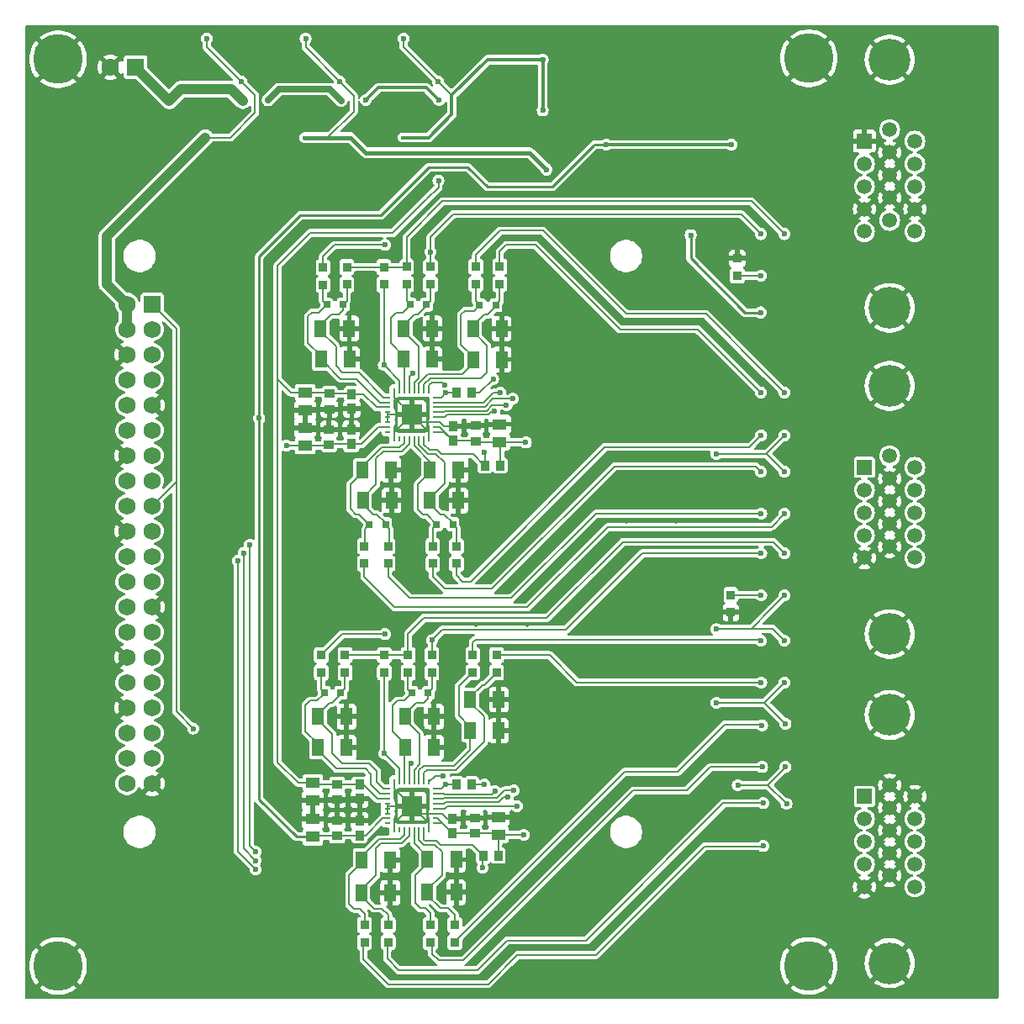
<source format=gbr>
G04 #@! TF.GenerationSoftware,KiCad,Pcbnew,8.0.6*
G04 #@! TF.CreationDate,2025-11-17T16:53:35-08:00*
G04 #@! TF.ProjectId,DAQ,4441512e-6b69-4636-9164-5f7063625858,2*
G04 #@! TF.SameCoordinates,Original*
G04 #@! TF.FileFunction,Copper,L2,Bot*
G04 #@! TF.FilePolarity,Positive*
%FSLAX46Y46*%
G04 Gerber Fmt 4.6, Leading zero omitted, Abs format (unit mm)*
G04 Created by KiCad (PCBNEW 8.0.6) date 2025-11-17 16:53:35*
%MOMM*%
%LPD*%
G01*
G04 APERTURE LIST*
G04 #@! TA.AperFunction,ComponentPad*
%ADD10R,1.508000X1.508000*%
G04 #@! TD*
G04 #@! TA.AperFunction,ComponentPad*
%ADD11C,1.508000*%
G04 #@! TD*
G04 #@! TA.AperFunction,ComponentPad*
%ADD12C,4.216000*%
G04 #@! TD*
G04 #@! TA.AperFunction,ComponentPad*
%ADD13C,5.000000*%
G04 #@! TD*
G04 #@! TA.AperFunction,ComponentPad*
%ADD14C,0.400000*%
G04 #@! TD*
G04 #@! TA.AperFunction,ComponentPad*
%ADD15R,1.785000X1.785000*%
G04 #@! TD*
G04 #@! TA.AperFunction,ComponentPad*
%ADD16C,1.785000*%
G04 #@! TD*
G04 #@! TA.AperFunction,SMDPad,CuDef*
%ADD17R,0.863600X0.965200*%
G04 #@! TD*
G04 #@! TA.AperFunction,SMDPad,CuDef*
%ADD18R,1.470000X1.110000*%
G04 #@! TD*
G04 #@! TA.AperFunction,SMDPad,CuDef*
%ADD19R,1.180000X1.770000*%
G04 #@! TD*
G04 #@! TA.AperFunction,SMDPad,CuDef*
%ADD20R,0.980000X0.920000*%
G04 #@! TD*
G04 #@! TA.AperFunction,SMDPad,CuDef*
%ADD21R,0.860000X0.980000*%
G04 #@! TD*
G04 #@! TA.AperFunction,SMDPad,CuDef*
%ADD22R,0.249999X0.599999*%
G04 #@! TD*
G04 #@! TA.AperFunction,SMDPad,CuDef*
%ADD23R,0.599999X0.249999*%
G04 #@! TD*
G04 #@! TA.AperFunction,SMDPad,CuDef*
%ADD24R,2.100001X2.100001*%
G04 #@! TD*
G04 #@! TA.AperFunction,ComponentPad*
%ADD25C,0.499999*%
G04 #@! TD*
G04 #@! TA.AperFunction,SMDPad,CuDef*
%ADD26R,0.970000X0.980000*%
G04 #@! TD*
G04 #@! TA.AperFunction,SMDPad,CuDef*
%ADD27R,0.655600X0.800000*%
G04 #@! TD*
G04 #@! TA.AperFunction,ComponentPad*
%ADD28R,1.750000X1.750000*%
G04 #@! TD*
G04 #@! TA.AperFunction,ComponentPad*
%ADD29C,1.750000*%
G04 #@! TD*
G04 #@! TA.AperFunction,ViaPad*
%ADD30C,0.500000*%
G04 #@! TD*
G04 #@! TA.AperFunction,ViaPad*
%ADD31C,0.600000*%
G04 #@! TD*
G04 #@! TA.AperFunction,Conductor*
%ADD32C,0.200000*%
G04 #@! TD*
G04 #@! TA.AperFunction,Conductor*
%ADD33C,0.400000*%
G04 #@! TD*
G04 #@! TA.AperFunction,Conductor*
%ADD34C,0.250000*%
G04 #@! TD*
G04 #@! TA.AperFunction,Conductor*
%ADD35C,0.300000*%
G04 #@! TD*
G04 #@! TA.AperFunction,Conductor*
%ADD36C,0.350000*%
G04 #@! TD*
G04 #@! TA.AperFunction,Conductor*
%ADD37C,0.450000*%
G04 #@! TD*
G04 #@! TA.AperFunction,Conductor*
%ADD38C,1.050000*%
G04 #@! TD*
G04 #@! TA.AperFunction,Conductor*
%ADD39C,0.650000*%
G04 #@! TD*
G04 APERTURE END LIST*
D10*
X164997500Y-84986750D03*
D11*
X164997500Y-87266750D03*
X164997500Y-89546750D03*
X164997500Y-91826750D03*
X164997500Y-94106750D03*
X167537500Y-83846750D03*
X167537500Y-86126750D03*
X167537500Y-88406750D03*
X167537500Y-90686750D03*
X167537500Y-92966750D03*
X170077500Y-84986750D03*
X170077500Y-87266750D03*
X170077500Y-89546750D03*
X170077500Y-91826750D03*
X170077500Y-94106750D03*
D12*
X167537500Y-101786750D03*
X167537500Y-76796750D03*
D13*
X83800000Y-43900000D03*
D14*
X108600000Y-51775000D03*
X108600000Y-47925000D03*
X108100000Y-49250000D03*
X109100000Y-49250000D03*
X108100000Y-50450000D03*
X109100000Y-50450000D03*
D13*
X83800000Y-135200000D03*
D14*
X118500000Y-51775000D03*
X118500000Y-47925000D03*
X118000000Y-49250000D03*
X119000000Y-49250000D03*
X118000000Y-50450000D03*
X119000000Y-50450000D03*
D10*
X164997500Y-52136750D03*
D11*
X164997500Y-54416750D03*
X164997500Y-56696750D03*
X164997500Y-58976750D03*
X164997500Y-61256750D03*
X167537500Y-50996750D03*
X167537500Y-53276750D03*
X167537500Y-55556750D03*
X167537500Y-57836750D03*
X167537500Y-60116750D03*
X170077500Y-52136750D03*
X170077500Y-54416750D03*
X170077500Y-56696750D03*
X170077500Y-58976750D03*
X170077500Y-61256750D03*
D12*
X167537500Y-68936750D03*
X167537500Y-43946750D03*
D14*
X98675000Y-51775000D03*
X98675000Y-47925000D03*
X98175000Y-49250000D03*
X99175000Y-49250000D03*
X98175000Y-50450000D03*
X99175000Y-50450000D03*
D13*
X159400000Y-43800000D03*
D10*
X164997500Y-118126750D03*
D11*
X164997500Y-120406750D03*
X164997500Y-122686750D03*
X164997500Y-124966750D03*
X164997500Y-127246750D03*
X167537500Y-116986750D03*
X167537500Y-119266750D03*
X167537500Y-121546750D03*
X167537500Y-123826750D03*
X167537500Y-126106750D03*
X170077500Y-118126750D03*
X170077500Y-120406750D03*
X170077500Y-122686750D03*
X170077500Y-124966750D03*
X170077500Y-127246750D03*
D12*
X167537500Y-134926750D03*
X167537500Y-109936750D03*
D13*
X159400000Y-135200000D03*
D15*
X91595000Y-44700000D03*
D16*
X89055000Y-44700000D03*
D17*
X121295002Y-132802600D03*
X121295002Y-131050000D03*
D18*
X108675000Y-79265685D03*
X108675000Y-77465685D03*
X109445002Y-118562000D03*
X109445002Y-116762000D03*
D19*
X114485000Y-88324999D03*
X117375000Y-88324999D03*
X118750002Y-110100000D03*
X121640002Y-110100000D03*
D20*
X111125000Y-79140685D03*
X111125000Y-77590685D03*
D19*
X109965002Y-113200000D03*
X112855002Y-113200000D03*
X120995002Y-127800000D03*
X123885002Y-127800000D03*
D21*
X123920000Y-116900000D03*
X125450000Y-116900000D03*
D22*
X117650002Y-116700000D03*
X118150001Y-116700000D03*
X118650003Y-116700000D03*
X119150001Y-116700000D03*
X119650003Y-116700000D03*
X120150002Y-116700000D03*
X120650001Y-116700000D03*
X121150003Y-116700000D03*
D23*
X121800004Y-117350001D03*
X121800004Y-117850000D03*
X121800004Y-118350002D03*
X121800004Y-118850000D03*
X121800004Y-119350002D03*
X121800004Y-119850001D03*
X121800004Y-120350000D03*
X121800004Y-120850002D03*
D22*
X121150003Y-121500000D03*
X120650001Y-121500000D03*
X120150002Y-121500000D03*
X119650003Y-121500000D03*
X119150001Y-121500000D03*
X118650003Y-121500000D03*
X118150001Y-121500000D03*
X117650002Y-121500000D03*
D23*
X117000003Y-120850002D03*
X117000003Y-120350000D03*
X117000003Y-119850001D03*
X117000003Y-119350002D03*
X117000003Y-118850000D03*
X117000003Y-118350002D03*
X117000003Y-117850000D03*
X117000003Y-117350001D03*
D24*
X119400001Y-119100000D03*
D25*
X119400001Y-118299999D03*
X120200002Y-119100000D03*
X119400001Y-119100000D03*
X118600000Y-119100000D03*
X119400001Y-119900001D03*
D17*
X128275000Y-64774999D03*
X128275000Y-66527599D03*
D19*
X114355002Y-124523700D03*
X117245002Y-124523700D03*
X125575000Y-71027599D03*
X128465000Y-71027599D03*
D26*
X114145002Y-122056000D03*
X114145002Y-120568000D03*
D17*
X116650002Y-105652600D03*
X116650002Y-103900000D03*
D19*
X125300002Y-111500000D03*
X128190002Y-111500000D03*
D17*
X125875000Y-64774999D03*
X125875000Y-66527599D03*
D27*
X119244400Y-68599999D03*
X120900000Y-68599999D03*
D19*
X110230000Y-71001299D03*
X113120000Y-71001299D03*
X109955002Y-110100000D03*
X112845002Y-110100000D03*
D17*
X112700002Y-105652600D03*
X112700002Y-103900000D03*
D22*
X117650001Y-77300000D03*
X118150000Y-77300000D03*
X118650002Y-77300000D03*
X119150000Y-77300000D03*
X119650002Y-77300000D03*
X120150001Y-77300000D03*
X120650000Y-77300000D03*
X121150002Y-77300000D03*
D23*
X121800003Y-77950001D03*
X121800003Y-78450000D03*
X121800003Y-78950002D03*
X121800003Y-79450000D03*
X121800003Y-79950002D03*
X121800003Y-80450001D03*
X121800003Y-80950000D03*
X121800003Y-81450002D03*
D22*
X121150002Y-82100000D03*
X120650000Y-82100000D03*
X120150001Y-82100000D03*
X119650002Y-82100000D03*
X119150000Y-82100000D03*
X118650002Y-82100000D03*
X118150000Y-82100000D03*
X117650001Y-82100000D03*
D23*
X117000002Y-81450002D03*
X117000002Y-80950000D03*
X117000002Y-80450001D03*
X117000002Y-79950002D03*
X117000002Y-79450000D03*
X117000002Y-78950002D03*
X117000002Y-78450000D03*
X117000002Y-77950001D03*
D24*
X119400000Y-79700000D03*
D25*
X119400000Y-78899999D03*
X120200001Y-79700000D03*
X119400000Y-79700000D03*
X118599999Y-79700000D03*
X119400000Y-80500001D03*
D17*
X125550002Y-103900000D03*
X125550002Y-105652600D03*
D26*
X113325000Y-82665685D03*
X113325000Y-81177685D03*
D17*
X123750002Y-132802600D03*
X123750002Y-131050000D03*
D19*
X121225000Y-88337156D03*
X124115000Y-88337156D03*
D17*
X117030000Y-94677599D03*
X117030000Y-92924999D03*
D27*
X126247200Y-68651299D03*
X127902800Y-68651299D03*
D20*
X111895002Y-118462000D03*
X111895002Y-116912000D03*
D27*
X110847200Y-68601299D03*
X112502800Y-68601299D03*
D17*
X118900000Y-66552599D03*
X118900000Y-64799999D03*
D27*
X119422202Y-107700000D03*
X121077802Y-107700000D03*
D21*
X128315000Y-84800000D03*
X126785000Y-84800000D03*
D20*
X125825000Y-82346685D03*
X125825000Y-80796685D03*
X125745002Y-121875000D03*
X125745002Y-120325000D03*
D17*
X123915000Y-94689756D03*
X123915000Y-92937156D03*
D19*
X121225000Y-85237156D03*
X124115000Y-85237156D03*
D18*
X128275000Y-82446685D03*
X128275000Y-80646685D03*
D17*
X152200000Y-65696500D03*
X152200000Y-63943900D03*
D19*
X120995002Y-124500000D03*
X123885002Y-124500000D03*
D20*
X111075000Y-82715685D03*
X111075000Y-81165685D03*
D17*
X127950002Y-103900000D03*
X127950002Y-105652600D03*
D19*
X110285000Y-74101299D03*
X113175000Y-74101299D03*
D17*
X119050002Y-105652600D03*
X119050002Y-103900000D03*
D19*
X125300002Y-108400000D03*
X128190002Y-108400000D03*
D28*
X93270000Y-68570000D03*
D29*
X90730000Y-68570000D03*
X93270000Y-71110000D03*
X90730000Y-71110000D03*
X93270000Y-73650000D03*
X90730000Y-73650000D03*
X93270000Y-76190000D03*
X90730000Y-76190000D03*
X93270000Y-78730000D03*
X90730000Y-78730000D03*
X93270000Y-81270000D03*
X90730000Y-81270000D03*
X93270000Y-83810000D03*
X90730000Y-83810000D03*
X93270000Y-86350000D03*
X90730000Y-86350000D03*
X93270000Y-88890000D03*
X90730000Y-88890000D03*
X93270000Y-91430000D03*
X90730000Y-91430000D03*
X93270000Y-93970000D03*
X90730000Y-93970000D03*
X93270000Y-96510000D03*
X90730000Y-96510000D03*
X93270000Y-99050000D03*
X90730000Y-99050000D03*
X93270000Y-101590000D03*
X90730000Y-101590000D03*
X93270000Y-104130000D03*
X90730000Y-104130000D03*
X93270000Y-106670000D03*
X90730000Y-106670000D03*
X93270000Y-109210000D03*
X90730000Y-109210000D03*
X93270000Y-111750000D03*
X90730000Y-111750000D03*
X93270000Y-114290000D03*
X90730000Y-114290000D03*
X93270000Y-116830000D03*
X90730000Y-116830000D03*
D26*
X113375000Y-79090685D03*
X113375000Y-77602685D03*
D19*
X125575000Y-74127599D03*
X128465000Y-74127599D03*
D26*
X114145002Y-118400000D03*
X114145002Y-116912000D03*
D17*
X110475000Y-66601299D03*
X110475000Y-64848699D03*
D18*
X108675000Y-82821685D03*
X108675000Y-81021685D03*
D19*
X114350002Y-127823700D03*
X117240002Y-127823700D03*
D17*
X116600000Y-66576299D03*
X116600000Y-64823699D03*
D21*
X123935000Y-77475000D03*
X125465000Y-77475000D03*
D17*
X121300000Y-66552599D03*
X121300000Y-64799999D03*
D18*
X128145002Y-122000000D03*
X128145002Y-120200000D03*
D27*
X110600002Y-107700000D03*
X112255602Y-107700000D03*
D18*
X109445002Y-122212000D03*
X109445002Y-120412000D03*
D17*
X121450002Y-105652600D03*
X121450002Y-103900000D03*
D20*
X111895002Y-122112000D03*
X111895002Y-120562000D03*
D19*
X118600000Y-70999999D03*
X121490000Y-70999999D03*
D27*
X116785600Y-90724999D03*
X115130000Y-90724999D03*
D17*
X121515000Y-94689756D03*
X121515000Y-92937156D03*
D19*
X118750002Y-113200000D03*
X121640002Y-113200000D03*
D27*
X123570600Y-90737156D03*
X121915000Y-90737156D03*
D26*
X123495002Y-121850000D03*
X123495002Y-120362000D03*
D17*
X114650002Y-132826300D03*
X114650002Y-131073700D03*
X151550000Y-97843900D03*
X151550000Y-99596500D03*
D19*
X114430000Y-85224999D03*
X117320000Y-85224999D03*
D21*
X128130000Y-124100000D03*
X126600000Y-124100000D03*
D17*
X114630000Y-94677599D03*
X114630000Y-92924999D03*
D26*
X123575000Y-82334685D03*
X123575000Y-80846685D03*
D17*
X110300002Y-105652600D03*
X110300002Y-103900000D03*
X117050002Y-132826300D03*
X117050002Y-131073700D03*
X112875000Y-66577599D03*
X112875000Y-64824999D03*
D19*
X118600000Y-74099999D03*
X121490000Y-74099999D03*
D30*
X165400000Y-63300000D03*
X173500000Y-96000000D03*
X136000000Y-71000000D03*
X164200000Y-116000000D03*
X111500000Y-110200000D03*
X133500000Y-106000000D03*
X96000000Y-61000000D03*
X131000000Y-100800000D03*
X160000000Y-81000000D03*
X130900000Y-60400000D03*
X138500000Y-76000000D03*
X112800000Y-86000000D03*
X111000000Y-101000000D03*
X133500000Y-66000000D03*
X116000000Y-60600000D03*
X133500000Y-76000000D03*
X81000000Y-131000000D03*
X113000000Y-116100000D03*
X81000000Y-41000000D03*
X137400000Y-86000000D03*
X86000000Y-41000000D03*
X163100000Y-86000000D03*
X160100000Y-121100000D03*
X98500000Y-116000000D03*
X115100000Y-81000000D03*
X173500000Y-46000000D03*
X118900000Y-86000000D03*
X114600000Y-66000000D03*
X158200000Y-86000000D03*
X98500000Y-125500000D03*
X165600000Y-71000000D03*
X176000000Y-81000000D03*
X168500000Y-66000000D03*
X141000000Y-101000000D03*
X93600000Y-125600000D03*
X146000000Y-131000000D03*
X163500000Y-136000000D03*
X115500000Y-111000000D03*
X86000000Y-51000000D03*
X113000000Y-96000000D03*
X156600000Y-76000000D03*
X141000000Y-90400000D03*
X164100000Y-76100000D03*
X126000000Y-41000000D03*
X89300000Y-96000000D03*
X146000000Y-101000000D03*
X142800000Y-116500000D03*
X133500000Y-136000000D03*
X105000000Y-111000000D03*
X131000000Y-71000000D03*
X126800000Y-131000000D03*
X86000000Y-81000000D03*
X138500000Y-136000000D03*
X132900000Y-96000000D03*
X122700000Y-71000000D03*
X91200000Y-61000000D03*
X88500000Y-136000000D03*
X101000000Y-81000000D03*
X96000000Y-41000000D03*
X105000000Y-106000000D03*
X129400000Y-126000000D03*
X151000000Y-90300000D03*
X144700000Y-126000000D03*
X88500000Y-56000000D03*
X143500000Y-106000000D03*
X148500000Y-96000000D03*
X158500000Y-116000000D03*
X101000000Y-61000000D03*
X131000000Y-131000000D03*
X136000000Y-81000000D03*
X176000000Y-61000000D03*
X171000000Y-51000000D03*
X129300000Y-106100000D03*
X96000000Y-121000000D03*
X141000000Y-111000000D03*
X151000000Y-51000000D03*
X83500000Y-96000000D03*
X143500000Y-76000000D03*
X138500000Y-96000000D03*
X173500000Y-76000000D03*
X98500000Y-106000000D03*
X123500000Y-106000000D03*
X163900000Y-126100000D03*
X121000000Y-41000000D03*
X148500000Y-86000000D03*
X168500000Y-116000000D03*
X176000000Y-111000000D03*
X86000000Y-111000000D03*
X125900000Y-100800000D03*
X155810516Y-91531579D03*
X146000000Y-111000000D03*
X176000000Y-101000000D03*
X173500000Y-126000000D03*
X154200000Y-76000000D03*
X158500000Y-96000000D03*
X116000000Y-41000000D03*
X165950000Y-131550000D03*
X86000000Y-131000000D03*
X101000000Y-41000000D03*
X151200000Y-61000000D03*
X139000000Y-46000000D03*
X91000000Y-51000000D03*
X176000000Y-51000000D03*
X168500000Y-106000000D03*
X176000000Y-131000000D03*
X176000000Y-41000000D03*
X114000000Y-105900000D03*
X105000000Y-101000000D03*
X131900000Y-126000000D03*
X156000000Y-131000000D03*
X169200000Y-96100000D03*
X100800000Y-121000000D03*
X173500000Y-136000000D03*
X172000000Y-81000000D03*
X98500000Y-96000000D03*
X108500000Y-136000000D03*
X106000000Y-131000000D03*
X96000000Y-111000000D03*
X155500000Y-51000000D03*
X136400000Y-101000000D03*
X131000000Y-111000000D03*
X106000000Y-41000000D03*
X89200000Y-106000000D03*
X81000000Y-111000000D03*
X118700000Y-96000000D03*
X173500000Y-56000000D03*
X131000000Y-51000000D03*
X91000000Y-41000000D03*
X121000000Y-111600000D03*
X161400000Y-61000000D03*
X153500000Y-136000000D03*
X153500000Y-56000000D03*
X153500000Y-116000000D03*
X113500000Y-136000000D03*
X131600000Y-121000000D03*
X148500000Y-106000000D03*
X103500000Y-46000000D03*
X113500000Y-56000000D03*
X93500000Y-66000000D03*
X161500000Y-51000000D03*
X100700000Y-101000000D03*
X141000000Y-51000000D03*
X111000000Y-131000000D03*
X104800000Y-116100000D03*
X128500000Y-56000000D03*
X101000000Y-71000000D03*
X106800000Y-81000000D03*
X108500000Y-96000000D03*
X126000000Y-61000000D03*
X102000000Y-125500000D03*
X105000000Y-86000000D03*
X166000000Y-41000000D03*
X117900000Y-106100000D03*
X148300000Y-66000000D03*
X176000000Y-71000000D03*
X132000000Y-91100000D03*
X151000000Y-81000000D03*
X133500000Y-46000000D03*
X138600000Y-66000000D03*
X101000000Y-111000000D03*
X171000000Y-101000000D03*
X136000000Y-111000000D03*
X83500000Y-76000000D03*
X153000000Y-96000000D03*
X160400000Y-71000000D03*
X81000000Y-81000000D03*
X136000000Y-61000000D03*
X83500000Y-66000000D03*
X153500000Y-46000000D03*
X148500000Y-76000000D03*
X83500000Y-86000000D03*
X138500000Y-106000000D03*
X98300000Y-75700000D03*
X173500000Y-86000000D03*
X143500000Y-66000000D03*
X96700000Y-71000000D03*
X136000000Y-51000000D03*
X88500000Y-76000000D03*
X127400000Y-96000000D03*
X92300000Y-56000000D03*
X173500000Y-66000000D03*
X111000000Y-60600000D03*
X119900000Y-131000000D03*
X159450000Y-106000000D03*
X136000000Y-41000000D03*
X105700000Y-61000000D03*
X127000000Y-136000000D03*
X108500000Y-106000000D03*
X171000000Y-111000000D03*
X141000000Y-81000000D03*
X138500000Y-116000000D03*
X98500000Y-136000000D03*
X146000000Y-121000000D03*
X146000000Y-90400000D03*
X113500000Y-46000000D03*
X164300000Y-96000000D03*
X103500000Y-136000000D03*
X81000000Y-51000000D03*
X176000000Y-91000000D03*
X93500000Y-136000000D03*
X158500000Y-126000000D03*
X81000000Y-121000000D03*
X161000000Y-41000000D03*
X135200000Y-91100000D03*
X151800000Y-71000000D03*
X139700000Y-131000000D03*
X81000000Y-61000000D03*
X158500000Y-66000000D03*
X81000000Y-91000000D03*
X161500000Y-110900000D03*
X156000000Y-121000000D03*
X153700000Y-66500000D03*
X111700000Y-71000000D03*
X91000000Y-131000000D03*
X86000000Y-101000000D03*
X158700000Y-56000000D03*
X103500000Y-56000000D03*
X118450000Y-136350000D03*
X83500000Y-116000000D03*
X131700000Y-81000000D03*
X108500000Y-86000000D03*
X128500000Y-116000000D03*
X121000000Y-61000000D03*
X86000000Y-61000000D03*
X86000000Y-91000000D03*
X122900000Y-96000000D03*
X96400000Y-81000000D03*
X111000000Y-41000000D03*
X81000000Y-101000000D03*
X103300000Y-66000000D03*
X171000000Y-41000000D03*
X83500000Y-106000000D03*
X164100000Y-68500000D03*
X152800000Y-86000000D03*
X143500000Y-136000000D03*
X89200000Y-116000000D03*
X123500000Y-66000000D03*
X161600000Y-91000000D03*
X98500000Y-66000000D03*
X159800000Y-76100000D03*
X146000000Y-81000000D03*
X156000000Y-41000000D03*
X176000000Y-121000000D03*
X115600000Y-71000000D03*
X105000000Y-71000000D03*
X131000000Y-41000000D03*
X161000000Y-131000000D03*
X121000000Y-101000000D03*
X123500000Y-136300000D03*
X133500000Y-116000000D03*
X143500000Y-86000000D03*
X171700000Y-71000000D03*
X83500000Y-56000000D03*
X143500000Y-96000000D03*
X173500000Y-106000000D03*
X115600000Y-120200000D03*
X101000000Y-131000000D03*
X127000000Y-71000000D03*
X96400000Y-101000000D03*
X136000000Y-131000000D03*
X83500000Y-126000000D03*
X116000000Y-101000000D03*
X108500000Y-66000000D03*
X172900000Y-116000000D03*
X153000000Y-106000000D03*
X115850000Y-131000000D03*
X88500000Y-86000000D03*
X138500000Y-126000000D03*
X88500000Y-126000000D03*
X160200000Y-101000000D03*
X163500000Y-46000000D03*
X151000000Y-121000000D03*
X86000000Y-71000000D03*
X136800000Y-121100000D03*
X163500000Y-106000000D03*
X96000000Y-131000000D03*
X110800000Y-120412000D03*
X171000000Y-131000000D03*
X126000000Y-91000000D03*
X147300000Y-116100000D03*
X133100000Y-86000000D03*
X105000000Y-96000000D03*
X86000000Y-121000000D03*
X162800000Y-66000000D03*
X99200000Y-85900000D03*
X105200000Y-121000000D03*
X81000000Y-71000000D03*
X103200000Y-75500000D03*
D31*
X122100000Y-56100000D03*
X104050000Y-80050000D03*
X150100000Y-108700000D03*
X156922500Y-102435000D03*
X156937500Y-85434000D03*
X156952500Y-106655000D03*
X106800000Y-82800000D03*
X156950000Y-97896500D03*
X152250000Y-117000000D03*
X150100000Y-83650000D03*
X157155000Y-118890000D03*
X150100000Y-101300000D03*
X139000000Y-52500000D03*
X156950000Y-81779250D03*
X157050000Y-110820750D03*
X157050000Y-115179250D03*
X151600000Y-52500000D03*
X130900000Y-82500000D03*
X130700000Y-122000000D03*
X97400000Y-111300000D03*
X126735000Y-116925000D03*
X127605137Y-76105137D03*
X118600000Y-41805000D03*
X132600000Y-49050000D03*
X132600000Y-43950000D03*
X122075000Y-46150000D03*
X133000000Y-55000000D03*
X108725000Y-41815000D03*
X112175000Y-46150000D03*
X154550000Y-69396500D03*
X147500000Y-61600000D03*
X98775000Y-41800000D03*
X102250000Y-46150000D03*
X154587500Y-85448250D03*
X154600000Y-81764625D03*
X156937500Y-77448250D03*
X154587500Y-77448250D03*
X156950000Y-89656500D03*
X156937500Y-61498250D03*
X154600000Y-89656500D03*
X121300000Y-63299999D03*
X119499999Y-75500000D03*
X154587500Y-61498250D03*
X156950000Y-93642250D03*
X154600000Y-97896500D03*
X121450002Y-102400000D03*
X154600000Y-93656500D03*
X119350002Y-114800000D03*
X154587500Y-65688250D03*
X154587500Y-102470000D03*
X154602500Y-106655000D03*
X154700000Y-115179250D03*
X154687500Y-110970000D03*
X154800000Y-118820750D03*
X154795000Y-123140000D03*
X102375000Y-48075000D03*
X114788235Y-47986765D03*
X112300000Y-48075000D03*
X122175000Y-48025000D03*
X104913235Y-48036765D03*
X94988235Y-48086765D03*
X116650002Y-113800000D03*
X116700000Y-101800000D03*
X116600000Y-74699999D03*
X116700000Y-62600000D03*
X126750000Y-83500000D03*
X126550000Y-125325000D03*
X122850000Y-116900000D03*
X122825000Y-77500000D03*
X129700000Y-117524980D03*
X129600000Y-78087523D03*
X101900000Y-94400000D03*
X103700000Y-125500000D03*
X122600000Y-116050000D03*
X127750000Y-79350000D03*
X103700000Y-123700000D03*
X128350000Y-77487523D03*
X127800000Y-117600000D03*
X103100000Y-92800000D03*
X130000000Y-119100000D03*
X102500000Y-93600000D03*
X128950000Y-78750000D03*
X103700000Y-124600000D03*
X129096794Y-118221241D03*
X122734466Y-76705137D03*
D32*
X124150002Y-110000000D02*
X125300002Y-111150000D01*
X125300002Y-113452600D02*
X123702602Y-115050000D01*
X120615689Y-115050000D02*
X120150002Y-115515687D01*
X120150002Y-115515687D02*
X120150002Y-116700000D01*
X125300002Y-111500000D02*
X125300002Y-113452600D01*
X125300002Y-111150000D02*
X125300002Y-111500000D01*
X123702602Y-115050000D02*
X120615689Y-115050000D01*
X125550002Y-105652600D02*
X124150002Y-107052600D01*
X124150002Y-107052600D02*
X124150002Y-110000000D01*
D33*
X128275000Y-80646685D02*
X125975000Y-80646685D01*
D32*
X117650001Y-82100000D02*
X117650001Y-81449999D01*
X122256002Y-80450001D02*
X122652686Y-80846685D01*
X121150003Y-120850002D02*
X119788909Y-119488908D01*
X108850000Y-79090685D02*
X108675000Y-79265685D01*
D33*
X109445002Y-120412000D02*
X113989002Y-120412000D01*
D32*
X120150002Y-119850001D02*
X119400001Y-119100000D01*
D33*
X125745002Y-120325000D02*
X123532002Y-120325000D01*
D32*
X125870002Y-120200000D02*
X125745002Y-120325000D01*
X122962000Y-120362000D02*
X122450001Y-119850001D01*
X117000002Y-79700000D02*
X117000002Y-79450000D01*
D33*
X128145002Y-120200000D02*
X125870002Y-120200000D01*
D32*
X117650002Y-121500000D02*
X117650002Y-120849999D01*
X108831000Y-81177685D02*
X108675000Y-81021685D01*
X113983002Y-118562000D02*
X114145002Y-118400000D01*
X122450001Y-119850001D02*
X121800004Y-119850001D01*
X117650001Y-81449999D02*
X119400000Y-79700000D01*
X121800004Y-119850001D02*
X120150002Y-119850001D01*
X117000003Y-119100000D02*
X117000003Y-118850000D01*
X125825000Y-80796685D02*
X125603315Y-80796685D01*
D33*
X113375000Y-79090685D02*
X108850000Y-79090685D01*
D32*
X120150001Y-80450001D02*
X119400000Y-79700000D01*
X122652686Y-80846685D02*
X123575000Y-80846685D01*
X117650001Y-77950001D02*
X119400000Y-79700000D01*
X121800003Y-80450001D02*
X120150001Y-80450001D01*
X117000002Y-79700000D02*
X119400000Y-79700000D01*
D33*
X125553315Y-80846685D02*
X123575000Y-80846685D01*
D32*
X121800003Y-80450001D02*
X122256002Y-80450001D01*
X117000003Y-119100000D02*
X119400001Y-119100000D01*
X117650002Y-120849999D02*
X119011093Y-119488908D01*
X121150002Y-82100000D02*
X121150002Y-81450002D01*
X117650002Y-117350001D02*
X119011093Y-118711092D01*
X123532002Y-120325000D02*
X123495002Y-120362000D01*
X121150003Y-121500000D02*
X121150003Y-120850002D01*
X117000003Y-119850001D02*
X117000003Y-119100000D01*
X117650002Y-116700000D02*
X117650002Y-117350001D01*
X121150002Y-81450002D02*
X119400000Y-79700000D01*
X125975000Y-80646685D02*
X125825000Y-80796685D01*
X117650001Y-77300000D02*
X117650001Y-77950001D01*
X117000002Y-80450001D02*
X117000002Y-79700000D01*
X113989002Y-120412000D02*
X114145002Y-120568000D01*
D33*
X109445002Y-118562000D02*
X113983002Y-118562000D01*
D32*
X123495002Y-120362000D02*
X122962000Y-120362000D01*
D33*
X113325000Y-81177685D02*
X108831000Y-81177685D01*
D32*
X125603315Y-80796685D02*
X125553315Y-80846685D01*
X126700002Y-110102600D02*
X125300002Y-108702600D01*
X120650001Y-116700000D02*
X120650001Y-115781372D01*
X126750002Y-106900000D02*
X126550002Y-106900000D01*
X125300002Y-108150000D02*
X125300002Y-108400000D01*
X123865688Y-115452600D02*
X126700002Y-112618286D01*
X127950002Y-105700000D02*
X126750002Y-106900000D01*
X123863088Y-115450000D02*
X123865688Y-115452600D01*
X125300002Y-108702600D02*
X125300002Y-108400000D01*
X126700002Y-112618286D02*
X126700002Y-110102600D01*
X126550002Y-106900000D02*
X125300002Y-108150000D01*
X127950002Y-105652600D02*
X127950002Y-105700000D01*
X120650001Y-115781372D02*
X120981373Y-115450000D01*
X120981373Y-115450000D02*
X123863088Y-115450000D01*
X121750002Y-123000000D02*
X120600002Y-123000000D01*
X122450002Y-126050000D02*
X122450002Y-123700000D01*
X122300002Y-129400000D02*
X123100002Y-129400000D01*
X120600002Y-123000000D02*
X120150002Y-122550000D01*
X120995002Y-127505000D02*
X122450002Y-126050000D01*
X120995002Y-127800000D02*
X120995002Y-128095000D01*
X122450002Y-123700000D02*
X121750002Y-123000000D01*
X120995002Y-128095000D02*
X122300002Y-129400000D01*
X120995002Y-127800000D02*
X120995002Y-127505000D01*
X123100002Y-129400000D02*
X123750002Y-130050000D01*
X120150002Y-122550000D02*
X120150002Y-121500000D01*
X123750002Y-130050000D02*
X123750002Y-131050000D01*
X120695002Y-125105000D02*
X120995002Y-125105000D01*
X120800002Y-129400000D02*
X120250002Y-129400000D01*
X120250002Y-129400000D02*
X119750002Y-128900000D01*
X119750002Y-126050000D02*
X120695002Y-125105000D01*
X119650003Y-122850001D02*
X119650003Y-121500000D01*
X120995002Y-124195000D02*
X119650003Y-122850001D01*
X121295002Y-129895000D02*
X120800002Y-129400000D01*
X119750002Y-128900000D02*
X119750002Y-126050000D01*
X121295002Y-131050000D02*
X121295002Y-129895000D01*
X120995002Y-124500000D02*
X120995002Y-124195000D01*
X114350002Y-127528700D02*
X115805002Y-126073700D01*
X114350002Y-127823700D02*
X114350002Y-127528700D01*
X118390685Y-122850000D02*
X119150001Y-122090684D01*
X117060002Y-130078700D02*
X117060002Y-131078700D01*
X116410002Y-129428700D02*
X117060002Y-130078700D01*
X114305002Y-128123700D02*
X115610002Y-129428700D01*
X115805002Y-126073700D02*
X115805002Y-123373700D01*
X115610002Y-129428700D02*
X116410002Y-129428700D01*
X115805002Y-123373700D02*
X116328702Y-122850000D01*
X119150001Y-122090684D02*
X119150001Y-121500000D01*
X116328702Y-122850000D02*
X118390685Y-122850000D01*
X114650002Y-129943700D02*
X114155002Y-129448700D01*
X114355002Y-124523700D02*
X114355002Y-124223700D01*
X113105002Y-126098700D02*
X114050002Y-125153700D01*
X114155002Y-129448700D02*
X113605002Y-129448700D01*
X113105002Y-128948700D02*
X113105002Y-126098700D01*
X118650003Y-122024996D02*
X118650003Y-121500000D01*
X114355002Y-124223700D02*
X116128702Y-122450000D01*
X113605002Y-129448700D02*
X113105002Y-128948700D01*
X114650002Y-131098700D02*
X114650002Y-129943700D01*
X116128702Y-122450000D02*
X118224999Y-122450000D01*
X118224999Y-122450000D02*
X118650003Y-122024996D01*
X125575000Y-71327599D02*
X126975000Y-72727599D01*
X128275000Y-66527599D02*
X128275000Y-68279099D01*
X125575000Y-70727599D02*
X125575000Y-71027599D01*
X121272400Y-76027599D02*
X126375000Y-76027599D01*
X128275000Y-68279099D02*
X127902800Y-68651299D01*
X127056761Y-69627599D02*
X126675000Y-69627599D01*
X126975000Y-72727599D02*
X126975000Y-75427599D01*
X127902800Y-68781560D02*
X127056761Y-69627599D01*
X126975000Y-75427599D02*
X126375000Y-76027599D01*
X125575000Y-71027599D02*
X125575000Y-71327599D01*
X127902800Y-68651299D02*
X127902800Y-68781560D01*
X120650000Y-77300000D02*
X120650000Y-76649999D01*
X126375000Y-76027599D02*
X126377600Y-76024999D01*
X126675000Y-69627599D02*
X125575000Y-70727599D01*
X120650000Y-76649999D02*
X121272400Y-76027599D01*
X125575000Y-74527599D02*
X124475000Y-75627599D01*
X125670900Y-69227599D02*
X124775000Y-69227599D01*
X125575000Y-74127599D02*
X125575000Y-74527599D01*
X124475000Y-75627599D02*
X121052059Y-75627599D01*
X125875000Y-66527599D02*
X125875000Y-68279099D01*
X121052059Y-75627599D02*
X120150001Y-76529657D01*
X125875000Y-68279099D02*
X126247200Y-68651299D01*
X124375000Y-69627599D02*
X124375000Y-72627599D01*
X120150001Y-76529657D02*
X120150001Y-77300000D01*
X125575000Y-73827599D02*
X125575000Y-74127599D01*
X126247200Y-68651299D02*
X125670900Y-69227599D01*
X124375000Y-72627599D02*
X125575000Y-73827599D01*
X124775000Y-69227599D02*
X124375000Y-69627599D01*
X121515000Y-91137156D02*
X121915000Y-90737156D01*
X119650002Y-82815687D02*
X121225000Y-84390685D01*
X121515000Y-92937156D02*
X121515000Y-91137156D01*
X119650002Y-82100000D02*
X119650002Y-82815687D01*
X121915000Y-90737156D02*
X120915000Y-89737156D01*
X120915000Y-89737156D02*
X120550000Y-89737156D01*
X120015000Y-86737156D02*
X121125000Y-85627156D01*
X121225000Y-84390685D02*
X121225000Y-85237156D01*
X120015000Y-89202156D02*
X120015000Y-86737156D01*
X120550000Y-89737156D02*
X120015000Y-89202156D01*
X121125000Y-85627156D02*
X121225000Y-85627156D01*
X122715000Y-84537156D02*
X122715000Y-86637156D01*
X123915000Y-92937156D02*
X123915000Y-91081556D01*
X123570600Y-90625134D02*
X122682622Y-89737156D01*
X122315000Y-89737156D02*
X121225000Y-88647156D01*
X120150001Y-82750000D02*
X121050000Y-83649999D01*
X120150001Y-82100000D02*
X120150001Y-82750000D01*
X123570600Y-90737156D02*
X123570600Y-90625134D01*
X122682622Y-89737156D02*
X122315000Y-89737156D01*
X121225000Y-88127156D02*
X121225000Y-88337156D01*
X121827843Y-83649999D02*
X122715000Y-84537156D01*
X121050000Y-83649999D02*
X121827843Y-83649999D01*
X122715000Y-86637156D02*
X121225000Y-88127156D01*
X121225000Y-88647156D02*
X121225000Y-88337156D01*
X123915000Y-91081556D02*
X123570600Y-90737156D01*
X114730000Y-91224999D02*
X115130000Y-90824999D01*
X114730000Y-93024999D02*
X114730000Y-91224999D01*
X116355000Y-82999999D02*
X114430000Y-84924999D01*
X115130000Y-90724999D02*
X114130000Y-89724999D01*
X113765000Y-89724999D02*
X113230000Y-89189999D01*
X114430000Y-84924999D02*
X114430000Y-85224999D01*
X118200000Y-82999999D02*
X116355000Y-82999999D01*
X118650002Y-82549997D02*
X118200000Y-82999999D01*
X113230000Y-86724999D02*
X114340000Y-85614999D01*
X113230000Y-89189999D02*
X113230000Y-86724999D01*
X118650002Y-82100000D02*
X118650002Y-82549997D01*
X114130000Y-89724999D02*
X113765000Y-89724999D01*
X115830000Y-84090685D02*
X115830000Y-86724999D01*
X117130000Y-93024999D02*
X117130000Y-91169399D01*
X116785600Y-90612977D02*
X115897622Y-89724999D01*
X119150000Y-82625000D02*
X118375001Y-83399999D01*
X117130000Y-91169399D02*
X116785600Y-90824999D01*
X116520686Y-83399999D02*
X115830000Y-84090685D01*
X115830000Y-86724999D02*
X114485000Y-88069999D01*
X118375001Y-83399999D02*
X116520686Y-83399999D01*
X119150000Y-82100000D02*
X119150000Y-82625000D01*
X115897622Y-89724999D02*
X115530000Y-89724999D01*
X115530000Y-89724999D02*
X114440000Y-88634999D01*
X114485000Y-88069999D02*
X114485000Y-88324999D01*
X115135686Y-114840684D02*
X115895002Y-115600000D01*
X112700002Y-105700000D02*
X112700002Y-107300000D01*
X111400002Y-111850000D02*
X111400002Y-113806300D01*
X115895002Y-116650000D02*
X116595003Y-117350001D01*
X112300002Y-107812022D02*
X111412024Y-108700000D01*
X111100002Y-108700000D02*
X110000002Y-109800000D01*
X111400002Y-113806300D02*
X112434386Y-114840684D01*
X116595003Y-117350001D02*
X117000003Y-117350001D01*
X115895002Y-115600000D02*
X115895002Y-116650000D01*
X112434386Y-114840684D02*
X115135686Y-114840684D01*
X109955002Y-110100000D02*
X109955002Y-110405000D01*
X109955002Y-110405000D02*
X111400002Y-111850000D01*
X112700002Y-107300000D02*
X112300002Y-107700000D01*
X111412024Y-108700000D02*
X111100002Y-108700000D01*
X109900002Y-108500000D02*
X109200002Y-108500000D01*
X108700002Y-109000000D02*
X108700002Y-111600000D01*
X111845002Y-115350000D02*
X114745002Y-115350000D01*
X114745002Y-115350000D02*
X115295002Y-115900000D01*
X110300002Y-105700000D02*
X110300002Y-107355600D01*
X109965002Y-113200000D02*
X109965002Y-113465000D01*
X110300002Y-107355600D02*
X110644402Y-107700000D01*
X115295002Y-116915686D02*
X116229315Y-117849999D01*
X109200002Y-108500000D02*
X108700002Y-109000000D01*
X110280000Y-113784998D02*
X111845002Y-115350000D01*
X110280000Y-113501298D02*
X110280000Y-113784998D01*
X115295002Y-115900000D02*
X115295002Y-116915686D01*
X108700002Y-111600000D02*
X110000002Y-112900000D01*
X116229315Y-117849999D02*
X116995002Y-117849999D01*
X110416602Y-107983400D02*
X109900002Y-108500000D01*
X117450002Y-111600000D02*
X118750002Y-112900000D01*
X119166602Y-107983400D02*
X118650002Y-108500000D01*
X117450002Y-109000000D02*
X117450002Y-111600000D01*
X118650003Y-116700000D02*
X118650003Y-113299999D01*
X119050002Y-107355600D02*
X119394402Y-107700000D01*
X119050002Y-105700000D02*
X119050002Y-107355600D01*
X118650002Y-108500000D02*
X117950002Y-108500000D01*
X118650003Y-113299999D02*
X118750002Y-113200000D01*
X117950002Y-108500000D02*
X117450002Y-109000000D01*
X118750002Y-110100000D02*
X118750002Y-110400000D01*
X121050002Y-108299998D02*
X120650000Y-108700000D01*
X118750002Y-110400000D02*
X120200002Y-111850000D01*
X121050002Y-107812022D02*
X121050002Y-108299998D01*
X120200002Y-114900001D02*
X119650003Y-115450000D01*
X119850002Y-108700000D02*
X118750002Y-109800000D01*
X121450002Y-107300000D02*
X121050002Y-107700000D01*
X121450002Y-105700000D02*
X121450002Y-107300000D01*
X120200002Y-111850000D02*
X120200002Y-114900001D01*
X119650003Y-115450000D02*
X119650003Y-116700000D01*
X120650000Y-108700000D02*
X119850002Y-108700000D01*
X116234315Y-78450000D02*
X113875000Y-76090685D01*
X108975000Y-72501299D02*
X110175000Y-73701299D01*
X110475000Y-66601299D02*
X110475000Y-68256899D01*
X110647200Y-68829099D02*
X110075000Y-69401299D01*
X117000002Y-78450000D02*
X116234315Y-78450000D01*
X110847200Y-68829099D02*
X110647200Y-68829099D01*
X112274386Y-76090685D02*
X110285000Y-74101299D01*
X109375000Y-69401299D02*
X108975000Y-69801299D01*
X113875000Y-76090685D02*
X112274386Y-76090685D01*
X108975000Y-69801299D02*
X108975000Y-72501299D01*
X110475000Y-68256899D02*
X110819400Y-68601299D01*
X110075000Y-69401299D02*
X109375000Y-69401299D01*
X110175000Y-73701299D02*
X110175000Y-73901299D01*
X112475000Y-68713321D02*
X112475000Y-69175000D01*
X111775000Y-74776299D02*
X111775000Y-72801299D01*
X116584316Y-77950001D02*
X114075000Y-75440685D01*
X111275000Y-69601299D02*
X110175000Y-70701299D01*
X112875000Y-68201299D02*
X112475000Y-68601299D01*
X112439386Y-75440685D02*
X111775000Y-74776299D01*
X112475000Y-69175000D02*
X112048701Y-69601299D01*
X111775000Y-72801299D02*
X110230000Y-71256299D01*
X114075000Y-75440685D02*
X112439386Y-75440685D01*
X117000002Y-77950001D02*
X116584316Y-77950001D01*
X112048701Y-69601299D02*
X111275000Y-69601299D01*
X110230000Y-71256299D02*
X110230000Y-71001299D01*
X112875000Y-66601299D02*
X112875000Y-68201299D01*
X121300000Y-66599999D02*
X121300000Y-68199999D01*
X120100000Y-72799999D02*
X120100000Y-75999999D01*
X118600000Y-70699999D02*
X118600000Y-70999999D01*
X118600000Y-70999999D02*
X118600000Y-71299999D01*
X119650002Y-76449997D02*
X119650002Y-77300000D01*
X118600000Y-71299999D02*
X120100000Y-72799999D01*
X120100000Y-75999999D02*
X119650002Y-76449997D01*
X120012022Y-69599999D02*
X119700000Y-69599999D01*
X120900000Y-68712021D02*
X120012022Y-69599999D01*
X120900000Y-68599999D02*
X120900000Y-68712021D01*
X121300000Y-68199999D02*
X120900000Y-68599999D01*
X119700000Y-69599999D02*
X118600000Y-70699999D01*
X117300000Y-72499999D02*
X118600000Y-73799999D01*
X118500000Y-69399999D02*
X117800000Y-69399999D01*
X119244400Y-68799999D02*
X119244400Y-68687977D01*
X118900000Y-66599999D02*
X118900000Y-68255599D01*
X119016600Y-68827799D02*
X119016600Y-68883399D01*
X117800000Y-69399999D02*
X117300000Y-69899999D01*
X118900000Y-68255599D02*
X119244400Y-68599999D01*
X118650002Y-74150001D02*
X118600000Y-74099999D01*
X118600000Y-73799999D02*
X118600000Y-73999999D01*
X119016600Y-68883399D02*
X118500000Y-69399999D01*
X118650002Y-77300000D02*
X118650002Y-74150001D01*
X117300000Y-69899999D02*
X117300000Y-72499999D01*
X107265685Y-77465685D02*
X105900000Y-76100000D01*
X105900000Y-76100000D02*
X105900000Y-114700000D01*
X114145002Y-116912000D02*
X111895002Y-116912000D01*
X105900000Y-114700000D02*
X107962000Y-116762000D01*
X120900000Y-58000000D02*
X117500000Y-61400000D01*
X114507002Y-116912000D02*
X115945004Y-118350002D01*
X109595002Y-116912000D02*
X109445002Y-116762000D01*
X111000000Y-77465685D02*
X111125000Y-77590685D01*
X117500000Y-61400000D02*
X112650000Y-61400000D01*
X112650000Y-61400000D02*
X109150000Y-61400000D01*
X108675000Y-77465685D02*
X107265685Y-77465685D01*
X117000002Y-78950002D02*
X115834317Y-78950002D01*
X107962000Y-116762000D02*
X109445002Y-116762000D01*
X107800000Y-62750000D02*
X105900000Y-64650000D01*
X114487000Y-77602685D02*
X113375000Y-77602685D01*
X105900000Y-64650000D02*
X105900000Y-76100000D01*
X114145002Y-116912000D02*
X114507002Y-116912000D01*
X122100000Y-56800000D02*
X120900000Y-58000000D01*
X111895002Y-116912000D02*
X109595002Y-116912000D01*
X113363000Y-77590685D02*
X113375000Y-77602685D01*
X109150000Y-61400000D02*
X107800000Y-62750000D01*
X115834317Y-78950002D02*
X114487000Y-77602685D01*
X122100000Y-56100000D02*
X122100000Y-56800000D01*
X108675000Y-77465685D02*
X111000000Y-77465685D01*
X115945004Y-118350002D02*
X117000003Y-118350002D01*
X111125000Y-77590685D02*
X113363000Y-77590685D01*
X117000002Y-80950000D02*
X116065685Y-80950000D01*
D34*
X108200000Y-59600000D02*
X116300000Y-59600000D01*
D32*
X114145002Y-122056000D02*
X111951002Y-122056000D01*
X156934000Y-85434000D02*
X155150000Y-83650000D01*
X156937500Y-85434000D02*
X156934000Y-85434000D01*
X156937500Y-97883250D02*
X155624250Y-99196500D01*
X153600000Y-101250000D02*
X153250000Y-101250000D01*
D34*
X133550000Y-56750000D02*
X137750000Y-52550000D01*
D32*
X106821685Y-82821685D02*
X106800000Y-82800000D01*
X109545002Y-122112000D02*
X109445002Y-122212000D01*
X137800000Y-52500000D02*
X137750000Y-52550000D01*
X153250000Y-101250000D02*
X155737500Y-101250000D01*
X108675000Y-82821685D02*
X110969000Y-82821685D01*
X154929250Y-108700000D02*
X154887500Y-108700000D01*
X157155000Y-118890000D02*
X155265000Y-117000000D01*
X154887500Y-108700000D02*
X150100000Y-108700000D01*
X152250000Y-117000000D02*
X155265000Y-117000000D01*
X111895002Y-122112000D02*
X109545002Y-122112000D01*
X116495002Y-120350000D02*
X117000003Y-120350000D01*
X155079250Y-83650000D02*
X150100000Y-83650000D01*
D34*
X104050000Y-118450000D02*
X107812000Y-122212000D01*
X104050000Y-63750000D02*
X108200000Y-59600000D01*
X104050000Y-80050000D02*
X104050000Y-118450000D01*
D35*
X151600000Y-52500000D02*
X139000000Y-52500000D01*
D32*
X150100000Y-101300000D02*
X150150000Y-101250000D01*
X113325000Y-82665685D02*
X111125000Y-82665685D01*
D34*
X104050000Y-80050000D02*
X104050000Y-63750000D01*
D32*
X156937500Y-102450000D02*
X156922500Y-102435000D01*
X111125000Y-82665685D02*
X111075000Y-82715685D01*
X114789002Y-122056000D02*
X116495002Y-120350000D01*
D34*
X125050000Y-54750000D02*
X127050000Y-56750000D01*
D32*
X155624250Y-99225750D02*
X153600000Y-101250000D01*
X157050000Y-110820750D02*
X154929250Y-108700000D01*
D34*
X127050000Y-56750000D02*
X133550000Y-56750000D01*
X116300000Y-59600000D02*
X121150000Y-54750000D01*
X107812000Y-122212000D02*
X109445002Y-122212000D01*
D32*
X156950000Y-81779250D02*
X155079250Y-83650000D01*
X157175000Y-118910000D02*
X157155000Y-118890000D01*
X157050000Y-115215000D02*
X157050000Y-115179250D01*
X155624250Y-99196500D02*
X155624250Y-99225750D01*
D34*
X121150000Y-54750000D02*
X125050000Y-54750000D01*
D32*
X116065685Y-80950000D02*
X114350000Y-82665685D01*
X154887500Y-108700000D02*
X156937500Y-106650000D01*
X155265000Y-117000000D02*
X157050000Y-115215000D01*
X155737500Y-101250000D02*
X156922500Y-102435000D01*
X150150000Y-101250000D02*
X153250000Y-101250000D01*
X110969000Y-82821685D02*
X111075000Y-82715685D01*
X114350000Y-82665685D02*
X113325000Y-82665685D01*
D34*
X139000000Y-52500000D02*
X137800000Y-52500000D01*
D32*
X111951002Y-122056000D02*
X111895002Y-122112000D01*
X114145002Y-122056000D02*
X114789002Y-122056000D01*
X108675000Y-82821685D02*
X106821685Y-82821685D01*
X126735000Y-116925000D02*
X125475000Y-116925000D01*
X128315000Y-82486685D02*
X128275000Y-82446685D01*
X125475000Y-116925000D02*
X125450000Y-116900000D01*
X128315000Y-84800000D02*
X128315000Y-82486685D01*
X125720002Y-121850000D02*
X125745002Y-121875000D01*
X126235274Y-77475000D02*
X125465000Y-77475000D01*
X122190315Y-80950000D02*
X123575000Y-82334685D01*
X123495002Y-121850000D02*
X125720002Y-121850000D01*
X93270000Y-68570000D02*
X95700000Y-71000000D01*
X128130000Y-124100000D02*
X128130000Y-122015002D01*
X130846685Y-82446685D02*
X128275000Y-82446685D01*
X95700000Y-109600000D02*
X97400000Y-111300000D01*
X121800003Y-81450002D02*
X122690317Y-81450002D01*
X122645002Y-121000000D02*
X123495002Y-121850000D01*
X121800003Y-80950000D02*
X122190315Y-80950000D01*
X125813000Y-82334685D02*
X125825000Y-82346685D01*
X130700000Y-122000000D02*
X128145002Y-122000000D01*
X121995002Y-120350000D02*
X122645002Y-121000000D01*
X121800004Y-120850002D02*
X122495004Y-120850002D01*
X128130000Y-122015002D02*
X128145002Y-122000000D01*
X121800004Y-120350000D02*
X121995002Y-120350000D01*
X126019000Y-82446685D02*
X128275000Y-82446685D01*
X95700000Y-86460000D02*
X93270000Y-88890000D01*
X125825000Y-82346685D02*
X125919000Y-82346685D01*
X95700000Y-71000000D02*
X95700000Y-86460000D01*
X128020002Y-121875000D02*
X128145002Y-122000000D01*
X130900000Y-82500000D02*
X130846685Y-82446685D01*
X122690317Y-81450002D02*
X123575000Y-82334685D01*
X125919000Y-82346685D02*
X126019000Y-82446685D01*
X122495004Y-120850002D02*
X122645002Y-121000000D01*
X123575000Y-82334685D02*
X125813000Y-82334685D01*
X127605137Y-76105137D02*
X126235274Y-77475000D01*
X95700000Y-86460000D02*
X95700000Y-109600000D01*
X125745002Y-121875000D02*
X128020002Y-121875000D01*
X122075000Y-46150000D02*
X123450000Y-47525000D01*
D36*
X132600000Y-43950000D02*
X127025000Y-43950000D01*
X123450000Y-47525000D02*
X123450000Y-49425000D01*
X132600000Y-43950000D02*
X132600000Y-49050000D01*
X127025000Y-43950000D02*
X123450000Y-47525000D01*
X121100000Y-51775000D02*
X118500000Y-51775000D01*
X123450000Y-49425000D02*
X121100000Y-51775000D01*
D32*
X122075000Y-46150000D02*
X118600000Y-42675000D01*
X118600000Y-42675000D02*
X118600000Y-41805000D01*
X108737500Y-42675000D02*
X108737500Y-41790000D01*
X113575000Y-47550000D02*
X112175000Y-46150000D01*
X113575000Y-49150000D02*
X113575000Y-47550000D01*
D37*
X113275000Y-51775000D02*
X108600000Y-51775000D01*
D32*
X110975000Y-51750000D02*
X113575000Y-49150000D01*
D37*
X131300000Y-53300000D02*
X114800000Y-53300000D01*
X133000000Y-55000000D02*
X131300000Y-53300000D01*
X114800000Y-53300000D02*
X113275000Y-51775000D01*
D32*
X112187500Y-46125000D02*
X108737500Y-42675000D01*
D34*
X147500000Y-61600000D02*
X147500000Y-63950000D01*
X147500000Y-63950000D02*
X152946500Y-69396500D01*
X152946500Y-69396500D02*
X154550000Y-69396500D01*
D32*
X98775000Y-42675000D02*
X98775000Y-41800000D01*
X102250000Y-46150000D02*
X103625000Y-47525000D01*
D38*
X98625000Y-51775000D02*
X88700000Y-61700000D01*
D32*
X102250000Y-46150000D02*
X98775000Y-42675000D01*
X103625000Y-49300000D02*
X101150000Y-51775000D01*
X101150000Y-51775000D02*
X98675000Y-51775000D01*
D38*
X88700000Y-66540000D02*
X90730000Y-68570000D01*
X88700000Y-61700000D02*
X88700000Y-66540000D01*
D32*
X103625000Y-47525000D02*
X103625000Y-49300000D01*
D38*
X90730000Y-68570000D02*
X90730000Y-71110000D01*
D32*
X127500000Y-97200000D02*
X139800000Y-84900000D01*
X139800000Y-84900000D02*
X154039250Y-84900000D01*
X122740735Y-97200000D02*
X127500000Y-97200000D01*
X121515000Y-94364756D02*
X121515000Y-95974265D01*
X121515000Y-95974265D02*
X122740735Y-97200000D01*
X154039250Y-84900000D02*
X154587500Y-85448250D01*
X123915000Y-95874265D02*
X124520367Y-96479632D01*
X124520367Y-96479632D02*
X125320368Y-96479632D01*
X138850000Y-82950000D02*
X153414625Y-82950000D01*
X123915000Y-94364756D02*
X123915000Y-95874265D01*
X125320368Y-96479632D02*
X138850000Y-82950000D01*
X153414625Y-82950000D02*
X154600000Y-81764625D01*
X155185750Y-75685750D02*
X149050000Y-69550000D01*
X132600000Y-61150000D02*
X128350000Y-61150000D01*
X125875000Y-63625000D02*
X125875000Y-64774999D01*
X156937500Y-77448250D02*
X155185750Y-75696500D01*
X155185750Y-75696500D02*
X155185750Y-75685750D01*
X128350000Y-61150000D02*
X125875000Y-63625000D01*
X149050000Y-69550000D02*
X141000000Y-69550000D01*
X141000000Y-69550000D02*
X132600000Y-61150000D01*
X131900000Y-62600000D02*
X128900000Y-62600000D01*
X128275000Y-63225000D02*
X128275000Y-64774999D01*
X154587500Y-77448250D02*
X154535750Y-77396500D01*
X140400000Y-71100000D02*
X131900000Y-62600000D01*
X154587500Y-77448250D02*
X154548250Y-77448250D01*
X128900000Y-62600000D02*
X128275000Y-63225000D01*
X148200000Y-71100000D02*
X140400000Y-71100000D01*
X154548250Y-77448250D02*
X148200000Y-71100000D01*
X155636750Y-91009750D02*
X156950000Y-89696500D01*
X117690735Y-99100000D02*
X131050000Y-99100000D01*
X114630000Y-94352599D02*
X114630000Y-96039265D01*
X139140250Y-91009750D02*
X155636750Y-91009750D01*
X114630000Y-96039265D02*
X117690735Y-99100000D01*
X131050000Y-99100000D02*
X139140250Y-91009750D01*
X116600000Y-64823699D02*
X118876300Y-64823699D01*
X153639250Y-58200000D02*
X122500000Y-58200000D01*
X116598700Y-64824999D02*
X116600000Y-64823699D01*
X122500000Y-58200000D02*
X118900000Y-61800000D01*
X156937500Y-61498250D02*
X153639250Y-58200000D01*
X112875000Y-64824999D02*
X116598700Y-64824999D01*
X118876300Y-64823699D02*
X118900000Y-64799999D01*
X118900000Y-61800000D02*
X118900000Y-64799999D01*
X117030000Y-94352599D02*
X117030000Y-95989265D01*
X117030000Y-95989265D02*
X119190735Y-98150000D01*
X129450000Y-98150000D02*
X137943500Y-89656500D01*
X119190735Y-98150000D02*
X129450000Y-98150000D01*
X137943500Y-89656500D02*
X154600000Y-89656500D01*
X119150000Y-75849999D02*
X119150000Y-77300000D01*
X121300000Y-61800000D02*
X121300000Y-63299999D01*
X152589250Y-59500000D02*
X123600000Y-59500000D01*
X119499999Y-75500000D02*
X119150000Y-75849999D01*
X121300000Y-64799999D02*
X121300000Y-63299999D01*
X123600000Y-59500000D02*
X121300000Y-61800000D01*
X154587500Y-61498250D02*
X152589250Y-59500000D01*
X116650002Y-103900000D02*
X119050002Y-103900000D01*
X133000000Y-100150000D02*
X140650000Y-92500000D01*
X155807750Y-92500000D02*
X156950000Y-93642250D01*
X119050002Y-103900000D02*
X119050002Y-101749998D01*
X140650000Y-92500000D02*
X155807750Y-92500000D01*
X119050002Y-101749998D02*
X120650000Y-100150000D01*
X120650000Y-100150000D02*
X133000000Y-100150000D01*
X112700002Y-103900000D02*
X116650002Y-103900000D01*
X154600000Y-97896500D02*
X154547400Y-97843900D01*
X154547400Y-97843900D02*
X151550000Y-97843900D01*
X119150001Y-115000001D02*
X119150001Y-116700000D01*
X121450002Y-102400000D02*
X122500002Y-101350000D01*
X134950000Y-101350000D02*
X142643500Y-93656500D01*
X122500002Y-101350000D02*
X134950000Y-101350000D01*
X121450002Y-102400000D02*
X121450002Y-103900000D01*
X119350002Y-114800000D02*
X119150001Y-115000001D01*
X142643500Y-93656500D02*
X154600000Y-93656500D01*
X154587500Y-65688250D02*
X154579250Y-65696500D01*
X154579250Y-65696500D02*
X152200000Y-65696500D01*
X125850000Y-102350000D02*
X154487500Y-102350000D01*
X154487500Y-102350000D02*
X154587500Y-102450000D01*
X125550002Y-103900000D02*
X125550002Y-102649998D01*
X125550002Y-102649998D02*
X125850000Y-102350000D01*
X133300000Y-103900000D02*
X127950002Y-103900000D01*
X154587500Y-106650000D02*
X136050000Y-106650000D01*
X127950002Y-103900000D02*
X128023252Y-103826750D01*
X136050000Y-106650000D02*
X133300000Y-103900000D01*
X149470750Y-115179250D02*
X154700000Y-115179250D01*
X121437318Y-133987318D02*
X122100000Y-134650000D01*
X122100000Y-134650000D02*
X124600000Y-134650000D01*
X147100000Y-117550000D02*
X149470750Y-115179250D01*
X141700000Y-117550000D02*
X147100000Y-117550000D01*
X121437318Y-132864108D02*
X121437318Y-133987318D01*
X124600000Y-134650000D02*
X141700000Y-117550000D01*
X150950000Y-110900000D02*
X146200000Y-115650000D01*
X124205602Y-132347000D02*
X123750002Y-132802600D01*
X154677500Y-110900000D02*
X150950000Y-110900000D01*
X154687500Y-110910000D02*
X154677500Y-110900000D01*
X124205602Y-132294398D02*
X124205602Y-132347000D01*
X146200000Y-115650000D02*
X140850000Y-115650000D01*
X140850000Y-115650000D02*
X124205602Y-132294398D01*
X150779250Y-118820750D02*
X136950000Y-132650000D01*
X126000000Y-135650000D02*
X118113701Y-135650000D01*
X129000000Y-132650000D02*
X126000000Y-135650000D01*
X118113701Y-135650000D02*
X116952318Y-134488617D01*
X154800000Y-118820750D02*
X150779250Y-118820750D01*
X136950000Y-132650000D02*
X129000000Y-132650000D01*
X116952318Y-134488617D02*
X116952318Y-132851951D01*
X148900000Y-123150000D02*
X137950000Y-134100000D01*
X130050000Y-134100000D02*
X127100000Y-137050000D01*
X154795000Y-123140000D02*
X154785000Y-123150000D01*
X117063701Y-137050000D02*
X114642685Y-134628984D01*
X154825000Y-123110000D02*
X154795000Y-123140000D01*
X127100000Y-137050000D02*
X117063701Y-137050000D01*
X137950000Y-134100000D02*
X130050000Y-134100000D01*
X114552318Y-132851951D02*
X114552318Y-134538617D01*
X154785000Y-123150000D02*
X148900000Y-123150000D01*
X91595000Y-44720000D02*
X91595000Y-44700000D01*
D35*
X114950735Y-47936765D02*
X114887500Y-48000000D01*
D39*
X104925735Y-48011765D02*
X106037500Y-46900000D01*
D35*
X114788235Y-47986765D02*
X116050000Y-46725000D01*
D39*
X106037500Y-46900000D02*
X111162500Y-46900000D01*
D38*
X94975000Y-48100000D02*
X96175000Y-46900000D01*
D35*
X120850000Y-46725000D02*
X122150000Y-48025000D01*
D32*
X94975000Y-48100000D02*
X94975000Y-47880000D01*
D38*
X96175000Y-46900000D02*
X101200000Y-46900000D01*
D39*
X111162500Y-46900000D02*
X112312500Y-48050000D01*
D35*
X116050000Y-46725000D02*
X120850000Y-46725000D01*
D38*
X101200000Y-46900000D02*
X102375000Y-48075000D01*
X94975000Y-48100000D02*
X91595000Y-44720000D01*
D32*
X94988235Y-48086765D02*
X94975000Y-48100000D01*
X112400002Y-101800000D02*
X110300002Y-103900000D01*
X118150001Y-116700000D02*
X118150001Y-115299999D01*
X118150001Y-115299999D02*
X116650002Y-113800000D01*
X116650002Y-105652600D02*
X116650002Y-113800000D01*
X116700000Y-101800000D02*
X112400002Y-101800000D01*
X110475000Y-63725000D02*
X110475000Y-64848699D01*
X111600000Y-62600000D02*
X110475000Y-63725000D01*
X116700000Y-62600000D02*
X111600000Y-62600000D01*
X116600000Y-74699999D02*
X118150000Y-76249999D01*
X116600000Y-66576299D02*
X116600000Y-74699999D01*
X118150000Y-76249999D02*
X118150000Y-77300000D01*
X122393530Y-83650000D02*
X125600000Y-83650000D01*
X120650000Y-82100000D02*
X120650000Y-82684313D01*
X125600000Y-83650000D02*
X126750000Y-84800000D01*
X126750000Y-83500000D02*
X126785000Y-83535000D01*
X121215686Y-83249999D02*
X121993529Y-83249999D01*
X126785000Y-83535000D02*
X126785000Y-84800000D01*
X126750000Y-84800000D02*
X126785000Y-84800000D01*
X120650000Y-82684313D02*
X121215686Y-83249999D01*
X121993529Y-83249999D02*
X122393530Y-83650000D01*
X125500000Y-123000000D02*
X126600000Y-124100000D01*
X126550000Y-124150000D02*
X126600000Y-124100000D01*
X126550000Y-125325000D02*
X126550000Y-124150000D01*
X120765688Y-122600000D02*
X121915688Y-122600000D01*
X120650001Y-122484313D02*
X120765688Y-122600000D01*
X122315688Y-123000000D02*
X125500000Y-123000000D01*
X120650001Y-121500000D02*
X120650001Y-122484313D01*
X121915688Y-122600000D02*
X122315688Y-123000000D01*
X122850000Y-116900000D02*
X123920000Y-116900000D01*
X122850000Y-116900000D02*
X122399999Y-117350001D01*
X122399999Y-117350001D02*
X121800004Y-117350001D01*
X122825000Y-77500000D02*
X122374999Y-77950001D01*
X122374999Y-77950001D02*
X121800003Y-77950001D01*
X122825000Y-77500000D02*
X124050000Y-77500000D01*
X129700000Y-117524980D02*
X128775020Y-117524980D01*
X101900000Y-123700000D02*
X103700000Y-125500000D01*
X122599582Y-118353361D02*
X121805959Y-118353361D01*
X122593626Y-78950002D02*
X121800003Y-78950002D01*
X129600000Y-78087523D02*
X127581105Y-78087523D01*
X126768628Y-78900000D02*
X122643628Y-78900000D01*
X122643628Y-78900000D02*
X122593626Y-78950002D01*
X128775020Y-117524980D02*
X127996641Y-118303359D01*
X127996641Y-118303359D02*
X122649584Y-118303359D01*
X122649584Y-118303359D02*
X122599582Y-118353361D01*
X101900000Y-94400000D02*
X101900000Y-123700000D01*
X127581105Y-78087523D02*
X126768628Y-78900000D01*
X122600000Y-116050000D02*
X121809317Y-116050000D01*
X121809317Y-116050000D02*
X121155958Y-116703359D01*
X122724998Y-79950002D02*
X121800003Y-79950002D01*
X127100000Y-79700000D02*
X122975000Y-79700000D01*
X127450000Y-79350000D02*
X127100000Y-79700000D01*
X122975000Y-79700000D02*
X122724998Y-79950002D01*
X127750000Y-79350000D02*
X127450000Y-79350000D01*
X103100000Y-92800000D02*
X103100000Y-118100000D01*
X122655956Y-117853359D02*
X121805959Y-117853359D01*
X103100000Y-123100000D02*
X103700000Y-123700000D01*
X127496641Y-117903359D02*
X122705956Y-117903359D01*
X127800000Y-117600000D02*
X127496641Y-117903359D01*
X122700000Y-78500000D02*
X122650000Y-78450000D01*
X126602942Y-78500000D02*
X122700000Y-78500000D01*
X122650000Y-78450000D02*
X121800003Y-78450000D01*
X103100000Y-118100000D02*
X103100000Y-123100000D01*
X128350000Y-77487523D02*
X127615419Y-77487523D01*
X122705956Y-117903359D02*
X122655956Y-117853359D01*
X127615419Y-77487523D02*
X126602942Y-78500000D01*
X130000000Y-119100000D02*
X129996641Y-119103359D01*
X129996641Y-119103359D02*
X122980956Y-119103359D01*
X122730954Y-119353361D02*
X121805959Y-119353361D01*
X122980956Y-119103359D02*
X122730954Y-119353361D01*
X102500000Y-93600000D02*
X102500000Y-123400000D01*
X122815270Y-118703359D02*
X122665270Y-118853359D01*
X129096794Y-118221241D02*
X128644445Y-118221241D01*
X126934314Y-79300000D02*
X122809314Y-79300000D01*
X128950000Y-78750000D02*
X127484314Y-78750000D01*
X128644445Y-118221241D02*
X128162327Y-118703359D01*
X122665270Y-118853359D02*
X121805959Y-118853359D01*
X122809314Y-79300000D02*
X122659314Y-79450000D01*
X122659314Y-79450000D02*
X121800003Y-79450000D01*
X102500000Y-123400000D02*
X103700000Y-124600000D01*
X127484314Y-78750000D02*
X126934314Y-79300000D01*
X128162327Y-118703359D02*
X122815270Y-118703359D01*
X122734466Y-76705137D02*
X122456928Y-76427599D01*
X122456928Y-76427599D02*
X121438086Y-76427599D01*
X121438086Y-76427599D02*
X121150002Y-76715683D01*
X121150002Y-76715683D02*
X121150002Y-77300000D01*
G04 #@! TA.AperFunction,Conductor*
G36*
X119168837Y-122740755D02*
G01*
X119224770Y-122782627D01*
X119249187Y-122848091D01*
X119249503Y-122856937D01*
X119249503Y-122902727D01*
X119276796Y-123004590D01*
X119285235Y-123019206D01*
X119329523Y-123095914D01*
X119329525Y-123095916D01*
X120068183Y-123834574D01*
X120101668Y-123895897D01*
X120104502Y-123922255D01*
X120104502Y-125077744D01*
X120084817Y-125144783D01*
X120068183Y-125165425D01*
X119429524Y-125804084D01*
X119429520Y-125804090D01*
X119376795Y-125895411D01*
X119370446Y-125919110D01*
X119370445Y-125919112D01*
X119349502Y-125997273D01*
X119349502Y-128952726D01*
X119376795Y-129054589D01*
X119394353Y-129084999D01*
X119429522Y-129145913D01*
X119429523Y-129145914D01*
X119429524Y-129145915D01*
X119925181Y-129641571D01*
X119925191Y-129641582D01*
X119929521Y-129645912D01*
X119929522Y-129645913D01*
X120004089Y-129720480D01*
X120019744Y-129729518D01*
X120019746Y-129729520D01*
X120019747Y-129729520D01*
X120095414Y-129773207D01*
X120197275Y-129800500D01*
X120302729Y-129800500D01*
X120582747Y-129800500D01*
X120649786Y-129820185D01*
X120670428Y-129836819D01*
X120858183Y-130024573D01*
X120891668Y-130085896D01*
X120894502Y-130112254D01*
X120894502Y-130147617D01*
X120874817Y-130214656D01*
X120822013Y-130260411D01*
X120801853Y-130266037D01*
X120802215Y-130267365D01*
X120793210Y-130269815D01*
X120690437Y-130315193D01*
X120610996Y-130394634D01*
X120565617Y-130497406D01*
X120565617Y-130497408D01*
X120562702Y-130522531D01*
X120562702Y-131577456D01*
X120562704Y-131577482D01*
X120565615Y-131602587D01*
X120565617Y-131602591D01*
X120610995Y-131705364D01*
X120610996Y-131705365D01*
X120690437Y-131784806D01*
X120744108Y-131808504D01*
X120753987Y-131812866D01*
X120807363Y-131857952D01*
X120827890Y-131924738D01*
X120809052Y-131992020D01*
X120756828Y-132038437D01*
X120753987Y-132039734D01*
X120690436Y-132067794D01*
X120610996Y-132147234D01*
X120565617Y-132250006D01*
X120565617Y-132250008D01*
X120562702Y-132275131D01*
X120562702Y-133330056D01*
X120562704Y-133330082D01*
X120565615Y-133355187D01*
X120565617Y-133355191D01*
X120610995Y-133457964D01*
X120610996Y-133457965D01*
X120690437Y-133537406D01*
X120793211Y-133582785D01*
X120818337Y-133585700D01*
X120912818Y-133585699D01*
X120979856Y-133605383D01*
X121025612Y-133658186D01*
X121036818Y-133709699D01*
X121036818Y-133934591D01*
X121036818Y-134040045D01*
X121049712Y-134088167D01*
X121064111Y-134141907D01*
X121090474Y-134187568D01*
X121116838Y-134233231D01*
X121854087Y-134970480D01*
X121935898Y-135017714D01*
X121936589Y-135018113D01*
X121984804Y-135068681D01*
X121998026Y-135137288D01*
X121972058Y-135202153D01*
X121915143Y-135242680D01*
X121874588Y-135249500D01*
X118330955Y-135249500D01*
X118263916Y-135229815D01*
X118243274Y-135213181D01*
X117389137Y-134359043D01*
X117355652Y-134297720D01*
X117352818Y-134271362D01*
X117352818Y-133733399D01*
X117372503Y-133666360D01*
X117425307Y-133620605D01*
X117476818Y-133609399D01*
X117526658Y-133609399D01*
X117526666Y-133609399D01*
X117526681Y-133609397D01*
X117526684Y-133609397D01*
X117551789Y-133606486D01*
X117551790Y-133606485D01*
X117551793Y-133606485D01*
X117654567Y-133561106D01*
X117734008Y-133481665D01*
X117779387Y-133378891D01*
X117782302Y-133353765D01*
X117782301Y-132298836D01*
X117779745Y-132276792D01*
X117779388Y-132273712D01*
X117779387Y-132273710D01*
X117779387Y-132273709D01*
X117734008Y-132170935D01*
X117654567Y-132091494D01*
X117591016Y-132063433D01*
X117537640Y-132018346D01*
X117517113Y-131951560D01*
X117535952Y-131884278D01*
X117588176Y-131837862D01*
X117590917Y-131836610D01*
X117654567Y-131808506D01*
X117734008Y-131729065D01*
X117779387Y-131626291D01*
X117782302Y-131601165D01*
X117782301Y-130546236D01*
X117782299Y-130546217D01*
X117779388Y-130521112D01*
X117779387Y-130521110D01*
X117779387Y-130521109D01*
X117734008Y-130418335D01*
X117654567Y-130338894D01*
X117654565Y-130338893D01*
X117543260Y-130289747D01*
X117543791Y-130288543D01*
X117492424Y-130256958D01*
X117462140Y-130193992D01*
X117460502Y-130173906D01*
X117460502Y-130025975D01*
X117460502Y-130025973D01*
X117433209Y-129924113D01*
X117433209Y-129924112D01*
X117380482Y-129832787D01*
X116868075Y-129320380D01*
X116834590Y-129259057D01*
X116839574Y-129189365D01*
X116881446Y-129133432D01*
X116946910Y-129109015D01*
X116955756Y-129108699D01*
X116990002Y-129108699D01*
X117490002Y-129108699D01*
X117861481Y-129108699D01*
X117955151Y-129093864D01*
X117955157Y-129093862D01*
X118068043Y-129036343D01*
X118068052Y-129036336D01*
X118157638Y-128946750D01*
X118157641Y-128946746D01*
X118215168Y-128833844D01*
X118230002Y-128740186D01*
X118230002Y-128073700D01*
X117490002Y-128073700D01*
X117490002Y-129108699D01*
X116990002Y-129108699D01*
X116990002Y-128073700D01*
X116250003Y-128073700D01*
X116250003Y-128740179D01*
X116264837Y-128833849D01*
X116264838Y-128833853D01*
X116271999Y-128847906D01*
X116284895Y-128916575D01*
X116258618Y-128981316D01*
X116201511Y-129021572D01*
X116161514Y-129028200D01*
X115827256Y-129028200D01*
X115760217Y-129008515D01*
X115739575Y-128991881D01*
X115276820Y-128529126D01*
X115243335Y-128467803D01*
X115240501Y-128441445D01*
X115240501Y-127255954D01*
X115260186Y-127188915D01*
X115276816Y-127168277D01*
X115537880Y-126907213D01*
X116250002Y-126907213D01*
X116250002Y-127573700D01*
X116990002Y-127573700D01*
X117490002Y-127573700D01*
X118230001Y-127573700D01*
X118230001Y-126907220D01*
X118215166Y-126813550D01*
X118215164Y-126813544D01*
X118157645Y-126700658D01*
X118157638Y-126700649D01*
X118068052Y-126611063D01*
X118068048Y-126611060D01*
X117955146Y-126553533D01*
X117861488Y-126538700D01*
X117490002Y-126538700D01*
X117490002Y-127573700D01*
X116990002Y-127573700D01*
X116990002Y-126538700D01*
X116618522Y-126538700D01*
X116524852Y-126553535D01*
X116524846Y-126553537D01*
X116411960Y-126611056D01*
X116411951Y-126611063D01*
X116322365Y-126700649D01*
X116322362Y-126700653D01*
X116264835Y-126813555D01*
X116250002Y-126907213D01*
X115537880Y-126907213D01*
X116040705Y-126404387D01*
X116040710Y-126404384D01*
X116050913Y-126394180D01*
X116050915Y-126394180D01*
X116125482Y-126319613D01*
X116178209Y-126228287D01*
X116184559Y-126204588D01*
X116205503Y-126126427D01*
X116205503Y-126020973D01*
X116205503Y-126013378D01*
X116205502Y-126013360D01*
X116205502Y-125824249D01*
X116225187Y-125757210D01*
X116277991Y-125711455D01*
X116347149Y-125701511D01*
X116410705Y-125730536D01*
X116416873Y-125736280D01*
X116416955Y-125736339D01*
X116529857Y-125793866D01*
X116623516Y-125808699D01*
X116995001Y-125808699D01*
X117495002Y-125808699D01*
X117866481Y-125808699D01*
X117960151Y-125793864D01*
X117960157Y-125793862D01*
X118073043Y-125736343D01*
X118073052Y-125736336D01*
X118162638Y-125646750D01*
X118162641Y-125646746D01*
X118220168Y-125533844D01*
X118235002Y-125440186D01*
X118235002Y-124773700D01*
X117495002Y-124773700D01*
X117495002Y-125808699D01*
X116995001Y-125808699D01*
X116995002Y-125808698D01*
X116995002Y-124397700D01*
X117014687Y-124330661D01*
X117067491Y-124284906D01*
X117119002Y-124273700D01*
X118235001Y-124273700D01*
X118235001Y-123607220D01*
X118220166Y-123513550D01*
X118178000Y-123430795D01*
X118165104Y-123362126D01*
X118191380Y-123297386D01*
X118248486Y-123257128D01*
X118288485Y-123250500D01*
X118443410Y-123250500D01*
X118443412Y-123250500D01*
X118545273Y-123223207D01*
X118636598Y-123170480D01*
X119037822Y-122769256D01*
X119099145Y-122735771D01*
X119168837Y-122740755D01*
G37*
G04 #@! TD.AperFunction*
G04 #@! TA.AperFunction,Conductor*
G36*
X120950088Y-117295411D02*
G01*
X120950093Y-117295413D01*
X120955012Y-117297585D01*
X120980138Y-117300500D01*
X121075504Y-117300499D01*
X121142542Y-117320183D01*
X121188298Y-117372986D01*
X121199504Y-117424498D01*
X121199504Y-117519857D01*
X121199506Y-117519882D01*
X121202417Y-117544986D01*
X121202418Y-117544990D01*
X121202419Y-117544992D01*
X121204589Y-117549907D01*
X121204594Y-117549917D01*
X121213663Y-117619195D01*
X121204594Y-117650083D01*
X121202419Y-117655007D01*
X121202419Y-117655009D01*
X121199504Y-117680131D01*
X121199504Y-118019856D01*
X121199506Y-118019882D01*
X121202417Y-118044985D01*
X121202419Y-118044992D01*
X121204595Y-118049920D01*
X121213663Y-118119199D01*
X121204595Y-118150080D01*
X121202420Y-118155004D01*
X121202419Y-118155010D01*
X121199504Y-118180133D01*
X121199504Y-118519858D01*
X121199506Y-118519884D01*
X121202417Y-118544987D01*
X121202420Y-118544997D01*
X121204594Y-118549921D01*
X121213662Y-118619199D01*
X121204594Y-118650079D01*
X121202421Y-118654999D01*
X121202419Y-118655008D01*
X121199504Y-118680131D01*
X121199504Y-119019856D01*
X121199506Y-119019882D01*
X121202417Y-119044985D01*
X121202419Y-119044992D01*
X121204595Y-119049920D01*
X121213663Y-119119199D01*
X121204595Y-119150080D01*
X121202420Y-119155004D01*
X121202419Y-119155010D01*
X121199504Y-119180133D01*
X121199504Y-119409309D01*
X121179819Y-119476348D01*
X121175822Y-119482195D01*
X121172360Y-119486958D01*
X121114838Y-119599853D01*
X121114837Y-119599856D01*
X121100004Y-119693515D01*
X121100004Y-120006480D01*
X121114839Y-120100150D01*
X121114841Y-120100156D01*
X121172359Y-120213039D01*
X121175823Y-120217807D01*
X121199302Y-120283614D01*
X121199504Y-120290691D01*
X121199504Y-120519856D01*
X121199506Y-120519882D01*
X121202417Y-120544985D01*
X121202419Y-120544992D01*
X121204595Y-120549920D01*
X121213663Y-120619199D01*
X121204595Y-120650080D01*
X121202420Y-120655004D01*
X121202419Y-120655010D01*
X121199504Y-120680132D01*
X121199330Y-120683152D01*
X121175811Y-120748944D01*
X121120456Y-120791578D01*
X121075537Y-120800000D01*
X120993523Y-120800000D01*
X120899852Y-120814835D01*
X120786958Y-120872358D01*
X120782197Y-120875818D01*
X120716391Y-120899298D01*
X120709312Y-120899500D01*
X120480144Y-120899500D01*
X120480120Y-120899502D01*
X120455011Y-120902414D01*
X120455005Y-120902415D01*
X120450081Y-120904590D01*
X120380802Y-120913658D01*
X120349918Y-120904589D01*
X120344994Y-120902415D01*
X120319867Y-120899500D01*
X119980145Y-120899500D01*
X119980121Y-120899502D01*
X119955012Y-120902414D01*
X119955006Y-120902415D01*
X119950082Y-120904590D01*
X119880803Y-120913658D01*
X119849919Y-120904589D01*
X119844995Y-120902415D01*
X119819868Y-120899500D01*
X119480146Y-120899500D01*
X119480120Y-120899502D01*
X119455017Y-120902413D01*
X119455006Y-120902416D01*
X119450079Y-120904592D01*
X119380800Y-120913658D01*
X119349919Y-120904590D01*
X119344993Y-120902415D01*
X119319866Y-120899500D01*
X118980144Y-120899500D01*
X118980118Y-120899502D01*
X118955015Y-120902413D01*
X118955007Y-120902415D01*
X118950078Y-120904592D01*
X118880799Y-120913657D01*
X118849919Y-120904589D01*
X118844995Y-120902415D01*
X118819868Y-120899500D01*
X118480146Y-120899500D01*
X118480120Y-120899502D01*
X118455017Y-120902413D01*
X118455006Y-120902416D01*
X118450079Y-120904592D01*
X118380800Y-120913658D01*
X118349919Y-120904590D01*
X118344993Y-120902415D01*
X118319869Y-120899500D01*
X118090694Y-120899500D01*
X118023655Y-120879815D01*
X118017813Y-120875821D01*
X118013051Y-120872362D01*
X117900146Y-120814833D01*
X117806488Y-120800000D01*
X117724470Y-120800000D01*
X117657431Y-120780315D01*
X117611676Y-120727511D01*
X117600677Y-120683157D01*
X117600502Y-120680135D01*
X117597589Y-120655016D01*
X117597587Y-120655010D01*
X117595414Y-120650087D01*
X117586342Y-120580809D01*
X117595413Y-120549916D01*
X117597588Y-120544991D01*
X117600503Y-120519865D01*
X117600502Y-120290692D01*
X117620186Y-120223654D01*
X117624187Y-120217803D01*
X117627646Y-120213042D01*
X117643728Y-120181480D01*
X117950000Y-120181480D01*
X117964835Y-120275150D01*
X117964837Y-120275156D01*
X118022356Y-120388042D01*
X118022363Y-120388051D01*
X118111949Y-120477637D01*
X118111953Y-120477640D01*
X118224855Y-120535167D01*
X118318514Y-120550000D01*
X119150000Y-120550000D01*
X119150001Y-120549999D01*
X119150001Y-120003553D01*
X119150000Y-120003552D01*
X119650001Y-120003552D01*
X119650001Y-120550000D01*
X120481481Y-120550000D01*
X120575151Y-120535165D01*
X120575157Y-120535163D01*
X120688043Y-120477644D01*
X120688052Y-120477637D01*
X120777638Y-120388051D01*
X120777641Y-120388047D01*
X120835168Y-120275145D01*
X120850001Y-120181486D01*
X120850001Y-119350000D01*
X120303553Y-119350000D01*
X119650001Y-120003552D01*
X119150000Y-120003552D01*
X119026240Y-119879792D01*
X119298401Y-119879792D01*
X119298401Y-119920210D01*
X119313869Y-119957553D01*
X119342449Y-119986133D01*
X119379792Y-120001601D01*
X119420210Y-120001601D01*
X119457553Y-119986133D01*
X119486133Y-119957553D01*
X119501601Y-119920210D01*
X119501601Y-119879792D01*
X119486133Y-119842449D01*
X119457553Y-119813869D01*
X119420210Y-119798401D01*
X119379792Y-119798401D01*
X119342449Y-119813869D01*
X119313869Y-119842449D01*
X119298401Y-119879792D01*
X119026240Y-119879792D01*
X118496448Y-119350000D01*
X117950000Y-119350000D01*
X117950000Y-120181480D01*
X117643728Y-120181480D01*
X117685168Y-120100148D01*
X117685169Y-120100145D01*
X117700002Y-120006486D01*
X117700002Y-119693515D01*
X117688263Y-119619396D01*
X117688263Y-119580600D01*
X117700002Y-119506480D01*
X117700002Y-119193516D01*
X117688263Y-119119396D01*
X117688263Y-119080599D01*
X117688391Y-119079791D01*
X118498400Y-119079791D01*
X118498400Y-119120209D01*
X118513868Y-119157552D01*
X118542448Y-119186132D01*
X118579791Y-119201600D01*
X118620209Y-119201600D01*
X118657552Y-119186132D01*
X118686132Y-119157552D01*
X118701600Y-119120209D01*
X118701600Y-119079791D01*
X119298401Y-119079791D01*
X119298401Y-119120209D01*
X119313869Y-119157552D01*
X119342449Y-119186132D01*
X119379792Y-119201600D01*
X119420210Y-119201600D01*
X119457553Y-119186132D01*
X119486133Y-119157552D01*
X119501601Y-119120209D01*
X119501601Y-119079791D01*
X120098402Y-119079791D01*
X120098402Y-119120209D01*
X120113870Y-119157552D01*
X120142450Y-119186132D01*
X120179793Y-119201600D01*
X120220211Y-119201600D01*
X120257554Y-119186132D01*
X120286134Y-119157552D01*
X120301602Y-119120209D01*
X120301602Y-119079791D01*
X120286134Y-119042448D01*
X120257554Y-119013868D01*
X120220211Y-118998400D01*
X120179793Y-118998400D01*
X120142450Y-119013868D01*
X120113870Y-119042448D01*
X120098402Y-119079791D01*
X119501601Y-119079791D01*
X119486133Y-119042448D01*
X119457553Y-119013868D01*
X119420210Y-118998400D01*
X119379792Y-118998400D01*
X119342449Y-119013868D01*
X119313869Y-119042448D01*
X119298401Y-119079791D01*
X118701600Y-119079791D01*
X118686132Y-119042448D01*
X118657552Y-119013868D01*
X118620209Y-118998400D01*
X118579791Y-118998400D01*
X118542448Y-119013868D01*
X118513868Y-119042448D01*
X118498400Y-119079791D01*
X117688391Y-119079791D01*
X117700002Y-119006483D01*
X117700002Y-118693520D01*
X117685167Y-118599850D01*
X117685165Y-118599844D01*
X117627645Y-118486956D01*
X117624179Y-118482185D01*
X117600704Y-118416377D01*
X117600502Y-118409329D01*
X117600502Y-118180138D01*
X117600500Y-118180119D01*
X117597589Y-118155016D01*
X117597587Y-118155010D01*
X117595414Y-118150087D01*
X117586342Y-118080809D01*
X117595413Y-118049916D01*
X117597588Y-118044991D01*
X117600503Y-118019865D01*
X117600503Y-118018512D01*
X117950000Y-118018512D01*
X117950000Y-118850000D01*
X118496448Y-118850000D01*
X118496448Y-118849999D01*
X119066657Y-118279790D01*
X119298401Y-118279790D01*
X119298401Y-118320208D01*
X119313869Y-118357551D01*
X119342449Y-118386131D01*
X119379792Y-118401599D01*
X119420210Y-118401599D01*
X119457553Y-118386131D01*
X119486133Y-118357551D01*
X119501601Y-118320208D01*
X119501601Y-118279790D01*
X119486133Y-118242447D01*
X119457553Y-118213867D01*
X119420210Y-118198399D01*
X119379792Y-118198399D01*
X119342449Y-118213867D01*
X119313869Y-118242447D01*
X119298401Y-118279790D01*
X119066657Y-118279790D01*
X119150000Y-118196447D01*
X119650001Y-118196447D01*
X120303554Y-118850000D01*
X120850001Y-118850000D01*
X120850001Y-118018519D01*
X120835166Y-117924849D01*
X120835164Y-117924843D01*
X120777645Y-117811957D01*
X120777638Y-117811948D01*
X120688052Y-117722362D01*
X120688048Y-117722359D01*
X120575146Y-117664832D01*
X120481488Y-117649999D01*
X119650001Y-117649999D01*
X119650001Y-118196447D01*
X119150000Y-118196447D01*
X119150001Y-118196446D01*
X119150001Y-117649999D01*
X118318520Y-117649999D01*
X118224850Y-117664834D01*
X118224844Y-117664836D01*
X118111958Y-117722355D01*
X118111949Y-117722362D01*
X118022363Y-117811948D01*
X118022360Y-117811952D01*
X117964833Y-117924854D01*
X117950000Y-118018512D01*
X117600503Y-118018512D01*
X117600502Y-117680136D01*
X117600388Y-117679152D01*
X117597589Y-117655013D01*
X117597588Y-117655011D01*
X117597588Y-117655009D01*
X117595414Y-117650086D01*
X117586342Y-117580812D01*
X117595413Y-117549917D01*
X117597588Y-117544992D01*
X117600503Y-117519866D01*
X117600502Y-117519849D01*
X117600677Y-117516852D01*
X117624193Y-117451058D01*
X117679547Y-117408423D01*
X117724471Y-117399999D01*
X117806481Y-117399999D01*
X117900151Y-117385164D01*
X118013046Y-117327640D01*
X118017809Y-117324181D01*
X118083615Y-117300701D01*
X118090671Y-117300499D01*
X118319865Y-117300499D01*
X118319880Y-117300497D01*
X118319883Y-117300497D01*
X118344986Y-117297586D01*
X118344988Y-117297585D01*
X118344992Y-117297585D01*
X118349913Y-117295411D01*
X118419190Y-117286339D01*
X118450088Y-117295411D01*
X118450093Y-117295413D01*
X118455012Y-117297585D01*
X118480138Y-117300500D01*
X118819867Y-117300499D01*
X118819882Y-117300497D01*
X118819885Y-117300497D01*
X118844988Y-117297586D01*
X118844990Y-117297585D01*
X118844994Y-117297585D01*
X118849913Y-117295412D01*
X118919190Y-117286340D01*
X118950083Y-117295409D01*
X118955010Y-117297585D01*
X118980136Y-117300500D01*
X119319865Y-117300499D01*
X119319880Y-117300497D01*
X119319883Y-117300497D01*
X119344986Y-117297586D01*
X119344988Y-117297585D01*
X119344992Y-117297585D01*
X119349913Y-117295411D01*
X119419190Y-117286339D01*
X119450088Y-117295411D01*
X119450093Y-117295413D01*
X119455012Y-117297585D01*
X119480138Y-117300500D01*
X119819867Y-117300499D01*
X119819882Y-117300497D01*
X119819885Y-117300497D01*
X119844988Y-117297586D01*
X119844990Y-117297585D01*
X119844994Y-117297585D01*
X119849913Y-117295412D01*
X119919190Y-117286340D01*
X119950088Y-117295412D01*
X119954046Y-117297159D01*
X119955011Y-117297585D01*
X119980137Y-117300500D01*
X120319866Y-117300499D01*
X120319881Y-117300497D01*
X120319884Y-117300497D01*
X120344987Y-117297586D01*
X120344989Y-117297585D01*
X120344993Y-117297585D01*
X120349912Y-117295412D01*
X120419189Y-117286340D01*
X120450087Y-117295412D01*
X120454045Y-117297159D01*
X120455010Y-117297585D01*
X120480136Y-117300500D01*
X120819865Y-117300499D01*
X120819880Y-117300497D01*
X120819883Y-117300497D01*
X120844986Y-117297586D01*
X120844988Y-117297585D01*
X120844992Y-117297585D01*
X120849913Y-117295411D01*
X120919190Y-117286339D01*
X120950088Y-117295411D01*
G37*
G04 #@! TD.AperFunction*
G04 #@! TA.AperFunction,Conductor*
G36*
X115860742Y-104320185D02*
G01*
X115906497Y-104372989D01*
X115917703Y-104424500D01*
X115917703Y-104427456D01*
X115917704Y-104427482D01*
X115920615Y-104452587D01*
X115920617Y-104452591D01*
X115965995Y-104555364D01*
X115965996Y-104555365D01*
X116045437Y-104634806D01*
X116105840Y-104661476D01*
X116108987Y-104662866D01*
X116162363Y-104707952D01*
X116182890Y-104774738D01*
X116164052Y-104842020D01*
X116111828Y-104888437D01*
X116108987Y-104889734D01*
X116045436Y-104917794D01*
X115965996Y-104997234D01*
X115920617Y-105100006D01*
X115920617Y-105100008D01*
X115917702Y-105125131D01*
X115917702Y-106180056D01*
X115917704Y-106180082D01*
X115920615Y-106205187D01*
X115920617Y-106205191D01*
X115965995Y-106307964D01*
X115965996Y-106307965D01*
X116045437Y-106387406D01*
X116110428Y-106416102D01*
X116148208Y-106432784D01*
X116148209Y-106432784D01*
X116148211Y-106432785D01*
X116148212Y-106432785D01*
X116157209Y-106435233D01*
X116156241Y-106438787D01*
X116204100Y-106459074D01*
X116243475Y-106516792D01*
X116249502Y-106554982D01*
X116249502Y-113293419D01*
X116229817Y-113360458D01*
X116223878Y-113368905D01*
X116125466Y-113497157D01*
X116064958Y-113643237D01*
X116064957Y-113643239D01*
X116044320Y-113799998D01*
X116044320Y-113800001D01*
X116064957Y-113956760D01*
X116064958Y-113956762D01*
X116125466Y-114102841D01*
X116221720Y-114228282D01*
X116347161Y-114324536D01*
X116493240Y-114385044D01*
X116650002Y-114405682D01*
X116650003Y-114405681D01*
X116653515Y-114406144D01*
X116717412Y-114434410D01*
X116725011Y-114441402D01*
X117713182Y-115429573D01*
X117746667Y-115490896D01*
X117749501Y-115517254D01*
X117749501Y-115876000D01*
X117729816Y-115943039D01*
X117677012Y-115988794D01*
X117625502Y-116000000D01*
X117493522Y-116000000D01*
X117399851Y-116014835D01*
X117399846Y-116014837D01*
X117286960Y-116072356D01*
X117286951Y-116072363D01*
X117197365Y-116161949D01*
X117197362Y-116161953D01*
X117139835Y-116274855D01*
X117125002Y-116368514D01*
X117125003Y-116800501D01*
X117105319Y-116867540D01*
X117052515Y-116913295D01*
X117001003Y-116924501D01*
X116787258Y-116924501D01*
X116720219Y-116904816D01*
X116699577Y-116888182D01*
X116331821Y-116520426D01*
X116298336Y-116459103D01*
X116295502Y-116432745D01*
X116295502Y-115547274D01*
X116295501Y-115547270D01*
X116292342Y-115535479D01*
X116292342Y-115535480D01*
X116268209Y-115445412D01*
X116215482Y-115354087D01*
X115381599Y-114520204D01*
X115316719Y-114482745D01*
X115290275Y-114467477D01*
X115203763Y-114444297D01*
X115188413Y-114440184D01*
X115188412Y-114440184D01*
X113915307Y-114440184D01*
X113848268Y-114420499D01*
X113802513Y-114367695D01*
X113792569Y-114298537D01*
X113804822Y-114259889D01*
X113830168Y-114210144D01*
X113845002Y-114116486D01*
X113845002Y-113450000D01*
X112729002Y-113450000D01*
X112661963Y-113430315D01*
X112616208Y-113377511D01*
X112605002Y-113326000D01*
X112605002Y-112950000D01*
X113105002Y-112950000D01*
X113845001Y-112950000D01*
X113845001Y-112283520D01*
X113830166Y-112189850D01*
X113830164Y-112189844D01*
X113772645Y-112076958D01*
X113772638Y-112076949D01*
X113683052Y-111987363D01*
X113683048Y-111987360D01*
X113570146Y-111929833D01*
X113476488Y-111915000D01*
X113105002Y-111915000D01*
X113105002Y-112950000D01*
X112605002Y-112950000D01*
X112605002Y-111915000D01*
X112233522Y-111915000D01*
X112139852Y-111929835D01*
X112139846Y-111929837D01*
X112026960Y-111987356D01*
X112026951Y-111987363D01*
X112012183Y-112002132D01*
X111950860Y-112035617D01*
X111881168Y-112030633D01*
X111825235Y-111988761D01*
X111800818Y-111923297D01*
X111800502Y-111914451D01*
X111800502Y-111912729D01*
X111800503Y-111912716D01*
X111800503Y-111797274D01*
X111789065Y-111754589D01*
X111773209Y-111695413D01*
X111773208Y-111695412D01*
X111773208Y-111695410D01*
X111773206Y-111695407D01*
X111758422Y-111669801D01*
X111748564Y-111652727D01*
X111720482Y-111604087D01*
X111645915Y-111529520D01*
X111645914Y-111529519D01*
X111641584Y-111525189D01*
X111641573Y-111525179D01*
X111132873Y-111016479D01*
X111855003Y-111016479D01*
X111869837Y-111110149D01*
X111869839Y-111110155D01*
X111927358Y-111223041D01*
X111927365Y-111223050D01*
X112016951Y-111312636D01*
X112016955Y-111312639D01*
X112129857Y-111370166D01*
X112223516Y-111384999D01*
X112595001Y-111384999D01*
X113095002Y-111384999D01*
X113466481Y-111384999D01*
X113560151Y-111370164D01*
X113560157Y-111370162D01*
X113673043Y-111312643D01*
X113673052Y-111312636D01*
X113762638Y-111223050D01*
X113762641Y-111223046D01*
X113820168Y-111110144D01*
X113835002Y-111016486D01*
X113835002Y-110350000D01*
X113095002Y-110350000D01*
X113095002Y-111384999D01*
X112595001Y-111384999D01*
X112595002Y-111384998D01*
X112595002Y-110350000D01*
X111855003Y-110350000D01*
X111855003Y-111016479D01*
X111132873Y-111016479D01*
X110881820Y-110765426D01*
X110848335Y-110704103D01*
X110845501Y-110677745D01*
X110845501Y-109572255D01*
X110865186Y-109505216D01*
X110881820Y-109484574D01*
X111229576Y-109136819D01*
X111290899Y-109103334D01*
X111317257Y-109100500D01*
X111464749Y-109100500D01*
X111464751Y-109100500D01*
X111566612Y-109073207D01*
X111657937Y-109020480D01*
X111657939Y-109020477D01*
X111657944Y-109020475D01*
X111664388Y-109015531D01*
X111666400Y-109018153D01*
X111714153Y-108992036D01*
X111783848Y-108996972D01*
X111839811Y-109038805D01*
X111864273Y-109104252D01*
X111863069Y-109132580D01*
X111855002Y-109183517D01*
X111855002Y-109850000D01*
X112595002Y-109850000D01*
X113095002Y-109850000D01*
X113835001Y-109850000D01*
X113835001Y-109183520D01*
X113820166Y-109089850D01*
X113820164Y-109089844D01*
X113762645Y-108976958D01*
X113762638Y-108976949D01*
X113673052Y-108887363D01*
X113673048Y-108887360D01*
X113560146Y-108829833D01*
X113466488Y-108815000D01*
X113095002Y-108815000D01*
X113095002Y-109850000D01*
X112595002Y-109850000D01*
X112595002Y-108815000D01*
X112223522Y-108815000D01*
X112172578Y-108823069D01*
X112103285Y-108814113D01*
X112049833Y-108769116D01*
X112029195Y-108702364D01*
X112047921Y-108635050D01*
X112065498Y-108612917D01*
X112241597Y-108436817D01*
X112302920Y-108403333D01*
X112329278Y-108400499D01*
X112628258Y-108400499D01*
X112628266Y-108400499D01*
X112628281Y-108400497D01*
X112628284Y-108400497D01*
X112653389Y-108397586D01*
X112653390Y-108397585D01*
X112653393Y-108397585D01*
X112756167Y-108352206D01*
X112835608Y-108272765D01*
X112880987Y-108169991D01*
X112883902Y-108144865D01*
X112883901Y-107733855D01*
X112903585Y-107666817D01*
X112920220Y-107646174D01*
X112945200Y-107621194D01*
X113020482Y-107545913D01*
X113059403Y-107478500D01*
X113073209Y-107454587D01*
X113100502Y-107352727D01*
X113100502Y-106554982D01*
X113120187Y-106487943D01*
X113172991Y-106442188D01*
X113193153Y-106436574D01*
X113192789Y-106435235D01*
X113201786Y-106432785D01*
X113201793Y-106432785D01*
X113304567Y-106387406D01*
X113384008Y-106307965D01*
X113429387Y-106205191D01*
X113432302Y-106180065D01*
X113432301Y-105125136D01*
X113432299Y-105125117D01*
X113429388Y-105100012D01*
X113429387Y-105100010D01*
X113429387Y-105100009D01*
X113384008Y-104997235D01*
X113304567Y-104917794D01*
X113241016Y-104889733D01*
X113187640Y-104844646D01*
X113167113Y-104777860D01*
X113185952Y-104710578D01*
X113238176Y-104664162D01*
X113240917Y-104662910D01*
X113304567Y-104634806D01*
X113384008Y-104555365D01*
X113429387Y-104452591D01*
X113432302Y-104427465D01*
X113432302Y-104424500D01*
X113451987Y-104357461D01*
X113504791Y-104311706D01*
X113556302Y-104300500D01*
X115793703Y-104300500D01*
X115860742Y-104320185D01*
G37*
G04 #@! TD.AperFunction*
G04 #@! TA.AperFunction,Conductor*
G36*
X125691627Y-101770185D02*
G01*
X125737382Y-101822989D01*
X125747326Y-101892147D01*
X125718301Y-101955703D01*
X125686589Y-101981887D01*
X125604087Y-102029520D01*
X125604084Y-102029522D01*
X125229524Y-102404082D01*
X125229522Y-102404085D01*
X125176793Y-102495411D01*
X125160939Y-102554586D01*
X125149502Y-102597269D01*
X125149502Y-102997617D01*
X125129817Y-103064656D01*
X125077013Y-103110411D01*
X125056853Y-103116037D01*
X125057215Y-103117365D01*
X125048210Y-103119815D01*
X124945437Y-103165193D01*
X124865996Y-103244634D01*
X124820617Y-103347406D01*
X124820617Y-103347408D01*
X124817702Y-103372531D01*
X124817702Y-104427456D01*
X124817704Y-104427482D01*
X124820615Y-104452587D01*
X124820617Y-104452591D01*
X124865995Y-104555364D01*
X124865996Y-104555365D01*
X124945437Y-104634806D01*
X125005840Y-104661476D01*
X125008987Y-104662866D01*
X125062363Y-104707952D01*
X125082890Y-104774738D01*
X125064052Y-104842020D01*
X125011828Y-104888437D01*
X125008987Y-104889734D01*
X124945436Y-104917794D01*
X124865996Y-104997234D01*
X124820617Y-105100006D01*
X124820617Y-105100008D01*
X124817702Y-105125131D01*
X124817702Y-105767144D01*
X124798017Y-105834183D01*
X124781383Y-105854825D01*
X123829524Y-106806684D01*
X123829522Y-106806687D01*
X123776793Y-106898013D01*
X123754187Y-106982390D01*
X123754186Y-106982394D01*
X123749502Y-106999872D01*
X123749502Y-110052726D01*
X123776795Y-110154589D01*
X123795126Y-110186338D01*
X123829522Y-110245913D01*
X124110403Y-110526794D01*
X124373183Y-110789573D01*
X124406668Y-110850896D01*
X124409502Y-110877254D01*
X124409502Y-112429856D01*
X124409504Y-112429882D01*
X124412415Y-112454987D01*
X124412417Y-112454991D01*
X124457795Y-112557764D01*
X124457796Y-112557765D01*
X124537237Y-112637206D01*
X124640011Y-112682585D01*
X124665137Y-112685500D01*
X124775502Y-112685499D01*
X124842541Y-112705183D01*
X124888296Y-112757987D01*
X124899502Y-112809499D01*
X124899502Y-113235345D01*
X124879817Y-113302384D01*
X124863183Y-113323026D01*
X123573028Y-114613181D01*
X123511705Y-114646666D01*
X123485347Y-114649500D01*
X122519682Y-114649500D01*
X122452643Y-114629815D01*
X122406888Y-114577011D01*
X122396944Y-114507853D01*
X122425969Y-114444297D01*
X122463385Y-114415016D01*
X122468047Y-114412640D01*
X122468052Y-114412636D01*
X122557638Y-114323050D01*
X122557641Y-114323046D01*
X122615168Y-114210144D01*
X122630002Y-114116486D01*
X122630002Y-113450000D01*
X121514002Y-113450000D01*
X121446963Y-113430315D01*
X121401208Y-113377511D01*
X121390002Y-113326000D01*
X121390002Y-112950000D01*
X121890002Y-112950000D01*
X122630001Y-112950000D01*
X122630001Y-112283520D01*
X122615166Y-112189850D01*
X122615164Y-112189844D01*
X122557645Y-112076958D01*
X122557638Y-112076949D01*
X122468052Y-111987363D01*
X122468048Y-111987360D01*
X122355146Y-111929833D01*
X122261488Y-111915000D01*
X121890002Y-111915000D01*
X121890002Y-112950000D01*
X121390002Y-112950000D01*
X121390002Y-111915000D01*
X121018522Y-111915000D01*
X120924852Y-111929835D01*
X120924846Y-111929837D01*
X120811960Y-111987356D01*
X120804058Y-111993098D01*
X120803262Y-111992002D01*
X120750861Y-112020616D01*
X120681169Y-112015632D01*
X120625236Y-111973760D01*
X120600819Y-111908296D01*
X120600503Y-111899450D01*
X120600503Y-111797274D01*
X120589065Y-111754589D01*
X120573209Y-111695413D01*
X120573208Y-111695412D01*
X120573208Y-111695410D01*
X120573206Y-111695407D01*
X120558422Y-111669801D01*
X120548564Y-111652727D01*
X120520482Y-111604087D01*
X120445915Y-111529520D01*
X120445914Y-111529519D01*
X120441584Y-111525189D01*
X120441573Y-111525179D01*
X119932873Y-111016479D01*
X120650003Y-111016479D01*
X120664837Y-111110149D01*
X120664839Y-111110155D01*
X120722358Y-111223041D01*
X120722365Y-111223050D01*
X120811951Y-111312636D01*
X120811955Y-111312639D01*
X120924857Y-111370166D01*
X121018516Y-111384999D01*
X121390001Y-111384999D01*
X121890002Y-111384999D01*
X122261481Y-111384999D01*
X122355151Y-111370164D01*
X122355157Y-111370162D01*
X122468043Y-111312643D01*
X122468052Y-111312636D01*
X122557638Y-111223050D01*
X122557641Y-111223046D01*
X122615168Y-111110144D01*
X122630002Y-111016486D01*
X122630002Y-110350000D01*
X121890002Y-110350000D01*
X121890002Y-111384999D01*
X121390001Y-111384999D01*
X121390002Y-111384998D01*
X121390002Y-110350000D01*
X120650003Y-110350000D01*
X120650003Y-111016479D01*
X119932873Y-111016479D01*
X119676820Y-110760426D01*
X119643335Y-110699103D01*
X119640501Y-110672745D01*
X119640501Y-109527255D01*
X119660186Y-109460216D01*
X119676820Y-109439574D01*
X119979576Y-109136819D01*
X120040899Y-109103334D01*
X120067257Y-109100500D01*
X120526002Y-109100500D01*
X120593041Y-109120185D01*
X120638796Y-109172989D01*
X120650002Y-109224500D01*
X120650002Y-109850000D01*
X121390002Y-109850000D01*
X121890002Y-109850000D01*
X122630001Y-109850000D01*
X122630001Y-109183520D01*
X122615166Y-109089850D01*
X122615164Y-109089844D01*
X122557645Y-108976958D01*
X122557638Y-108976949D01*
X122468052Y-108887363D01*
X122468048Y-108887360D01*
X122355146Y-108829833D01*
X122261488Y-108815000D01*
X121890002Y-108815000D01*
X121890002Y-109850000D01*
X121390002Y-109850000D01*
X121390002Y-108815000D01*
X121385531Y-108810529D01*
X121333717Y-108795315D01*
X121287962Y-108742511D01*
X121278018Y-108673353D01*
X121307043Y-108609797D01*
X121313075Y-108603319D01*
X121370479Y-108545914D01*
X121370482Y-108545911D01*
X121423209Y-108454586D01*
X121423209Y-108454585D01*
X121427273Y-108447547D01*
X121429564Y-108448870D01*
X121465187Y-108404651D01*
X121485826Y-108393066D01*
X121578367Y-108352206D01*
X121657808Y-108272765D01*
X121703187Y-108169991D01*
X121706102Y-108144865D01*
X121706101Y-107661655D01*
X121725785Y-107594617D01*
X121742418Y-107573975D01*
X121770482Y-107545913D01*
X121809403Y-107478500D01*
X121823209Y-107454587D01*
X121850502Y-107352727D01*
X121850502Y-106554982D01*
X121870187Y-106487943D01*
X121922991Y-106442188D01*
X121943153Y-106436574D01*
X121942789Y-106435235D01*
X121951786Y-106432785D01*
X121951793Y-106432785D01*
X122054567Y-106387406D01*
X122134008Y-106307965D01*
X122179387Y-106205191D01*
X122182302Y-106180065D01*
X122182301Y-105125136D01*
X122182299Y-105125117D01*
X122179388Y-105100012D01*
X122179387Y-105100010D01*
X122179387Y-105100009D01*
X122134008Y-104997235D01*
X122054567Y-104917794D01*
X121991016Y-104889733D01*
X121937640Y-104844646D01*
X121917113Y-104777860D01*
X121935952Y-104710578D01*
X121988176Y-104664162D01*
X121990917Y-104662910D01*
X122054567Y-104634806D01*
X122134008Y-104555365D01*
X122179387Y-104452591D01*
X122182302Y-104427465D01*
X122182301Y-103372536D01*
X122182299Y-103372517D01*
X122179388Y-103347412D01*
X122179387Y-103347410D01*
X122179387Y-103347409D01*
X122134008Y-103244635D01*
X122054567Y-103165194D01*
X122031917Y-103155193D01*
X121951795Y-103119815D01*
X121942795Y-103117367D01*
X121943756Y-103113831D01*
X121895793Y-103093434D01*
X121856485Y-103035669D01*
X121850502Y-102997617D01*
X121850502Y-102906580D01*
X121870187Y-102839541D01*
X121876126Y-102831093D01*
X121878281Y-102828283D01*
X121878284Y-102828282D01*
X121974538Y-102702841D01*
X122035046Y-102556762D01*
X122055684Y-102400000D01*
X122055683Y-102399997D01*
X122056146Y-102396485D01*
X122084412Y-102332589D01*
X122091391Y-102325002D01*
X122629576Y-101786819D01*
X122690899Y-101753334D01*
X122717257Y-101750500D01*
X125624588Y-101750500D01*
X125691627Y-101770185D01*
G37*
G04 #@! TD.AperFunction*
G04 #@! TA.AperFunction,Conductor*
G36*
X118260742Y-104320185D02*
G01*
X118306497Y-104372989D01*
X118317703Y-104424500D01*
X118317703Y-104427456D01*
X118317704Y-104427482D01*
X118320615Y-104452587D01*
X118320617Y-104452591D01*
X118365995Y-104555364D01*
X118365996Y-104555365D01*
X118445437Y-104634806D01*
X118505840Y-104661476D01*
X118508987Y-104662866D01*
X118562363Y-104707952D01*
X118582890Y-104774738D01*
X118564052Y-104842020D01*
X118511828Y-104888437D01*
X118508987Y-104889734D01*
X118445436Y-104917794D01*
X118365996Y-104997234D01*
X118320617Y-105100006D01*
X118320617Y-105100008D01*
X118317702Y-105125131D01*
X118317702Y-106180056D01*
X118317704Y-106180082D01*
X118320615Y-106205187D01*
X118320617Y-106205191D01*
X118365995Y-106307964D01*
X118365996Y-106307965D01*
X118445437Y-106387406D01*
X118510428Y-106416102D01*
X118548208Y-106432784D01*
X118548209Y-106432784D01*
X118548211Y-106432785D01*
X118548212Y-106432785D01*
X118557209Y-106435233D01*
X118556241Y-106438787D01*
X118604100Y-106459074D01*
X118643475Y-106516792D01*
X118649502Y-106554982D01*
X118649502Y-107408326D01*
X118676795Y-107510189D01*
X118697420Y-107545912D01*
X118729522Y-107601513D01*
X118729524Y-107601515D01*
X118757583Y-107629574D01*
X118791068Y-107690897D01*
X118793902Y-107717255D01*
X118793902Y-107738345D01*
X118774217Y-107805384D01*
X118757583Y-107826026D01*
X118520428Y-108063181D01*
X118459105Y-108096666D01*
X118432747Y-108099500D01*
X117897275Y-108099500D01*
X117795414Y-108126793D01*
X117776026Y-108137987D01*
X117704092Y-108179518D01*
X117704086Y-108179522D01*
X117262183Y-108621426D01*
X117200860Y-108654911D01*
X117131168Y-108649927D01*
X117075235Y-108608055D01*
X117050818Y-108542591D01*
X117050502Y-108533745D01*
X117050502Y-106554982D01*
X117070187Y-106487943D01*
X117122991Y-106442188D01*
X117143153Y-106436574D01*
X117142789Y-106435235D01*
X117151786Y-106432785D01*
X117151793Y-106432785D01*
X117254567Y-106387406D01*
X117334008Y-106307965D01*
X117379387Y-106205191D01*
X117382302Y-106180065D01*
X117382301Y-105125136D01*
X117382299Y-105125117D01*
X117379388Y-105100012D01*
X117379387Y-105100010D01*
X117379387Y-105100009D01*
X117334008Y-104997235D01*
X117254567Y-104917794D01*
X117191016Y-104889733D01*
X117137640Y-104844646D01*
X117117113Y-104777860D01*
X117135952Y-104710578D01*
X117188176Y-104664162D01*
X117190917Y-104662910D01*
X117254567Y-104634806D01*
X117334008Y-104555365D01*
X117379387Y-104452591D01*
X117382302Y-104427465D01*
X117382302Y-104424500D01*
X117401987Y-104357461D01*
X117454791Y-104311706D01*
X117506302Y-104300500D01*
X118193703Y-104300500D01*
X118260742Y-104320185D01*
G37*
G04 #@! TD.AperFunction*
G04 #@! TA.AperFunction,Conductor*
G36*
X154302331Y-92920185D02*
G01*
X154348086Y-92972989D01*
X154358030Y-93042147D01*
X154329005Y-93105703D01*
X154303446Y-93126805D01*
X154303608Y-93127016D01*
X154297701Y-93131547D01*
X154297290Y-93131888D01*
X154297163Y-93131960D01*
X154245350Y-93171718D01*
X154171718Y-93228218D01*
X154171716Y-93228220D01*
X154168907Y-93230376D01*
X154103737Y-93255570D01*
X154093420Y-93256000D01*
X142590773Y-93256000D01*
X142488910Y-93283293D01*
X142397587Y-93336020D01*
X142397584Y-93336022D01*
X134820426Y-100913181D01*
X134759103Y-100946666D01*
X134732745Y-100949500D01*
X122447275Y-100949500D01*
X122345412Y-100976793D01*
X122254089Y-101029520D01*
X122254086Y-101029522D01*
X121525010Y-101758597D01*
X121463687Y-101792082D01*
X121453515Y-101793855D01*
X121293240Y-101814956D01*
X121293239Y-101814956D01*
X121147162Y-101875463D01*
X121021720Y-101971718D01*
X120925465Y-102097160D01*
X120864958Y-102243237D01*
X120864957Y-102243239D01*
X120844320Y-102399998D01*
X120844320Y-102400001D01*
X120864957Y-102556760D01*
X120864958Y-102556762D01*
X120902240Y-102646770D01*
X120925466Y-102702841D01*
X121021720Y-102828282D01*
X121021722Y-102828283D01*
X121023878Y-102831093D01*
X121049072Y-102896263D01*
X121049502Y-102906580D01*
X121049502Y-102997617D01*
X121029817Y-103064656D01*
X120977013Y-103110411D01*
X120956853Y-103116037D01*
X120957215Y-103117365D01*
X120948210Y-103119815D01*
X120845437Y-103165193D01*
X120765996Y-103244634D01*
X120720617Y-103347406D01*
X120720617Y-103347408D01*
X120717702Y-103372531D01*
X120717702Y-104427456D01*
X120717704Y-104427482D01*
X120720615Y-104452587D01*
X120720617Y-104452591D01*
X120765995Y-104555364D01*
X120765996Y-104555365D01*
X120845437Y-104634806D01*
X120905840Y-104661476D01*
X120908987Y-104662866D01*
X120962363Y-104707952D01*
X120982890Y-104774738D01*
X120964052Y-104842020D01*
X120911828Y-104888437D01*
X120908987Y-104889734D01*
X120845436Y-104917794D01*
X120765996Y-104997234D01*
X120720617Y-105100006D01*
X120720617Y-105100008D01*
X120717702Y-105125131D01*
X120717702Y-106180056D01*
X120717704Y-106180082D01*
X120720615Y-106205187D01*
X120720617Y-106205191D01*
X120765995Y-106307964D01*
X120765996Y-106307965D01*
X120845437Y-106387406D01*
X120910428Y-106416102D01*
X120948208Y-106432784D01*
X120948209Y-106432784D01*
X120948211Y-106432785D01*
X120948212Y-106432785D01*
X120957209Y-106435233D01*
X120956241Y-106438787D01*
X121004100Y-106459074D01*
X121043475Y-106516792D01*
X121049502Y-106554982D01*
X121049502Y-106875500D01*
X121029817Y-106942539D01*
X120977013Y-106988294D01*
X120925503Y-106999500D01*
X120705145Y-106999500D01*
X120705119Y-106999502D01*
X120680014Y-107002413D01*
X120680010Y-107002415D01*
X120577237Y-107047793D01*
X120497796Y-107127234D01*
X120452417Y-107230006D01*
X120452415Y-107230014D01*
X120451130Y-107241093D01*
X120423850Y-107305417D01*
X120366123Y-107344780D01*
X120327957Y-107350800D01*
X120172046Y-107350800D01*
X120105007Y-107331115D01*
X120059252Y-107278311D01*
X120048871Y-107241084D01*
X120047587Y-107230009D01*
X120002208Y-107127235D01*
X119922767Y-107047794D01*
X119922765Y-107047793D01*
X119819994Y-107002415D01*
X119794870Y-106999500D01*
X119794867Y-106999500D01*
X119574502Y-106999500D01*
X119507463Y-106979815D01*
X119461708Y-106927011D01*
X119450502Y-106875500D01*
X119450502Y-106554982D01*
X119470187Y-106487943D01*
X119522991Y-106442188D01*
X119543153Y-106436574D01*
X119542789Y-106435235D01*
X119551786Y-106432785D01*
X119551793Y-106432785D01*
X119654567Y-106387406D01*
X119734008Y-106307965D01*
X119779387Y-106205191D01*
X119782302Y-106180065D01*
X119782301Y-105125136D01*
X119782299Y-105125117D01*
X119779388Y-105100012D01*
X119779387Y-105100010D01*
X119779387Y-105100009D01*
X119734008Y-104997235D01*
X119654567Y-104917794D01*
X119591016Y-104889733D01*
X119537640Y-104844646D01*
X119517113Y-104777860D01*
X119535952Y-104710578D01*
X119588176Y-104664162D01*
X119590917Y-104662910D01*
X119654567Y-104634806D01*
X119734008Y-104555365D01*
X119779387Y-104452591D01*
X119782302Y-104427465D01*
X119782301Y-103372536D01*
X119782299Y-103372517D01*
X119779388Y-103347412D01*
X119779387Y-103347410D01*
X119779387Y-103347409D01*
X119734008Y-103244635D01*
X119654567Y-103165194D01*
X119631917Y-103155193D01*
X119551795Y-103119815D01*
X119542795Y-103117367D01*
X119543756Y-103113831D01*
X119495793Y-103093434D01*
X119456485Y-103035669D01*
X119450502Y-102997617D01*
X119450502Y-101967253D01*
X119470187Y-101900214D01*
X119486821Y-101879572D01*
X120779574Y-100586819D01*
X120840897Y-100553334D01*
X120867255Y-100550500D01*
X133052725Y-100550500D01*
X133052727Y-100550500D01*
X133154588Y-100523207D01*
X133245913Y-100470480D01*
X140779573Y-92936818D01*
X140840896Y-92903334D01*
X140867254Y-92900500D01*
X154235292Y-92900500D01*
X154302331Y-92920185D01*
G37*
G04 #@! TD.AperFunction*
G04 #@! TA.AperFunction,Conductor*
G36*
X119347989Y-83095915D02*
G01*
X119392337Y-83124416D01*
X120342492Y-84074570D01*
X120375977Y-84135893D01*
X120370993Y-84205584D01*
X120368246Y-84212336D01*
X120337415Y-84282162D01*
X120337415Y-84282164D01*
X120334500Y-84307287D01*
X120334500Y-85799900D01*
X120314815Y-85866939D01*
X120298181Y-85887581D01*
X119694522Y-86491240D01*
X119694520Y-86491243D01*
X119650829Y-86566918D01*
X119641793Y-86582568D01*
X119625075Y-86644961D01*
X119625075Y-86644962D01*
X119625074Y-86644961D01*
X119614500Y-86684425D01*
X119614500Y-86684429D01*
X119614500Y-89149429D01*
X119614500Y-89254883D01*
X119622112Y-89283293D01*
X119641793Y-89356745D01*
X119651270Y-89373159D01*
X119694520Y-89448069D01*
X120304087Y-90057636D01*
X120395412Y-90110363D01*
X120497273Y-90137656D01*
X120602727Y-90137656D01*
X120697745Y-90137656D01*
X120764784Y-90157341D01*
X120785426Y-90173975D01*
X121250381Y-90638929D01*
X121283866Y-90700252D01*
X121286700Y-90726610D01*
X121286700Y-90747699D01*
X121267015Y-90814738D01*
X121250383Y-90835379D01*
X121206020Y-90879743D01*
X121194520Y-90891243D01*
X121141793Y-90982568D01*
X121129397Y-91028832D01*
X121124520Y-91047033D01*
X121114500Y-91084426D01*
X121114500Y-92034773D01*
X121094815Y-92101812D01*
X121042011Y-92147567D01*
X121021851Y-92153193D01*
X121022213Y-92154521D01*
X121013208Y-92156971D01*
X120910435Y-92202349D01*
X120830994Y-92281790D01*
X120785615Y-92384562D01*
X120785615Y-92384564D01*
X120782700Y-92409687D01*
X120782700Y-93464612D01*
X120782702Y-93464638D01*
X120785613Y-93489743D01*
X120785615Y-93489747D01*
X120830993Y-93592520D01*
X120830994Y-93592521D01*
X120910435Y-93671962D01*
X120970838Y-93698632D01*
X120973985Y-93700022D01*
X121027361Y-93745108D01*
X121047888Y-93811894D01*
X121029050Y-93879176D01*
X120976826Y-93925593D01*
X120973985Y-93926890D01*
X120910434Y-93954950D01*
X120830994Y-94034390D01*
X120785615Y-94137162D01*
X120785615Y-94137164D01*
X120782700Y-94162287D01*
X120782700Y-95217212D01*
X120782702Y-95217238D01*
X120785613Y-95242343D01*
X120785615Y-95242347D01*
X120830993Y-95345120D01*
X120830994Y-95345121D01*
X120910435Y-95424562D01*
X120975353Y-95453226D01*
X121013206Y-95469940D01*
X121013207Y-95469940D01*
X121013209Y-95469941D01*
X121013210Y-95469941D01*
X121022207Y-95472389D01*
X121021239Y-95475943D01*
X121069098Y-95496230D01*
X121108473Y-95553948D01*
X121114500Y-95592138D01*
X121114500Y-96026991D01*
X121141793Y-96128854D01*
X121150453Y-96143853D01*
X121194520Y-96220178D01*
X122494822Y-97520480D01*
X122494825Y-97520482D01*
X122501271Y-97525428D01*
X122499677Y-97527504D01*
X122538940Y-97568685D01*
X122552160Y-97637292D01*
X122526189Y-97702156D01*
X122469273Y-97742682D01*
X122428722Y-97749500D01*
X119407989Y-97749500D01*
X119340950Y-97729815D01*
X119320308Y-97713181D01*
X117466819Y-95859691D01*
X117433334Y-95798368D01*
X117430500Y-95772010D01*
X117430500Y-95579981D01*
X117450185Y-95512942D01*
X117502989Y-95467187D01*
X117523151Y-95461573D01*
X117522787Y-95460234D01*
X117531784Y-95457784D01*
X117531791Y-95457784D01*
X117634565Y-95412405D01*
X117714006Y-95332964D01*
X117759385Y-95230190D01*
X117762300Y-95205064D01*
X117762299Y-94150135D01*
X117762297Y-94150116D01*
X117759386Y-94125011D01*
X117759385Y-94125009D01*
X117759385Y-94125008D01*
X117714006Y-94022234D01*
X117634565Y-93942793D01*
X117628726Y-93940215D01*
X117571014Y-93914732D01*
X117517638Y-93869645D01*
X117497111Y-93802859D01*
X117515950Y-93735577D01*
X117568174Y-93689161D01*
X117570915Y-93687909D01*
X117634565Y-93659805D01*
X117714006Y-93580364D01*
X117759385Y-93477590D01*
X117762300Y-93452464D01*
X117762299Y-92397535D01*
X117762297Y-92397516D01*
X117759386Y-92372411D01*
X117759385Y-92372409D01*
X117759385Y-92372408D01*
X117714006Y-92269634D01*
X117634565Y-92190193D01*
X117634563Y-92190192D01*
X117634562Y-92190191D01*
X117604412Y-92176878D01*
X117551036Y-92131791D01*
X117530510Y-92065005D01*
X117530500Y-92063445D01*
X117530500Y-91116672D01*
X117530499Y-91116669D01*
X117521861Y-91084429D01*
X117503207Y-91014811D01*
X117450480Y-90923486D01*
X117450218Y-90923224D01*
X117450069Y-90922951D01*
X117445533Y-90917040D01*
X117446454Y-90916332D01*
X117416733Y-90861901D01*
X117413899Y-90835543D01*
X117413899Y-90280142D01*
X117413899Y-90280135D01*
X117412501Y-90268080D01*
X117410986Y-90255011D01*
X117410985Y-90255009D01*
X117410985Y-90255008D01*
X117365606Y-90152234D01*
X117286165Y-90072793D01*
X117266892Y-90064283D01*
X117183392Y-90027414D01*
X117158268Y-90024499D01*
X117158265Y-90024499D01*
X116814876Y-90024499D01*
X116747837Y-90004814D01*
X116727195Y-89988180D01*
X116542649Y-89803634D01*
X116509164Y-89742311D01*
X116514148Y-89672619D01*
X116556020Y-89616686D01*
X116621484Y-89592269D01*
X116649881Y-89595735D01*
X116650214Y-89593638D01*
X116753514Y-89609998D01*
X117124999Y-89609998D01*
X117625000Y-89609998D01*
X117996479Y-89609998D01*
X118090149Y-89595163D01*
X118090155Y-89595161D01*
X118203041Y-89537642D01*
X118203050Y-89537635D01*
X118292636Y-89448049D01*
X118292639Y-89448045D01*
X118350166Y-89335143D01*
X118365000Y-89241485D01*
X118365000Y-88574999D01*
X117625000Y-88574999D01*
X117625000Y-89609998D01*
X117124999Y-89609998D01*
X117125000Y-89609997D01*
X117125000Y-88574999D01*
X116385001Y-88574999D01*
X116385001Y-89241478D01*
X116401362Y-89344786D01*
X116397537Y-89345391D01*
X116398937Y-89396321D01*
X116362791Y-89456115D01*
X116300056Y-89486874D01*
X116230651Y-89478833D01*
X116191364Y-89452348D01*
X116143537Y-89404521D01*
X116143536Y-89404520D01*
X116143535Y-89404519D01*
X116097872Y-89378155D01*
X116052211Y-89351792D01*
X115990074Y-89335143D01*
X115950349Y-89324499D01*
X115950348Y-89324499D01*
X115747254Y-89324499D01*
X115680215Y-89304814D01*
X115659573Y-89288180D01*
X115411818Y-89040425D01*
X115378333Y-88979102D01*
X115375499Y-88952744D01*
X115375499Y-87797254D01*
X115395184Y-87730215D01*
X115411818Y-87709573D01*
X115712879Y-87408512D01*
X116385000Y-87408512D01*
X116385000Y-88074999D01*
X117125000Y-88074999D01*
X117625000Y-88074999D01*
X118364999Y-88074999D01*
X118364999Y-87408519D01*
X118350164Y-87314849D01*
X118350162Y-87314843D01*
X118292643Y-87201957D01*
X118292636Y-87201948D01*
X118203050Y-87112362D01*
X118203046Y-87112359D01*
X118090144Y-87054832D01*
X117996486Y-87039999D01*
X117625000Y-87039999D01*
X117625000Y-88074999D01*
X117125000Y-88074999D01*
X117125000Y-87039999D01*
X116753520Y-87039999D01*
X116659850Y-87054834D01*
X116659844Y-87054836D01*
X116546958Y-87112355D01*
X116546949Y-87112362D01*
X116457363Y-87201948D01*
X116457360Y-87201952D01*
X116399833Y-87314854D01*
X116385000Y-87408512D01*
X115712879Y-87408512D01*
X115749215Y-87372176D01*
X116150480Y-86970912D01*
X116203207Y-86879587D01*
X116230500Y-86777726D01*
X116230500Y-86672272D01*
X116230500Y-86475548D01*
X116250185Y-86408509D01*
X116302989Y-86362754D01*
X116372147Y-86352810D01*
X116435703Y-86381835D01*
X116442181Y-86387867D01*
X116491949Y-86437635D01*
X116491953Y-86437638D01*
X116604855Y-86495165D01*
X116698514Y-86509998D01*
X117069999Y-86509998D01*
X117570000Y-86509998D01*
X117941479Y-86509998D01*
X118035149Y-86495163D01*
X118035155Y-86495161D01*
X118148041Y-86437642D01*
X118148050Y-86437635D01*
X118237636Y-86348049D01*
X118237639Y-86348045D01*
X118295166Y-86235143D01*
X118310000Y-86141485D01*
X118310000Y-85474999D01*
X117570000Y-85474999D01*
X117570000Y-86509998D01*
X117069999Y-86509998D01*
X117070000Y-86509997D01*
X117070000Y-85098999D01*
X117089685Y-85031960D01*
X117142489Y-84986205D01*
X117194000Y-84974999D01*
X118309999Y-84974999D01*
X118309999Y-84308519D01*
X118295164Y-84214849D01*
X118295162Y-84214843D01*
X118237643Y-84101957D01*
X118237636Y-84101948D01*
X118147868Y-84012180D01*
X118114383Y-83950857D01*
X118119367Y-83881165D01*
X118161239Y-83825232D01*
X118226703Y-83800815D01*
X118235549Y-83800499D01*
X118427726Y-83800499D01*
X118427728Y-83800499D01*
X118529589Y-83773206D01*
X118620914Y-83720479D01*
X119216977Y-83124414D01*
X119278298Y-83090931D01*
X119347989Y-83095915D01*
G37*
G04 #@! TD.AperFunction*
G04 #@! TA.AperFunction,Conductor*
G36*
X122887795Y-91106041D02*
G01*
X122933550Y-91158845D01*
X122943931Y-91196072D01*
X122945215Y-91207148D01*
X122990593Y-91309920D01*
X122990594Y-91309921D01*
X123070035Y-91389362D01*
X123172809Y-91434741D01*
X123197935Y-91437656D01*
X123390500Y-91437655D01*
X123457539Y-91457339D01*
X123503294Y-91510143D01*
X123514500Y-91561655D01*
X123514500Y-92034773D01*
X123494815Y-92101812D01*
X123442011Y-92147567D01*
X123421851Y-92153193D01*
X123422213Y-92154521D01*
X123413208Y-92156971D01*
X123310435Y-92202349D01*
X123230994Y-92281790D01*
X123185615Y-92384562D01*
X123185615Y-92384564D01*
X123182700Y-92409687D01*
X123182700Y-93464612D01*
X123182702Y-93464638D01*
X123185613Y-93489743D01*
X123185615Y-93489747D01*
X123230993Y-93592520D01*
X123230994Y-93592521D01*
X123310435Y-93671962D01*
X123370838Y-93698632D01*
X123373985Y-93700022D01*
X123427361Y-93745108D01*
X123447888Y-93811894D01*
X123429050Y-93879176D01*
X123376826Y-93925593D01*
X123373985Y-93926890D01*
X123310434Y-93954950D01*
X123230994Y-94034390D01*
X123185615Y-94137162D01*
X123185615Y-94137164D01*
X123182700Y-94162287D01*
X123182700Y-95217212D01*
X123182702Y-95217238D01*
X123185613Y-95242343D01*
X123185615Y-95242347D01*
X123230993Y-95345120D01*
X123230994Y-95345121D01*
X123310435Y-95424562D01*
X123375353Y-95453226D01*
X123413206Y-95469940D01*
X123413207Y-95469940D01*
X123413209Y-95469941D01*
X123413210Y-95469941D01*
X123422207Y-95472389D01*
X123421239Y-95475943D01*
X123469098Y-95496230D01*
X123508473Y-95553948D01*
X123514500Y-95592138D01*
X123514500Y-95926991D01*
X123541793Y-96028854D01*
X123568156Y-96074515D01*
X123594520Y-96120178D01*
X123594522Y-96120180D01*
X124062161Y-96587819D01*
X124095646Y-96649142D01*
X124090662Y-96718834D01*
X124048790Y-96774767D01*
X123983326Y-96799184D01*
X123974480Y-96799500D01*
X122957990Y-96799500D01*
X122890951Y-96779815D01*
X122870309Y-96763181D01*
X121951819Y-95844691D01*
X121918334Y-95783368D01*
X121915500Y-95757010D01*
X121915500Y-95592138D01*
X121935185Y-95525099D01*
X121987989Y-95479344D01*
X122008151Y-95473730D01*
X122007787Y-95472391D01*
X122016784Y-95469941D01*
X122016791Y-95469941D01*
X122119565Y-95424562D01*
X122199006Y-95345121D01*
X122244385Y-95242347D01*
X122247300Y-95217221D01*
X122247299Y-94162292D01*
X122245890Y-94150142D01*
X122244386Y-94137168D01*
X122244385Y-94137166D01*
X122244385Y-94137165D01*
X122199006Y-94034391D01*
X122119565Y-93954950D01*
X122056014Y-93926889D01*
X122002638Y-93881802D01*
X121982111Y-93815016D01*
X122000950Y-93747734D01*
X122053174Y-93701318D01*
X122055915Y-93700066D01*
X122119565Y-93671962D01*
X122199006Y-93592521D01*
X122244385Y-93489747D01*
X122247300Y-93464621D01*
X122247299Y-92409692D01*
X122245890Y-92397542D01*
X122244386Y-92384568D01*
X122244385Y-92384566D01*
X122244385Y-92384565D01*
X122199006Y-92281791D01*
X122119565Y-92202350D01*
X122119563Y-92202349D01*
X122016793Y-92156971D01*
X122007793Y-92154523D01*
X122008754Y-92150987D01*
X121960791Y-92130590D01*
X121921483Y-92072825D01*
X121915500Y-92034773D01*
X121915500Y-91561655D01*
X121935185Y-91494616D01*
X121987989Y-91448861D01*
X122039500Y-91437655D01*
X122287656Y-91437655D01*
X122287664Y-91437655D01*
X122287679Y-91437653D01*
X122287682Y-91437653D01*
X122312787Y-91434742D01*
X122312788Y-91434741D01*
X122312791Y-91434741D01*
X122415565Y-91389362D01*
X122495006Y-91309921D01*
X122540385Y-91207147D01*
X122540386Y-91207141D01*
X122541672Y-91196063D01*
X122568952Y-91131739D01*
X122626679Y-91092376D01*
X122664845Y-91086356D01*
X122820756Y-91086356D01*
X122887795Y-91106041D01*
G37*
G04 #@! TD.AperFunction*
G04 #@! TA.AperFunction,Conductor*
G36*
X106505703Y-77272542D02*
G01*
X106512181Y-77278574D01*
X107019772Y-77786165D01*
X107111097Y-77838892D01*
X107212958Y-77866185D01*
X107515501Y-77866185D01*
X107582540Y-77885870D01*
X107628295Y-77938674D01*
X107639501Y-77990185D01*
X107639501Y-78065541D01*
X107639502Y-78065567D01*
X107642413Y-78090672D01*
X107642415Y-78090676D01*
X107687793Y-78193449D01*
X107701990Y-78207646D01*
X107735475Y-78268969D01*
X107730491Y-78338661D01*
X107701990Y-78383008D01*
X107612363Y-78472634D01*
X107612360Y-78472638D01*
X107554833Y-78585540D01*
X107540000Y-78679198D01*
X107540000Y-79015685D01*
X109809999Y-79015685D01*
X109809999Y-78679205D01*
X109795164Y-78585535D01*
X109795162Y-78585529D01*
X109737643Y-78472643D01*
X109737636Y-78472634D01*
X109648010Y-78383008D01*
X109614525Y-78321685D01*
X109619509Y-78251993D01*
X109648010Y-78207646D01*
X109652821Y-78202835D01*
X109662206Y-78193450D01*
X109707585Y-78090676D01*
X109710500Y-78065550D01*
X109710500Y-77990185D01*
X109730185Y-77923146D01*
X109782989Y-77877391D01*
X109834500Y-77866185D01*
X110210501Y-77866185D01*
X110277540Y-77885870D01*
X110323295Y-77938674D01*
X110334501Y-77990185D01*
X110334501Y-78095541D01*
X110334502Y-78095567D01*
X110337413Y-78120672D01*
X110337415Y-78120676D01*
X110382793Y-78223448D01*
X110383045Y-78223816D01*
X110383296Y-78224589D01*
X110387435Y-78233961D01*
X110386486Y-78234379D01*
X110404690Y-78290248D01*
X110386984Y-78357837D01*
X110368426Y-78381572D01*
X110307360Y-78442637D01*
X110307360Y-78442638D01*
X110249833Y-78555540D01*
X110235000Y-78649198D01*
X110235000Y-78890685D01*
X112014999Y-78890685D01*
X112014999Y-78649205D01*
X112000164Y-78555535D01*
X112000162Y-78555529D01*
X111942643Y-78442643D01*
X111942636Y-78442634D01*
X111881574Y-78381572D01*
X111848089Y-78320249D01*
X111853073Y-78250557D01*
X111866959Y-78223809D01*
X111867199Y-78223456D01*
X111867206Y-78223450D01*
X111912585Y-78120676D01*
X111914880Y-78100893D01*
X111942160Y-78036570D01*
X111999885Y-77997206D01*
X112038054Y-77991185D01*
X112465501Y-77991185D01*
X112532540Y-78010870D01*
X112578295Y-78063674D01*
X112589501Y-78115185D01*
X112589501Y-78137541D01*
X112589502Y-78137567D01*
X112592413Y-78162672D01*
X112592415Y-78162676D01*
X112610147Y-78202836D01*
X112619219Y-78272114D01*
X112589395Y-78335299D01*
X112584397Y-78340600D01*
X112562360Y-78362637D01*
X112504833Y-78475540D01*
X112490000Y-78569198D01*
X112490000Y-78840685D01*
X114259999Y-78840685D01*
X114259999Y-78569205D01*
X114245164Y-78475535D01*
X114245162Y-78475529D01*
X114187643Y-78362643D01*
X114165606Y-78340606D01*
X114132120Y-78279283D01*
X114137103Y-78209591D01*
X114139838Y-78202867D01*
X114157585Y-78162676D01*
X114160500Y-78137550D01*
X114160500Y-78137527D01*
X114160660Y-78134762D01*
X114160902Y-78134084D01*
X114160913Y-78133991D01*
X114160934Y-78133993D01*
X114184169Y-78068966D01*
X114239517Y-78026324D01*
X114309133Y-78020375D01*
X114370914Y-78053008D01*
X114372136Y-78054214D01*
X115588404Y-79270482D01*
X115679729Y-79323209D01*
X115781590Y-79350502D01*
X115887044Y-79350502D01*
X116176002Y-79350502D01*
X116243041Y-79370187D01*
X116288796Y-79422991D01*
X116300002Y-79474501D01*
X116300002Y-79606480D01*
X116311741Y-79680603D01*
X116311741Y-79719394D01*
X116300002Y-79793520D01*
X116300002Y-80106482D01*
X116311741Y-80180604D01*
X116311741Y-80219395D01*
X116300002Y-80293519D01*
X116300003Y-80425499D01*
X116280319Y-80492539D01*
X116227515Y-80538294D01*
X116176003Y-80549500D01*
X116012958Y-80549500D01*
X115911095Y-80576793D01*
X115819772Y-80629520D01*
X115819769Y-80629522D01*
X114307874Y-82141417D01*
X114246551Y-82174902D01*
X114176859Y-82169918D01*
X114120926Y-82128046D01*
X114106759Y-82103824D01*
X114102386Y-82093920D01*
X114089851Y-82065531D01*
X114080780Y-81996257D01*
X114110602Y-81933071D01*
X114115606Y-81927764D01*
X114137639Y-81905730D01*
X114195166Y-81792829D01*
X114210000Y-81699171D01*
X114210000Y-81427685D01*
X112440001Y-81427685D01*
X112440001Y-81699164D01*
X112454835Y-81792834D01*
X112454837Y-81792840D01*
X112512356Y-81905726D01*
X112534393Y-81927763D01*
X112567879Y-81989086D01*
X112562896Y-82058778D01*
X112560148Y-82065531D01*
X112542415Y-82105691D01*
X112542415Y-82105693D01*
X112539500Y-82130816D01*
X112539500Y-82141185D01*
X112519815Y-82208224D01*
X112467011Y-82253979D01*
X112415500Y-82265185D01*
X111978482Y-82265185D01*
X111911443Y-82245500D01*
X111865688Y-82192696D01*
X111865048Y-82191271D01*
X111837131Y-82128046D01*
X111817206Y-82082920D01*
X111817200Y-82082914D01*
X111816955Y-82082555D01*
X111816701Y-82081777D01*
X111812565Y-82072409D01*
X111813512Y-82071990D01*
X111795309Y-82016123D01*
X111813014Y-81948534D01*
X111831574Y-81924796D01*
X111892639Y-81863731D01*
X111950166Y-81750829D01*
X111965000Y-81657171D01*
X111965000Y-81415685D01*
X110185001Y-81415685D01*
X110185001Y-81657164D01*
X110199835Y-81750834D01*
X110199837Y-81750840D01*
X110257356Y-81863726D01*
X110257363Y-81863735D01*
X110318425Y-81924797D01*
X110351910Y-81986120D01*
X110346926Y-82055812D01*
X110333048Y-82082548D01*
X110332796Y-82082915D01*
X110287415Y-82185691D01*
X110287415Y-82185693D01*
X110284500Y-82210816D01*
X110284500Y-82297185D01*
X110264815Y-82364224D01*
X110212011Y-82409979D01*
X110160500Y-82421185D01*
X109834499Y-82421185D01*
X109767460Y-82401500D01*
X109721705Y-82348696D01*
X109710499Y-82297185D01*
X109710499Y-82221828D01*
X109710499Y-82221821D01*
X109709371Y-82212093D01*
X109707586Y-82196697D01*
X109707585Y-82196695D01*
X109707585Y-82196694D01*
X109662206Y-82093920D01*
X109648010Y-82079724D01*
X109614525Y-82018401D01*
X109619509Y-81948709D01*
X109648010Y-81904362D01*
X109737636Y-81814735D01*
X109737639Y-81814731D01*
X109795166Y-81701829D01*
X109810000Y-81608171D01*
X109810000Y-81271685D01*
X107540001Y-81271685D01*
X107540001Y-81608164D01*
X107554835Y-81701834D01*
X107554837Y-81701840D01*
X107612356Y-81814726D01*
X107612363Y-81814735D01*
X107701990Y-81904362D01*
X107735475Y-81965685D01*
X107730491Y-82035377D01*
X107701990Y-82079724D01*
X107687794Y-82093919D01*
X107642415Y-82196691D01*
X107642415Y-82196693D01*
X107639500Y-82221816D01*
X107639500Y-82297185D01*
X107619815Y-82364224D01*
X107567011Y-82409979D01*
X107515500Y-82421185D01*
X107327389Y-82421185D01*
X107260350Y-82401500D01*
X107234122Y-82377371D01*
X107234029Y-82377465D01*
X107231798Y-82375234D01*
X107229016Y-82372675D01*
X107228282Y-82371718D01*
X107102841Y-82275464D01*
X107078025Y-82265185D01*
X106956762Y-82214956D01*
X106956760Y-82214955D01*
X106800001Y-82194318D01*
X106799999Y-82194318D01*
X106643239Y-82214955D01*
X106643237Y-82214956D01*
X106497156Y-82275465D01*
X106490119Y-82279528D01*
X106488977Y-82277551D01*
X106434807Y-82298489D01*
X106366363Y-82284445D01*
X106316377Y-82235627D01*
X106300500Y-82174918D01*
X106300500Y-80435198D01*
X107540000Y-80435198D01*
X107540000Y-80771685D01*
X108425000Y-80771685D01*
X108925000Y-80771685D01*
X109809999Y-80771685D01*
X109809999Y-80674198D01*
X110185000Y-80674198D01*
X110185000Y-80915685D01*
X110825000Y-80915685D01*
X111325000Y-80915685D01*
X111964999Y-80915685D01*
X111964999Y-80674205D01*
X111962147Y-80656198D01*
X112440000Y-80656198D01*
X112440000Y-80927685D01*
X113075000Y-80927685D01*
X113575000Y-80927685D01*
X114209999Y-80927685D01*
X114209999Y-80656205D01*
X114195164Y-80562535D01*
X114195162Y-80562529D01*
X114137643Y-80449643D01*
X114137636Y-80449634D01*
X114048050Y-80360048D01*
X114048046Y-80360045D01*
X113935144Y-80302518D01*
X113841486Y-80287685D01*
X113575000Y-80287685D01*
X113575000Y-80927685D01*
X113075000Y-80927685D01*
X113075000Y-80287685D01*
X112808520Y-80287685D01*
X112714850Y-80302520D01*
X112714844Y-80302522D01*
X112601958Y-80360041D01*
X112601949Y-80360048D01*
X112512363Y-80449634D01*
X112512360Y-80449638D01*
X112454833Y-80562540D01*
X112440000Y-80656198D01*
X111962147Y-80656198D01*
X111950164Y-80580535D01*
X111950162Y-80580529D01*
X111892643Y-80467643D01*
X111892636Y-80467634D01*
X111803050Y-80378048D01*
X111803046Y-80378045D01*
X111690144Y-80320518D01*
X111596486Y-80305685D01*
X111325000Y-80305685D01*
X111325000Y-80915685D01*
X110825000Y-80915685D01*
X110825000Y-80305685D01*
X110553520Y-80305685D01*
X110459850Y-80320520D01*
X110459844Y-80320522D01*
X110346958Y-80378041D01*
X110346949Y-80378048D01*
X110257363Y-80467634D01*
X110257360Y-80467638D01*
X110199833Y-80580540D01*
X110185000Y-80674198D01*
X109809999Y-80674198D01*
X109809999Y-80435205D01*
X109795164Y-80341535D01*
X109795162Y-80341529D01*
X109737643Y-80228643D01*
X109731902Y-80220741D01*
X109733810Y-80219354D01*
X109706885Y-80170058D01*
X109711861Y-80100365D01*
X109733019Y-80067441D01*
X109731902Y-80066629D01*
X109737639Y-80058731D01*
X109795166Y-79945829D01*
X109810000Y-79852171D01*
X109810000Y-79632164D01*
X110235001Y-79632164D01*
X110249835Y-79725834D01*
X110249837Y-79725840D01*
X110307356Y-79838726D01*
X110307363Y-79838735D01*
X110396949Y-79928321D01*
X110396953Y-79928324D01*
X110509855Y-79985851D01*
X110603514Y-80000684D01*
X110874999Y-80000684D01*
X111375000Y-80000684D01*
X111646479Y-80000684D01*
X111740149Y-79985849D01*
X111740155Y-79985847D01*
X111853041Y-79928328D01*
X111853050Y-79928321D01*
X111942636Y-79838735D01*
X111942639Y-79838731D01*
X112000166Y-79725829D01*
X112015000Y-79632171D01*
X112015000Y-79612164D01*
X112490001Y-79612164D01*
X112504835Y-79705834D01*
X112504837Y-79705840D01*
X112562356Y-79818726D01*
X112562363Y-79818735D01*
X112651949Y-79908321D01*
X112651953Y-79908324D01*
X112764855Y-79965851D01*
X112858514Y-79980684D01*
X113124999Y-79980684D01*
X113625000Y-79980684D01*
X113891479Y-79980684D01*
X113985149Y-79965849D01*
X113985155Y-79965847D01*
X114098041Y-79908328D01*
X114098050Y-79908321D01*
X114187636Y-79818735D01*
X114187639Y-79818731D01*
X114245166Y-79705829D01*
X114260000Y-79612171D01*
X114260000Y-79340685D01*
X113625000Y-79340685D01*
X113625000Y-79980684D01*
X113124999Y-79980684D01*
X113125000Y-79980683D01*
X113125000Y-79340685D01*
X112490001Y-79340685D01*
X112490001Y-79612164D01*
X112015000Y-79612164D01*
X112015000Y-79390685D01*
X111375000Y-79390685D01*
X111375000Y-80000684D01*
X110874999Y-80000684D01*
X110875000Y-80000683D01*
X110875000Y-79390685D01*
X110235001Y-79390685D01*
X110235001Y-79632164D01*
X109810000Y-79632164D01*
X109810000Y-79515685D01*
X108925000Y-79515685D01*
X108925000Y-80771685D01*
X108425000Y-80771685D01*
X108425000Y-79515685D01*
X107540001Y-79515685D01*
X107540001Y-79852164D01*
X107554835Y-79945834D01*
X107554837Y-79945840D01*
X107612356Y-80058726D01*
X107618098Y-80066629D01*
X107616190Y-80068014D01*
X107643117Y-80117327D01*
X107638133Y-80187019D01*
X107616981Y-80219930D01*
X107618098Y-80220741D01*
X107612360Y-80228638D01*
X107554833Y-80341540D01*
X107540000Y-80435198D01*
X106300500Y-80435198D01*
X106300500Y-77366255D01*
X106320185Y-77299216D01*
X106372989Y-77253461D01*
X106442147Y-77243517D01*
X106505703Y-77272542D01*
G37*
G04 #@! TD.AperFunction*
G04 #@! TA.AperFunction,Conductor*
G36*
X120950087Y-77895411D02*
G01*
X120950092Y-77895413D01*
X120955011Y-77897585D01*
X120980137Y-77900500D01*
X121075503Y-77900499D01*
X121142541Y-77920183D01*
X121188297Y-77972986D01*
X121199503Y-78024498D01*
X121199503Y-78119857D01*
X121199505Y-78119882D01*
X121202416Y-78144986D01*
X121202417Y-78144990D01*
X121202418Y-78144992D01*
X121204588Y-78149907D01*
X121204593Y-78149917D01*
X121213662Y-78219195D01*
X121204593Y-78250083D01*
X121202418Y-78255007D01*
X121202418Y-78255009D01*
X121199503Y-78280131D01*
X121199503Y-78619856D01*
X121199505Y-78619882D01*
X121202416Y-78644985D01*
X121202418Y-78644992D01*
X121204594Y-78649920D01*
X121213662Y-78719199D01*
X121204594Y-78750080D01*
X121202419Y-78755004D01*
X121202418Y-78755010D01*
X121199503Y-78780133D01*
X121199503Y-79119858D01*
X121199505Y-79119884D01*
X121202416Y-79144987D01*
X121202419Y-79144997D01*
X121204593Y-79149921D01*
X121213661Y-79219199D01*
X121204593Y-79250079D01*
X121202420Y-79254999D01*
X121202418Y-79255008D01*
X121199503Y-79280131D01*
X121199503Y-79619856D01*
X121199505Y-79619882D01*
X121202416Y-79644985D01*
X121202418Y-79644992D01*
X121204594Y-79649920D01*
X121213662Y-79719199D01*
X121204594Y-79750080D01*
X121202419Y-79755004D01*
X121202418Y-79755010D01*
X121199503Y-79780133D01*
X121199503Y-80009309D01*
X121179818Y-80076348D01*
X121175821Y-80082195D01*
X121172359Y-80086958D01*
X121114837Y-80199853D01*
X121114836Y-80199856D01*
X121100003Y-80293515D01*
X121100003Y-80606480D01*
X121114838Y-80700150D01*
X121114840Y-80700156D01*
X121172358Y-80813039D01*
X121175822Y-80817807D01*
X121199301Y-80883614D01*
X121199503Y-80890691D01*
X121199503Y-81119856D01*
X121199505Y-81119882D01*
X121202416Y-81144985D01*
X121202418Y-81144992D01*
X121204594Y-81149920D01*
X121213662Y-81219199D01*
X121204594Y-81250080D01*
X121202419Y-81255004D01*
X121202418Y-81255010D01*
X121199503Y-81280132D01*
X121199329Y-81283152D01*
X121175810Y-81348944D01*
X121120455Y-81391578D01*
X121075536Y-81400000D01*
X120993522Y-81400000D01*
X120899851Y-81414835D01*
X120786957Y-81472358D01*
X120782196Y-81475818D01*
X120716390Y-81499298D01*
X120709311Y-81499500D01*
X120480143Y-81499500D01*
X120480119Y-81499502D01*
X120455010Y-81502414D01*
X120455004Y-81502415D01*
X120450080Y-81504590D01*
X120380801Y-81513658D01*
X120349917Y-81504589D01*
X120344993Y-81502415D01*
X120319866Y-81499500D01*
X119980144Y-81499500D01*
X119980120Y-81499502D01*
X119955011Y-81502414D01*
X119955005Y-81502415D01*
X119950081Y-81504590D01*
X119880802Y-81513658D01*
X119849918Y-81504589D01*
X119844994Y-81502415D01*
X119819867Y-81499500D01*
X119480145Y-81499500D01*
X119480119Y-81499502D01*
X119455016Y-81502413D01*
X119455005Y-81502416D01*
X119450078Y-81504592D01*
X119380799Y-81513658D01*
X119349918Y-81504590D01*
X119344992Y-81502415D01*
X119319865Y-81499500D01*
X118980143Y-81499500D01*
X118980117Y-81499502D01*
X118955014Y-81502413D01*
X118955006Y-81502415D01*
X118950077Y-81504592D01*
X118880798Y-81513657D01*
X118849918Y-81504589D01*
X118844994Y-81502415D01*
X118819867Y-81499500D01*
X118480145Y-81499500D01*
X118480119Y-81499502D01*
X118455016Y-81502413D01*
X118455005Y-81502416D01*
X118450078Y-81504592D01*
X118380799Y-81513658D01*
X118349918Y-81504590D01*
X118344992Y-81502415D01*
X118319868Y-81499500D01*
X118090693Y-81499500D01*
X118023654Y-81479815D01*
X118017812Y-81475821D01*
X118013050Y-81472362D01*
X117900145Y-81414833D01*
X117806487Y-81400000D01*
X117724469Y-81400000D01*
X117657430Y-81380315D01*
X117611675Y-81327511D01*
X117600676Y-81283157D01*
X117600501Y-81280135D01*
X117597588Y-81255016D01*
X117597586Y-81255010D01*
X117597455Y-81254713D01*
X117595413Y-81250087D01*
X117586341Y-81180809D01*
X117595412Y-81149916D01*
X117597587Y-81144991D01*
X117600502Y-81119865D01*
X117600501Y-80890692D01*
X117620185Y-80823654D01*
X117624186Y-80817803D01*
X117627645Y-80813042D01*
X117643727Y-80781480D01*
X117949999Y-80781480D01*
X117964834Y-80875150D01*
X117964836Y-80875156D01*
X118022355Y-80988042D01*
X118022362Y-80988051D01*
X118111948Y-81077637D01*
X118111952Y-81077640D01*
X118224854Y-81135167D01*
X118318513Y-81150000D01*
X119149999Y-81150000D01*
X119150000Y-81149999D01*
X119150000Y-80603553D01*
X119149999Y-80603552D01*
X119650000Y-80603552D01*
X119650000Y-81150000D01*
X120481480Y-81150000D01*
X120575150Y-81135165D01*
X120575156Y-81135163D01*
X120688042Y-81077644D01*
X120688051Y-81077637D01*
X120777637Y-80988051D01*
X120777640Y-80988047D01*
X120835167Y-80875145D01*
X120850000Y-80781486D01*
X120850000Y-79950000D01*
X120303552Y-79950000D01*
X119650000Y-80603552D01*
X119149999Y-80603552D01*
X119026239Y-80479792D01*
X119298400Y-80479792D01*
X119298400Y-80520210D01*
X119313868Y-80557553D01*
X119342448Y-80586133D01*
X119379791Y-80601601D01*
X119420209Y-80601601D01*
X119457552Y-80586133D01*
X119486132Y-80557553D01*
X119501600Y-80520210D01*
X119501600Y-80479792D01*
X119486132Y-80442449D01*
X119457552Y-80413869D01*
X119420209Y-80398401D01*
X119379791Y-80398401D01*
X119342448Y-80413869D01*
X119313868Y-80442449D01*
X119298400Y-80479792D01*
X119026239Y-80479792D01*
X118496447Y-79950000D01*
X117949999Y-79950000D01*
X117949999Y-80781480D01*
X117643727Y-80781480D01*
X117685167Y-80700148D01*
X117685168Y-80700145D01*
X117700001Y-80606486D01*
X117700001Y-80293515D01*
X117688262Y-80219396D01*
X117688262Y-80180600D01*
X117700001Y-80106480D01*
X117700001Y-79793516D01*
X117688262Y-79719396D01*
X117688262Y-79680599D01*
X117688390Y-79679791D01*
X118498399Y-79679791D01*
X118498399Y-79720209D01*
X118513867Y-79757552D01*
X118542447Y-79786132D01*
X118579790Y-79801600D01*
X118620208Y-79801600D01*
X118657551Y-79786132D01*
X118686131Y-79757552D01*
X118701599Y-79720209D01*
X118701599Y-79679791D01*
X119298400Y-79679791D01*
X119298400Y-79720209D01*
X119313868Y-79757552D01*
X119342448Y-79786132D01*
X119379791Y-79801600D01*
X119420209Y-79801600D01*
X119457552Y-79786132D01*
X119486132Y-79757552D01*
X119501600Y-79720209D01*
X119501600Y-79679791D01*
X120098401Y-79679791D01*
X120098401Y-79720209D01*
X120113869Y-79757552D01*
X120142449Y-79786132D01*
X120179792Y-79801600D01*
X120220210Y-79801600D01*
X120257553Y-79786132D01*
X120286133Y-79757552D01*
X120301601Y-79720209D01*
X120301601Y-79679791D01*
X120286133Y-79642448D01*
X120257553Y-79613868D01*
X120220210Y-79598400D01*
X120179792Y-79598400D01*
X120142449Y-79613868D01*
X120113869Y-79642448D01*
X120098401Y-79679791D01*
X119501600Y-79679791D01*
X119486132Y-79642448D01*
X119457552Y-79613868D01*
X119420209Y-79598400D01*
X119379791Y-79598400D01*
X119342448Y-79613868D01*
X119313868Y-79642448D01*
X119298400Y-79679791D01*
X118701599Y-79679791D01*
X118686131Y-79642448D01*
X118657551Y-79613868D01*
X118620208Y-79598400D01*
X118579790Y-79598400D01*
X118542447Y-79613868D01*
X118513867Y-79642448D01*
X118498399Y-79679791D01*
X117688390Y-79679791D01*
X117700001Y-79606483D01*
X117700001Y-79293520D01*
X117685166Y-79199850D01*
X117685164Y-79199844D01*
X117627644Y-79086956D01*
X117624178Y-79082185D01*
X117600703Y-79016377D01*
X117600501Y-79009329D01*
X117600501Y-78780138D01*
X117597587Y-78755011D01*
X117595413Y-78750087D01*
X117586341Y-78680809D01*
X117595412Y-78649916D01*
X117597587Y-78644991D01*
X117600502Y-78619865D01*
X117600502Y-78618512D01*
X117949999Y-78618512D01*
X117949999Y-79450000D01*
X118496447Y-79450000D01*
X118496447Y-79449999D01*
X119066656Y-78879790D01*
X119298400Y-78879790D01*
X119298400Y-78920208D01*
X119313868Y-78957551D01*
X119342448Y-78986131D01*
X119379791Y-79001599D01*
X119420209Y-79001599D01*
X119457552Y-78986131D01*
X119486132Y-78957551D01*
X119501600Y-78920208D01*
X119501600Y-78879790D01*
X119486132Y-78842447D01*
X119457552Y-78813867D01*
X119420209Y-78798399D01*
X119379791Y-78798399D01*
X119342448Y-78813867D01*
X119313868Y-78842447D01*
X119298400Y-78879790D01*
X119066656Y-78879790D01*
X119149999Y-78796447D01*
X119650000Y-78796447D01*
X120303553Y-79450000D01*
X120850000Y-79450000D01*
X120850000Y-78618519D01*
X120835165Y-78524849D01*
X120835163Y-78524843D01*
X120777644Y-78411957D01*
X120777637Y-78411948D01*
X120688051Y-78322362D01*
X120688047Y-78322359D01*
X120575145Y-78264832D01*
X120481487Y-78249999D01*
X119650000Y-78249999D01*
X119650000Y-78796447D01*
X119149999Y-78796447D01*
X119150000Y-78796446D01*
X119150000Y-78249999D01*
X118318519Y-78249999D01*
X118224849Y-78264834D01*
X118224843Y-78264836D01*
X118111957Y-78322355D01*
X118111948Y-78322362D01*
X118022362Y-78411948D01*
X118022359Y-78411952D01*
X117964832Y-78524854D01*
X117949999Y-78618512D01*
X117600502Y-78618512D01*
X117600501Y-78280136D01*
X117598727Y-78264836D01*
X117597588Y-78255013D01*
X117597587Y-78255011D01*
X117597587Y-78255009D01*
X117595413Y-78250086D01*
X117586341Y-78180812D01*
X117595412Y-78149917D01*
X117597587Y-78144992D01*
X117600502Y-78119866D01*
X117600501Y-78119849D01*
X117600676Y-78116852D01*
X117624192Y-78051058D01*
X117679546Y-78008423D01*
X117724470Y-77999999D01*
X117806480Y-77999999D01*
X117900150Y-77985164D01*
X118013045Y-77927640D01*
X118017808Y-77924181D01*
X118083614Y-77900701D01*
X118090670Y-77900499D01*
X118319864Y-77900499D01*
X118319879Y-77900497D01*
X118319882Y-77900497D01*
X118344985Y-77897586D01*
X118344987Y-77897585D01*
X118344991Y-77897585D01*
X118349912Y-77895411D01*
X118419189Y-77886339D01*
X118450087Y-77895411D01*
X118450092Y-77895413D01*
X118455011Y-77897585D01*
X118480137Y-77900500D01*
X118819866Y-77900499D01*
X118819881Y-77900497D01*
X118819884Y-77900497D01*
X118844987Y-77897586D01*
X118844989Y-77897585D01*
X118844993Y-77897585D01*
X118849912Y-77895412D01*
X118919189Y-77886340D01*
X118950082Y-77895409D01*
X118955009Y-77897585D01*
X118980135Y-77900500D01*
X119319864Y-77900499D01*
X119319879Y-77900497D01*
X119319882Y-77900497D01*
X119344985Y-77897586D01*
X119344987Y-77897585D01*
X119344991Y-77897585D01*
X119349912Y-77895411D01*
X119419189Y-77886339D01*
X119450087Y-77895411D01*
X119450092Y-77895413D01*
X119455011Y-77897585D01*
X119480137Y-77900500D01*
X119819866Y-77900499D01*
X119819881Y-77900497D01*
X119819884Y-77900497D01*
X119844987Y-77897586D01*
X119844989Y-77897585D01*
X119844993Y-77897585D01*
X119849912Y-77895412D01*
X119919189Y-77886340D01*
X119950087Y-77895412D01*
X119955005Y-77897583D01*
X119955010Y-77897585D01*
X119980136Y-77900500D01*
X120319865Y-77900499D01*
X120319880Y-77900497D01*
X120319883Y-77900497D01*
X120344986Y-77897586D01*
X120344988Y-77897585D01*
X120344992Y-77897585D01*
X120349911Y-77895412D01*
X120419188Y-77886340D01*
X120450086Y-77895412D01*
X120455004Y-77897583D01*
X120455009Y-77897585D01*
X120480135Y-77900500D01*
X120819864Y-77900499D01*
X120819879Y-77900497D01*
X120819882Y-77900497D01*
X120844985Y-77897586D01*
X120844987Y-77897585D01*
X120844991Y-77897585D01*
X120849912Y-77895411D01*
X120919189Y-77886339D01*
X120950087Y-77895411D01*
G37*
G04 #@! TD.AperFunction*
G04 #@! TA.AperFunction,Conductor*
G36*
X115810740Y-65245184D02*
G01*
X115856495Y-65297988D01*
X115867288Y-65347601D01*
X115867495Y-65347590D01*
X115867570Y-65348895D01*
X115867701Y-65349499D01*
X115867701Y-65351155D01*
X115867702Y-65351181D01*
X115870613Y-65376286D01*
X115870615Y-65376290D01*
X115915993Y-65479063D01*
X115915994Y-65479064D01*
X115995435Y-65558505D01*
X116050800Y-65582951D01*
X116058985Y-65586565D01*
X116112361Y-65631651D01*
X116132888Y-65698437D01*
X116114050Y-65765719D01*
X116061826Y-65812136D01*
X116058985Y-65813433D01*
X115995434Y-65841493D01*
X115915994Y-65920933D01*
X115870615Y-66023705D01*
X115870615Y-66023707D01*
X115867700Y-66048830D01*
X115867700Y-67103755D01*
X115867702Y-67103781D01*
X115870613Y-67128886D01*
X115870615Y-67128890D01*
X115915993Y-67231663D01*
X115915994Y-67231664D01*
X115995435Y-67311105D01*
X116047453Y-67334073D01*
X116098206Y-67356483D01*
X116098207Y-67356483D01*
X116098209Y-67356484D01*
X116098210Y-67356484D01*
X116107207Y-67358932D01*
X116106239Y-67362486D01*
X116154098Y-67382773D01*
X116193473Y-67440491D01*
X116199500Y-67478681D01*
X116199500Y-74193418D01*
X116179815Y-74260457D01*
X116173876Y-74268904D01*
X116075464Y-74397156D01*
X116014956Y-74543236D01*
X116014955Y-74543238D01*
X115994318Y-74699997D01*
X115994318Y-74700000D01*
X116014955Y-74856759D01*
X116014956Y-74856761D01*
X116057137Y-74958596D01*
X116075464Y-75002840D01*
X116171718Y-75128281D01*
X116297159Y-75224535D01*
X116443238Y-75285043D01*
X116600000Y-75305681D01*
X116600001Y-75305680D01*
X116603513Y-75306143D01*
X116667410Y-75334409D01*
X116675009Y-75341401D01*
X117713181Y-76379573D01*
X117746666Y-76440896D01*
X117749500Y-76467254D01*
X117749500Y-76476000D01*
X117729815Y-76543039D01*
X117677011Y-76588794D01*
X117625501Y-76600000D01*
X117493521Y-76600000D01*
X117399850Y-76614835D01*
X117399845Y-76614837D01*
X117286959Y-76672356D01*
X117286950Y-76672363D01*
X117197364Y-76761949D01*
X117197361Y-76761953D01*
X117139834Y-76874855D01*
X117125001Y-76968514D01*
X117125002Y-77400501D01*
X117105318Y-77467540D01*
X117052514Y-77513295D01*
X117001002Y-77524501D01*
X116776570Y-77524501D01*
X116709531Y-77504816D01*
X116688889Y-77488182D01*
X114320915Y-75120207D01*
X114320914Y-75120206D01*
X114320913Y-75120205D01*
X114229588Y-75067478D01*
X114226999Y-75065983D01*
X114178784Y-75015415D01*
X114165000Y-74958596D01*
X114165000Y-74351299D01*
X113049000Y-74351299D01*
X112981961Y-74331614D01*
X112936206Y-74278810D01*
X112925000Y-74227299D01*
X112925000Y-73851299D01*
X113425000Y-73851299D01*
X114164999Y-73851299D01*
X114164999Y-73184819D01*
X114150164Y-73091149D01*
X114150162Y-73091143D01*
X114092643Y-72978257D01*
X114092636Y-72978248D01*
X114003050Y-72888662D01*
X114003046Y-72888659D01*
X113890144Y-72831132D01*
X113796486Y-72816299D01*
X113425000Y-72816299D01*
X113425000Y-73851299D01*
X112925000Y-73851299D01*
X112925000Y-72816299D01*
X112553520Y-72816299D01*
X112459850Y-72831134D01*
X112355795Y-72884154D01*
X112287126Y-72897050D01*
X112222386Y-72870774D01*
X112182128Y-72813668D01*
X112175500Y-72773669D01*
X112175500Y-72748574D01*
X112175499Y-72748570D01*
X112175151Y-72747272D01*
X112157214Y-72680326D01*
X112148207Y-72646711D01*
X112095480Y-72555386D01*
X111457872Y-71917778D01*
X112130001Y-71917778D01*
X112144835Y-72011448D01*
X112144837Y-72011454D01*
X112202356Y-72124340D01*
X112202363Y-72124349D01*
X112291949Y-72213935D01*
X112291953Y-72213938D01*
X112404855Y-72271465D01*
X112498514Y-72286298D01*
X112869999Y-72286298D01*
X113370000Y-72286298D01*
X113741479Y-72286298D01*
X113835149Y-72271463D01*
X113835155Y-72271461D01*
X113948041Y-72213942D01*
X113948050Y-72213935D01*
X114037636Y-72124349D01*
X114037639Y-72124345D01*
X114095166Y-72011443D01*
X114110000Y-71917785D01*
X114110000Y-71251299D01*
X113370000Y-71251299D01*
X113370000Y-72286298D01*
X112869999Y-72286298D01*
X112870000Y-72286297D01*
X112870000Y-71251299D01*
X112130001Y-71251299D01*
X112130001Y-71917778D01*
X111457872Y-71917778D01*
X111156818Y-71616724D01*
X111123333Y-71555401D01*
X111120499Y-71529043D01*
X111120499Y-70373554D01*
X111140184Y-70306515D01*
X111156818Y-70285873D01*
X111404574Y-70038118D01*
X111465897Y-70004633D01*
X111492255Y-70001799D01*
X112006000Y-70001799D01*
X112073039Y-70021484D01*
X112118794Y-70074288D01*
X112130000Y-70125799D01*
X112130000Y-70751299D01*
X112870000Y-70751299D01*
X113370000Y-70751299D01*
X114109999Y-70751299D01*
X114109999Y-70084819D01*
X114095164Y-69991149D01*
X114095162Y-69991143D01*
X114037643Y-69878257D01*
X114037636Y-69878248D01*
X113948050Y-69788662D01*
X113948046Y-69788659D01*
X113835144Y-69731132D01*
X113741486Y-69716299D01*
X113370000Y-69716299D01*
X113370000Y-70751299D01*
X112870000Y-70751299D01*
X112870000Y-69716299D01*
X112799456Y-69716299D01*
X112732417Y-69696614D01*
X112686662Y-69643810D01*
X112676718Y-69574652D01*
X112705743Y-69511096D01*
X112711761Y-69504631D01*
X112795480Y-69420913D01*
X112833934Y-69354308D01*
X112884501Y-69306093D01*
X112892249Y-69303085D01*
X112892058Y-69302652D01*
X112939268Y-69281806D01*
X113003365Y-69253505D01*
X113082806Y-69174064D01*
X113128185Y-69071290D01*
X113131100Y-69046164D01*
X113131099Y-68562954D01*
X113150783Y-68495916D01*
X113167416Y-68475274D01*
X113195480Y-68447212D01*
X113217915Y-68408353D01*
X113248207Y-68355886D01*
X113275500Y-68254026D01*
X113275500Y-67479981D01*
X113295185Y-67412942D01*
X113347989Y-67367187D01*
X113368151Y-67361573D01*
X113367787Y-67360234D01*
X113376784Y-67357784D01*
X113376791Y-67357784D01*
X113479565Y-67312405D01*
X113559006Y-67232964D01*
X113604385Y-67130190D01*
X113607300Y-67105064D01*
X113607299Y-66050135D01*
X113607134Y-66048708D01*
X113604386Y-66025011D01*
X113604385Y-66025009D01*
X113604385Y-66025008D01*
X113559006Y-65922234D01*
X113479565Y-65842793D01*
X113466753Y-65837136D01*
X113416014Y-65814732D01*
X113362638Y-65769645D01*
X113342111Y-65702859D01*
X113360950Y-65635577D01*
X113413174Y-65589161D01*
X113415915Y-65587909D01*
X113479565Y-65559805D01*
X113559006Y-65480364D01*
X113604385Y-65377590D01*
X113607300Y-65352464D01*
X113607300Y-65349499D01*
X113626985Y-65282460D01*
X113679789Y-65236705D01*
X113731300Y-65225499D01*
X115743701Y-65225499D01*
X115810740Y-65245184D01*
G37*
G04 #@! TD.AperFunction*
G04 #@! TA.AperFunction,Conductor*
G36*
X116504630Y-61820185D02*
G01*
X116550385Y-61872989D01*
X116560329Y-61942147D01*
X116531304Y-62005703D01*
X116485044Y-62039060D01*
X116478110Y-62041933D01*
X116397160Y-62075463D01*
X116397159Y-62075464D01*
X116271718Y-62171718D01*
X116271716Y-62171720D01*
X116268907Y-62173876D01*
X116203737Y-62199070D01*
X116193420Y-62199500D01*
X111547273Y-62199500D01*
X111445410Y-62226793D01*
X111354087Y-62279520D01*
X111354084Y-62279522D01*
X110154522Y-63479084D01*
X110154518Y-63479090D01*
X110101793Y-63570411D01*
X110097681Y-63585760D01*
X110097680Y-63585763D01*
X110074500Y-63672273D01*
X110074500Y-63946316D01*
X110054815Y-64013355D01*
X110002011Y-64059110D01*
X109981851Y-64064736D01*
X109982213Y-64066064D01*
X109973208Y-64068514D01*
X109870435Y-64113892D01*
X109790994Y-64193333D01*
X109745615Y-64296105D01*
X109745615Y-64296107D01*
X109742700Y-64321230D01*
X109742700Y-65376155D01*
X109742702Y-65376181D01*
X109745613Y-65401286D01*
X109745615Y-65401290D01*
X109790993Y-65504063D01*
X109790994Y-65504064D01*
X109870435Y-65583505D01*
X109923189Y-65606798D01*
X109933985Y-65611565D01*
X109987361Y-65656651D01*
X110007888Y-65723437D01*
X109989050Y-65790719D01*
X109936826Y-65837136D01*
X109933985Y-65838433D01*
X109870434Y-65866493D01*
X109790994Y-65945933D01*
X109745615Y-66048705D01*
X109745615Y-66048707D01*
X109742700Y-66073830D01*
X109742700Y-67128755D01*
X109742702Y-67128781D01*
X109745613Y-67153886D01*
X109745615Y-67153890D01*
X109790993Y-67256663D01*
X109790994Y-67256664D01*
X109870435Y-67336105D01*
X109931215Y-67362942D01*
X109973206Y-67381483D01*
X109973207Y-67381483D01*
X109973209Y-67381484D01*
X109973210Y-67381484D01*
X109982207Y-67383932D01*
X109981239Y-67387486D01*
X110029098Y-67407773D01*
X110068473Y-67465491D01*
X110074500Y-67503681D01*
X110074500Y-68204172D01*
X110074500Y-68309626D01*
X110086547Y-68354586D01*
X110101793Y-68411488D01*
X110114610Y-68433687D01*
X110154520Y-68502812D01*
X110154522Y-68502814D01*
X110182581Y-68530873D01*
X110216066Y-68592196D01*
X110218900Y-68618554D01*
X110218900Y-68639643D01*
X110199215Y-68706682D01*
X110182581Y-68727324D01*
X109945426Y-68964480D01*
X109884103Y-68997965D01*
X109857745Y-69000799D01*
X109322273Y-69000799D01*
X109220413Y-69028092D01*
X109220410Y-69028093D01*
X109145593Y-69071289D01*
X109129090Y-69080816D01*
X109129085Y-69080820D01*
X108654522Y-69555383D01*
X108654520Y-69555386D01*
X108628297Y-69600806D01*
X108601793Y-69646711D01*
X108586285Y-69704588D01*
X108586285Y-69704589D01*
X108586284Y-69704588D01*
X108574500Y-69748568D01*
X108574500Y-69748572D01*
X108574500Y-72448572D01*
X108574500Y-72554026D01*
X108579587Y-72573011D01*
X108601793Y-72655888D01*
X108628156Y-72701549D01*
X108654520Y-72747212D01*
X108654522Y-72747214D01*
X109358181Y-73450873D01*
X109391666Y-73512196D01*
X109394500Y-73538554D01*
X109394500Y-75031155D01*
X109394502Y-75031181D01*
X109397413Y-75056286D01*
X109397415Y-75056290D01*
X109442793Y-75159063D01*
X109442794Y-75159064D01*
X109522235Y-75238505D01*
X109625009Y-75283884D01*
X109650135Y-75286799D01*
X110852744Y-75286798D01*
X110919783Y-75306483D01*
X110940425Y-75323117D01*
X111949565Y-76332256D01*
X111949575Y-76332267D01*
X111953905Y-76336597D01*
X111953906Y-76336598D01*
X112028473Y-76411165D01*
X112028475Y-76411166D01*
X112028476Y-76411167D01*
X112111454Y-76459074D01*
X112111457Y-76459076D01*
X112119795Y-76463890D01*
X112119796Y-76463891D01*
X112119798Y-76463891D01*
X112119799Y-76463892D01*
X112221659Y-76491186D01*
X112221661Y-76491186D01*
X112334709Y-76491186D01*
X112334725Y-76491185D01*
X113657745Y-76491185D01*
X113724784Y-76510870D01*
X113745426Y-76527504D01*
X113818426Y-76600504D01*
X113851911Y-76661827D01*
X113846927Y-76731519D01*
X113805055Y-76787452D01*
X113739591Y-76811869D01*
X113730745Y-76812185D01*
X112845143Y-76812185D01*
X112845117Y-76812187D01*
X112820012Y-76815098D01*
X112820008Y-76815100D01*
X112717235Y-76860478D01*
X112637794Y-76939919D01*
X112592415Y-77042691D01*
X112592415Y-77042693D01*
X112589500Y-77067816D01*
X112589294Y-77071389D01*
X112589087Y-77071377D01*
X112589087Y-77071379D01*
X112589053Y-77071375D01*
X112587993Y-77071313D01*
X112569815Y-77133224D01*
X112517011Y-77178979D01*
X112465500Y-77190185D01*
X112038053Y-77190185D01*
X111971014Y-77170500D01*
X111925259Y-77117696D01*
X111914879Y-77080470D01*
X111913105Y-77065175D01*
X111912585Y-77060694D01*
X111867206Y-76957920D01*
X111787765Y-76878479D01*
X111759113Y-76865828D01*
X111684992Y-76833100D01*
X111659865Y-76830185D01*
X110590143Y-76830185D01*
X110590117Y-76830187D01*
X110565012Y-76833098D01*
X110565008Y-76833100D01*
X110462235Y-76878478D01*
X110382793Y-76957920D01*
X110368068Y-76991271D01*
X110322982Y-77044648D01*
X110256196Y-77065175D01*
X110254634Y-77065185D01*
X109834499Y-77065185D01*
X109767460Y-77045500D01*
X109721705Y-76992696D01*
X109710499Y-76941185D01*
X109710499Y-76865828D01*
X109710499Y-76865821D01*
X109710044Y-76861899D01*
X109707586Y-76840697D01*
X109707585Y-76840695D01*
X109707585Y-76840694D01*
X109662206Y-76737920D01*
X109582765Y-76658479D01*
X109540416Y-76639780D01*
X109479992Y-76613100D01*
X109454865Y-76610185D01*
X107895143Y-76610185D01*
X107895117Y-76610187D01*
X107870012Y-76613098D01*
X107870008Y-76613100D01*
X107767235Y-76658478D01*
X107687794Y-76737919D01*
X107642415Y-76840691D01*
X107642415Y-76840693D01*
X107639500Y-76865816D01*
X107639500Y-76941185D01*
X107619815Y-77008224D01*
X107567011Y-77053979D01*
X107515500Y-77065185D01*
X107482940Y-77065185D01*
X107415901Y-77045500D01*
X107395259Y-77028866D01*
X106336819Y-75970426D01*
X106303334Y-75909103D01*
X106300500Y-75882745D01*
X106300500Y-64867253D01*
X106320185Y-64800214D01*
X106336814Y-64779577D01*
X108035703Y-63080687D01*
X108035708Y-63080684D01*
X108045911Y-63070480D01*
X108045913Y-63070480D01*
X109279574Y-61836819D01*
X109340897Y-61803334D01*
X109367255Y-61800500D01*
X116437591Y-61800500D01*
X116504630Y-61820185D01*
G37*
G04 #@! TD.AperFunction*
G04 #@! TA.AperFunction,Conductor*
G36*
X94448465Y-70316750D02*
G01*
X94462259Y-70328652D01*
X95263181Y-71129574D01*
X95296666Y-71190897D01*
X95299500Y-71217255D01*
X95299500Y-86242744D01*
X95279815Y-86309783D01*
X95263181Y-86330425D01*
X94462261Y-87131344D01*
X94400938Y-87164829D01*
X94331246Y-87159845D01*
X94275313Y-87117973D01*
X94250896Y-87052509D01*
X94265748Y-86984236D01*
X94270799Y-86976414D01*
X94270693Y-86976349D01*
X94273709Y-86971476D01*
X94273709Y-86971475D01*
X94273712Y-86971472D01*
X94370817Y-86776459D01*
X94430435Y-86566923D01*
X94450536Y-86350000D01*
X94430435Y-86133077D01*
X94370817Y-85923541D01*
X94273712Y-85728528D01*
X94142427Y-85554678D01*
X94100704Y-85516643D01*
X93981433Y-85407913D01*
X93981423Y-85407906D01*
X93796213Y-85293229D01*
X93796207Y-85293226D01*
X93685961Y-85250517D01*
X93593069Y-85214530D01*
X93525440Y-85201888D01*
X93463161Y-85170221D01*
X93427888Y-85109909D01*
X93430822Y-85040100D01*
X93471031Y-84982960D01*
X93525439Y-84958112D01*
X93593069Y-84945470D01*
X93796210Y-84866772D01*
X93981432Y-84752088D01*
X94142427Y-84605322D01*
X94273712Y-84431472D01*
X94370817Y-84236459D01*
X94430435Y-84026923D01*
X94450536Y-83810000D01*
X94430435Y-83593077D01*
X94370817Y-83383541D01*
X94273712Y-83188528D01*
X94142427Y-83014678D01*
X94111146Y-82986162D01*
X93983228Y-82869549D01*
X93981432Y-82867912D01*
X93981428Y-82867909D01*
X93981423Y-82867906D01*
X93796213Y-82753229D01*
X93796207Y-82753226D01*
X93711113Y-82720260D01*
X93593069Y-82674530D01*
X93525440Y-82661888D01*
X93463161Y-82630221D01*
X93427888Y-82569909D01*
X93430822Y-82500100D01*
X93471031Y-82442960D01*
X93525439Y-82418112D01*
X93593069Y-82405470D01*
X93796210Y-82326772D01*
X93981432Y-82212088D01*
X94142427Y-82065322D01*
X94273712Y-81891472D01*
X94370817Y-81696459D01*
X94430435Y-81486923D01*
X94450536Y-81270000D01*
X94449119Y-81254713D01*
X94443513Y-81194206D01*
X94430435Y-81053077D01*
X94370817Y-80843541D01*
X94273712Y-80648528D01*
X94142427Y-80474678D01*
X94134704Y-80467638D01*
X93981433Y-80327913D01*
X93981423Y-80327906D01*
X93796213Y-80213229D01*
X93796207Y-80213226D01*
X93716868Y-80182490D01*
X93685962Y-80170517D01*
X93630561Y-80127945D01*
X93606971Y-80062178D01*
X93622682Y-79994098D01*
X93672706Y-79945319D01*
X93698668Y-79935115D01*
X93707734Y-79932685D01*
X93707747Y-79932681D01*
X93909931Y-79838401D01*
X93909933Y-79838400D01*
X93977522Y-79791074D01*
X93405942Y-79219494D01*
X93466081Y-79203381D01*
X93581920Y-79136502D01*
X93676502Y-79041920D01*
X93743381Y-78926081D01*
X93759495Y-78865942D01*
X94331074Y-79437522D01*
X94378400Y-79369933D01*
X94378401Y-79369931D01*
X94472681Y-79167747D01*
X94472685Y-79167736D01*
X94530425Y-78952248D01*
X94530426Y-78952241D01*
X94549870Y-78730001D01*
X94549870Y-78729998D01*
X94530426Y-78507758D01*
X94530425Y-78507751D01*
X94472685Y-78292263D01*
X94472681Y-78292252D01*
X94378399Y-78090064D01*
X94378398Y-78090062D01*
X94331075Y-78022477D01*
X94331074Y-78022476D01*
X93759494Y-78594056D01*
X93743381Y-78533919D01*
X93676502Y-78418080D01*
X93581920Y-78323498D01*
X93466081Y-78256619D01*
X93405941Y-78240504D01*
X93977522Y-77668924D01*
X93977521Y-77668923D01*
X93909937Y-77621601D01*
X93909935Y-77621600D01*
X93707747Y-77527318D01*
X93707732Y-77527313D01*
X93698660Y-77524882D01*
X93639001Y-77488515D01*
X93608473Y-77425667D01*
X93616770Y-77356292D01*
X93661257Y-77302415D01*
X93685957Y-77289484D01*
X93796210Y-77246772D01*
X93981432Y-77132088D01*
X94142427Y-76985322D01*
X94273712Y-76811472D01*
X94370817Y-76616459D01*
X94430435Y-76406923D01*
X94450536Y-76190000D01*
X94430435Y-75973077D01*
X94370817Y-75763541D01*
X94273712Y-75568528D01*
X94142427Y-75394678D01*
X94128175Y-75381686D01*
X93981433Y-75247913D01*
X93981423Y-75247906D01*
X93796213Y-75133229D01*
X93796207Y-75133226D01*
X93685961Y-75090517D01*
X93593069Y-75054530D01*
X93525440Y-75041888D01*
X93463161Y-75010221D01*
X93427888Y-74949909D01*
X93430822Y-74880100D01*
X93471031Y-74822960D01*
X93525439Y-74798112D01*
X93593069Y-74785470D01*
X93796210Y-74706772D01*
X93981432Y-74592088D01*
X94142427Y-74445322D01*
X94273712Y-74271472D01*
X94370817Y-74076459D01*
X94430435Y-73866923D01*
X94450536Y-73650000D01*
X94430435Y-73433077D01*
X94370817Y-73223541D01*
X94273712Y-73028528D01*
X94142427Y-72854678D01*
X94133403Y-72846452D01*
X93981433Y-72707913D01*
X93981423Y-72707906D01*
X93796210Y-72593228D01*
X93796207Y-72593226D01*
X93698529Y-72555386D01*
X93593069Y-72514530D01*
X93525440Y-72501888D01*
X93463161Y-72470221D01*
X93427888Y-72409909D01*
X93430822Y-72340100D01*
X93471031Y-72282960D01*
X93525439Y-72258112D01*
X93593069Y-72245470D01*
X93796210Y-72166772D01*
X93981432Y-72052088D01*
X94142427Y-71905322D01*
X94273712Y-71731472D01*
X94370817Y-71536459D01*
X94430435Y-71326923D01*
X94450536Y-71110000D01*
X94430435Y-70893077D01*
X94370817Y-70683541D01*
X94273712Y-70488528D01*
X94273710Y-70488526D01*
X94273709Y-70488523D01*
X94270693Y-70483651D01*
X94272421Y-70482580D01*
X94250933Y-70425706D01*
X94265494Y-70357370D01*
X94314688Y-70307755D01*
X94382897Y-70292612D01*
X94448465Y-70316750D01*
G37*
G04 #@! TD.AperFunction*
G04 #@! TA.AperFunction,Conductor*
G36*
X178442539Y-40520185D02*
G01*
X178488294Y-40572989D01*
X178499500Y-40624500D01*
X178499500Y-138375500D01*
X178479815Y-138442539D01*
X178427011Y-138488294D01*
X178375500Y-138499500D01*
X80624500Y-138499500D01*
X80557461Y-138479815D01*
X80511706Y-138427011D01*
X80500500Y-138375500D01*
X80500500Y-135199996D01*
X80895085Y-135199996D01*
X80895085Y-135200003D01*
X80914727Y-135537240D01*
X80914728Y-135537251D01*
X80973383Y-135869902D01*
X80973385Y-135869911D01*
X81070273Y-136193540D01*
X81204069Y-136503714D01*
X81204075Y-136503727D01*
X81372979Y-136796278D01*
X81574705Y-137067241D01*
X81576889Y-137069556D01*
X82756320Y-135890125D01*
X82846554Y-136014320D01*
X82985680Y-136153446D01*
X83109873Y-136243678D01*
X81933798Y-137419752D01*
X81933799Y-137419753D01*
X82065301Y-137530097D01*
X82347545Y-137715731D01*
X82649414Y-137867336D01*
X82649420Y-137867339D01*
X82966848Y-137982873D01*
X82966869Y-137982880D01*
X83295551Y-138060780D01*
X83295566Y-138060782D01*
X83631100Y-138099999D01*
X83631101Y-138100000D01*
X83968899Y-138100000D01*
X83968899Y-138099999D01*
X84304433Y-138060782D01*
X84304448Y-138060780D01*
X84633130Y-137982880D01*
X84633151Y-137982873D01*
X84950579Y-137867339D01*
X84950585Y-137867336D01*
X85252454Y-137715731D01*
X85534692Y-137530101D01*
X85534693Y-137530100D01*
X85666199Y-137419753D01*
X85666200Y-137419752D01*
X84490126Y-136243678D01*
X84614320Y-136153446D01*
X84753446Y-136014320D01*
X84843679Y-135890126D01*
X86023109Y-137069556D01*
X86025299Y-137067235D01*
X86227020Y-136796278D01*
X86395924Y-136503727D01*
X86395930Y-136503714D01*
X86529726Y-136193540D01*
X86626614Y-135869911D01*
X86626616Y-135869902D01*
X86685271Y-135537251D01*
X86685272Y-135537240D01*
X86704915Y-135200003D01*
X86704915Y-135199996D01*
X86685272Y-134862759D01*
X86685271Y-134862748D01*
X86626616Y-134530097D01*
X86626614Y-134530088D01*
X86529726Y-134206459D01*
X86395930Y-133896285D01*
X86395924Y-133896272D01*
X86227020Y-133603721D01*
X86025291Y-133332753D01*
X86023110Y-133330442D01*
X86023109Y-133330441D01*
X84843678Y-134509872D01*
X84753446Y-134385680D01*
X84614320Y-134246554D01*
X84490126Y-134156321D01*
X85666200Y-132980246D01*
X85666199Y-132980245D01*
X85534698Y-132869902D01*
X85252454Y-132684268D01*
X84950585Y-132532663D01*
X84950579Y-132532660D01*
X84633151Y-132417126D01*
X84633130Y-132417119D01*
X84304448Y-132339219D01*
X84304433Y-132339217D01*
X83968899Y-132300000D01*
X83631101Y-132300000D01*
X83295566Y-132339217D01*
X83295551Y-132339219D01*
X82966869Y-132417119D01*
X82966848Y-132417126D01*
X82649420Y-132532660D01*
X82649414Y-132532663D01*
X82347538Y-132684271D01*
X82065302Y-132869901D01*
X81933799Y-132980245D01*
X81933799Y-132980246D01*
X83109873Y-134156320D01*
X82985680Y-134246554D01*
X82846554Y-134385680D01*
X82756321Y-134509873D01*
X81576889Y-133330441D01*
X81576888Y-133330442D01*
X81574708Y-133332753D01*
X81574705Y-133332757D01*
X81372979Y-133603721D01*
X81204075Y-133896272D01*
X81204069Y-133896285D01*
X81070273Y-134206459D01*
X80973385Y-134530088D01*
X80973383Y-134530097D01*
X80914728Y-134862748D01*
X80914727Y-134862759D01*
X80895085Y-135199996D01*
X80500500Y-135199996D01*
X80500500Y-121572070D01*
X90374500Y-121572070D01*
X90374500Y-121827930D01*
X90376925Y-121843238D01*
X90414526Y-122080640D01*
X90493588Y-122323972D01*
X90493589Y-122323975D01*
X90566825Y-122467706D01*
X90598050Y-122528989D01*
X90609750Y-122551950D01*
X90760132Y-122758935D01*
X90760136Y-122758940D01*
X90941059Y-122939863D01*
X90941064Y-122939867D01*
X91050266Y-123019206D01*
X91148053Y-123090252D01*
X91245685Y-123139998D01*
X91376024Y-123206410D01*
X91376027Y-123206411D01*
X91427718Y-123223206D01*
X91619361Y-123285474D01*
X91872070Y-123325500D01*
X91872071Y-123325500D01*
X92127929Y-123325500D01*
X92127930Y-123325500D01*
X92380639Y-123285474D01*
X92623975Y-123206410D01*
X92851947Y-123090252D01*
X93058942Y-122939862D01*
X93239862Y-122758942D01*
X93390252Y-122551947D01*
X93506410Y-122323975D01*
X93585474Y-122080639D01*
X93625500Y-121827930D01*
X93625500Y-121572070D01*
X93585474Y-121319361D01*
X93529521Y-121147155D01*
X93506411Y-121076027D01*
X93506410Y-121076024D01*
X93446319Y-120958090D01*
X93390252Y-120848053D01*
X93341038Y-120780315D01*
X93239867Y-120641064D01*
X93239863Y-120641059D01*
X93058940Y-120460136D01*
X93058935Y-120460132D01*
X92851950Y-120309750D01*
X92851949Y-120309749D01*
X92851947Y-120309748D01*
X92778910Y-120272533D01*
X92623975Y-120193589D01*
X92623972Y-120193588D01*
X92380640Y-120114526D01*
X92254284Y-120094513D01*
X92127930Y-120074500D01*
X91872070Y-120074500D01*
X91787833Y-120087842D01*
X91619359Y-120114526D01*
X91376027Y-120193588D01*
X91376024Y-120193589D01*
X91148049Y-120309750D01*
X90941064Y-120460132D01*
X90941059Y-120460136D01*
X90760136Y-120641059D01*
X90760132Y-120641064D01*
X90609750Y-120848049D01*
X90493589Y-121076024D01*
X90493588Y-121076027D01*
X90414526Y-121319359D01*
X90388936Y-121480924D01*
X90374500Y-121572070D01*
X80500500Y-121572070D01*
X80500500Y-43899996D01*
X80895085Y-43899996D01*
X80895085Y-43900003D01*
X80914727Y-44237240D01*
X80914728Y-44237251D01*
X80973383Y-44569902D01*
X80973385Y-44569911D01*
X81070273Y-44893540D01*
X81204069Y-45203714D01*
X81204075Y-45203727D01*
X81372979Y-45496278D01*
X81574705Y-45767241D01*
X81576889Y-45769556D01*
X82756320Y-44590125D01*
X82846554Y-44714320D01*
X82985680Y-44853446D01*
X83109873Y-44943678D01*
X81933798Y-46119752D01*
X81933799Y-46119753D01*
X82065301Y-46230097D01*
X82347545Y-46415731D01*
X82649414Y-46567336D01*
X82649420Y-46567339D01*
X82966848Y-46682873D01*
X82966869Y-46682880D01*
X83295551Y-46760780D01*
X83295566Y-46760782D01*
X83631100Y-46799999D01*
X83631101Y-46800000D01*
X83968899Y-46800000D01*
X83968899Y-46799999D01*
X84304433Y-46760782D01*
X84304448Y-46760780D01*
X84633130Y-46682880D01*
X84633151Y-46682873D01*
X84950579Y-46567339D01*
X84950585Y-46567336D01*
X85252454Y-46415731D01*
X85534692Y-46230101D01*
X85534693Y-46230100D01*
X85666199Y-46119753D01*
X85666200Y-46119752D01*
X84490126Y-44943678D01*
X84614320Y-44853446D01*
X84753446Y-44714320D01*
X84843679Y-44590126D01*
X86023109Y-45769556D01*
X86025299Y-45767235D01*
X86227020Y-45496278D01*
X86395924Y-45203727D01*
X86395930Y-45203714D01*
X86529726Y-44893540D01*
X86587669Y-44699998D01*
X87757563Y-44699998D01*
X87757563Y-44700001D01*
X87777273Y-44925292D01*
X87777275Y-44925303D01*
X87835805Y-45143742D01*
X87835809Y-45143751D01*
X87931385Y-45348716D01*
X87981359Y-45420086D01*
X88494469Y-44906976D01*
X88500548Y-44929661D01*
X88578882Y-45065338D01*
X88689662Y-45176118D01*
X88825339Y-45254452D01*
X88848022Y-45260529D01*
X88334912Y-45773639D01*
X88406283Y-45823614D01*
X88611248Y-45919190D01*
X88611257Y-45919194D01*
X88829696Y-45977724D01*
X88829707Y-45977726D01*
X89054998Y-45997437D01*
X89055002Y-45997437D01*
X89280292Y-45977726D01*
X89280303Y-45977724D01*
X89498742Y-45919194D01*
X89498751Y-45919190D01*
X89703720Y-45823612D01*
X89775086Y-45773639D01*
X89261977Y-45260529D01*
X89284661Y-45254452D01*
X89420338Y-45176118D01*
X89531118Y-45065338D01*
X89609452Y-44929661D01*
X89615530Y-44906977D01*
X90128639Y-45420086D01*
X90176426Y-45351842D01*
X90231003Y-45308217D01*
X90300502Y-45301025D01*
X90362856Y-45332548D01*
X90398269Y-45392778D01*
X90402000Y-45422965D01*
X90402000Y-45637356D01*
X90402002Y-45637382D01*
X90404913Y-45662487D01*
X90404915Y-45662491D01*
X90450293Y-45765264D01*
X90450294Y-45765265D01*
X90529735Y-45844706D01*
X90632509Y-45890085D01*
X90657635Y-45893000D01*
X91549204Y-45892999D01*
X91616243Y-45912683D01*
X91636885Y-45929318D01*
X94448771Y-48741205D01*
X94448779Y-48741211D01*
X94583976Y-48831547D01*
X94583980Y-48831549D01*
X94734206Y-48893774D01*
X94734211Y-48893776D01*
X94734215Y-48893776D01*
X94734216Y-48893777D01*
X94893692Y-48925500D01*
X94893695Y-48925500D01*
X95056307Y-48925500D01*
X95181986Y-48900500D01*
X95215789Y-48893776D01*
X95366021Y-48831548D01*
X95366023Y-48831547D01*
X95433169Y-48786680D01*
X95501225Y-48741208D01*
X95616208Y-48626225D01*
X95674767Y-48567666D01*
X95674778Y-48567653D01*
X96480615Y-47761819D01*
X96541938Y-47728334D01*
X96568296Y-47725500D01*
X100806705Y-47725500D01*
X100873744Y-47745185D01*
X100894386Y-47761819D01*
X101848771Y-48716205D01*
X101848779Y-48716211D01*
X101983976Y-48806547D01*
X101983980Y-48806549D01*
X102134206Y-48868774D01*
X102134211Y-48868776D01*
X102134215Y-48868776D01*
X102134216Y-48868777D01*
X102293692Y-48900500D01*
X102293695Y-48900500D01*
X102456307Y-48900500D01*
X102563598Y-48879157D01*
X102615789Y-48868776D01*
X102766021Y-48806548D01*
X102766023Y-48806547D01*
X102863805Y-48741211D01*
X102901225Y-48716208D01*
X102955995Y-48661438D01*
X103012819Y-48604615D01*
X103074142Y-48571130D01*
X103143834Y-48576114D01*
X103199767Y-48617986D01*
X103224184Y-48683450D01*
X103224500Y-48692296D01*
X103224500Y-49082745D01*
X103204815Y-49149784D01*
X103188181Y-49170426D01*
X101020426Y-51338181D01*
X100959103Y-51371666D01*
X100932745Y-51374500D01*
X99416494Y-51374500D01*
X99349455Y-51354815D01*
X99313391Y-51319390D01*
X99300101Y-51299500D01*
X99266208Y-51248774D01*
X99266206Y-51248772D01*
X99266204Y-51248769D01*
X99151231Y-51133796D01*
X99151224Y-51133790D01*
X99016023Y-51043452D01*
X99016019Y-51043450D01*
X98865793Y-50981225D01*
X98865783Y-50981222D01*
X98706308Y-50949500D01*
X98706306Y-50949500D01*
X98543695Y-50949500D01*
X98543693Y-50949500D01*
X98384216Y-50981222D01*
X98384206Y-50981225D01*
X98233980Y-51043450D01*
X98233976Y-51043452D01*
X98098779Y-51133788D01*
X98098771Y-51133794D01*
X90632067Y-58600500D01*
X88173775Y-61058792D01*
X88136874Y-61095693D01*
X88058790Y-61173776D01*
X88058788Y-61173779D01*
X87968452Y-61308976D01*
X87968450Y-61308980D01*
X87906225Y-61459206D01*
X87906222Y-61459216D01*
X87874500Y-61618692D01*
X87874500Y-61618695D01*
X87874500Y-66458695D01*
X87874500Y-66621305D01*
X87874500Y-66621307D01*
X87874499Y-66621307D01*
X87906222Y-66780783D01*
X87906225Y-66780793D01*
X87968450Y-66931019D01*
X87968452Y-66931023D01*
X88058788Y-67066220D01*
X88058794Y-67066228D01*
X89516466Y-68523899D01*
X89549951Y-68585222D01*
X89552256Y-68600138D01*
X89569564Y-68786918D01*
X89569564Y-68786920D01*
X89569565Y-68786923D01*
X89620084Y-68964480D01*
X89629184Y-68996462D01*
X89717620Y-69174064D01*
X89726288Y-69191472D01*
X89857573Y-69365322D01*
X89864037Y-69371215D01*
X89900319Y-69430925D01*
X89904500Y-69462852D01*
X89904500Y-70217146D01*
X89884815Y-70284185D01*
X89864042Y-70308780D01*
X89857577Y-70314673D01*
X89857575Y-70314675D01*
X89726288Y-70488527D01*
X89629184Y-70683537D01*
X89569564Y-70893081D01*
X89549464Y-71109999D01*
X89549464Y-71110000D01*
X89569564Y-71326918D01*
X89569564Y-71326920D01*
X89569565Y-71326923D01*
X89618952Y-71500499D01*
X89629184Y-71536462D01*
X89674118Y-71626701D01*
X89726288Y-71731472D01*
X89857573Y-71905322D01*
X90018568Y-72052088D01*
X90018575Y-72052092D01*
X90018576Y-72052093D01*
X90203786Y-72166770D01*
X90203788Y-72166771D01*
X90203790Y-72166772D01*
X90314036Y-72209482D01*
X90369437Y-72252054D01*
X90393028Y-72317820D01*
X90377317Y-72385901D01*
X90327293Y-72434680D01*
X90301341Y-72444881D01*
X90292273Y-72447311D01*
X90292252Y-72447318D01*
X90090066Y-72541598D01*
X90022477Y-72588924D01*
X90594057Y-73160504D01*
X90533919Y-73176619D01*
X90418080Y-73243498D01*
X90323498Y-73338080D01*
X90256619Y-73453919D01*
X90240504Y-73514057D01*
X89668924Y-72942477D01*
X89621598Y-73010066D01*
X89527318Y-73212252D01*
X89527314Y-73212263D01*
X89469574Y-73427751D01*
X89469573Y-73427758D01*
X89450130Y-73649998D01*
X89450130Y-73650001D01*
X89469573Y-73872241D01*
X89469574Y-73872248D01*
X89527314Y-74087736D01*
X89527318Y-74087747D01*
X89621600Y-74289935D01*
X89621601Y-74289937D01*
X89668923Y-74357521D01*
X89668924Y-74357522D01*
X90240504Y-73785941D01*
X90256619Y-73846081D01*
X90323498Y-73961920D01*
X90418080Y-74056502D01*
X90533919Y-74123381D01*
X90594055Y-74139494D01*
X90022476Y-74711074D01*
X90022477Y-74711075D01*
X90090062Y-74758398D01*
X90090064Y-74758399D01*
X90292252Y-74852681D01*
X90292271Y-74852688D01*
X90301333Y-74855116D01*
X90360994Y-74891479D01*
X90391525Y-74954326D01*
X90383231Y-75023702D01*
X90338747Y-75077580D01*
X90314036Y-75090517D01*
X90203801Y-75133222D01*
X90203786Y-75133229D01*
X90018576Y-75247906D01*
X90018566Y-75247913D01*
X89857574Y-75394676D01*
X89726288Y-75568527D01*
X89629184Y-75763537D01*
X89629183Y-75763541D01*
X89578291Y-75942410D01*
X89569564Y-75973081D01*
X89549464Y-76189999D01*
X89549464Y-76190000D01*
X89569564Y-76406918D01*
X89569564Y-76406920D01*
X89569565Y-76406923D01*
X89628227Y-76613098D01*
X89629184Y-76616462D01*
X89686476Y-76731519D01*
X89726288Y-76811472D01*
X89840706Y-76962987D01*
X89857574Y-76985323D01*
X89882695Y-77008224D01*
X90018568Y-77132088D01*
X90018575Y-77132092D01*
X90018576Y-77132093D01*
X90203786Y-77246770D01*
X90203792Y-77246773D01*
X90203795Y-77246774D01*
X90406931Y-77325470D01*
X90474558Y-77338111D01*
X90536838Y-77369779D01*
X90572111Y-77430092D01*
X90569177Y-77499900D01*
X90528968Y-77557040D01*
X90474558Y-77581888D01*
X90406931Y-77594530D01*
X90358130Y-77613435D01*
X90203792Y-77673226D01*
X90203786Y-77673229D01*
X90018576Y-77787906D01*
X90018566Y-77787913D01*
X89857574Y-77934676D01*
X89726288Y-78108527D01*
X89629184Y-78303537D01*
X89615627Y-78351184D01*
X89571079Y-78507758D01*
X89569564Y-78513081D01*
X89549464Y-78729999D01*
X89549464Y-78730000D01*
X89569564Y-78946918D01*
X89569564Y-78946920D01*
X89569565Y-78946923D01*
X89618772Y-79119867D01*
X89629184Y-79156462D01*
X89678255Y-79255009D01*
X89726288Y-79351472D01*
X89857573Y-79525322D01*
X90018568Y-79672088D01*
X90018575Y-79672092D01*
X90018576Y-79672093D01*
X90203786Y-79786770D01*
X90203792Y-79786773D01*
X90221198Y-79793516D01*
X90406931Y-79865470D01*
X90474558Y-79878111D01*
X90536838Y-79909779D01*
X90572111Y-79970092D01*
X90569177Y-80039900D01*
X90528968Y-80097040D01*
X90474558Y-80121888D01*
X90406931Y-80134530D01*
X90358130Y-80153435D01*
X90203792Y-80213226D01*
X90203786Y-80213229D01*
X90018576Y-80327906D01*
X90018566Y-80327913D01*
X89857574Y-80474676D01*
X89726288Y-80648527D01*
X89629184Y-80843537D01*
X89629183Y-80843541D01*
X89588067Y-80988051D01*
X89569564Y-81053081D01*
X89549464Y-81269999D01*
X89549464Y-81270000D01*
X89569564Y-81486918D01*
X89569564Y-81486920D01*
X89569565Y-81486923D01*
X89608137Y-81622489D01*
X89629184Y-81696462D01*
X89723915Y-81886707D01*
X89726288Y-81891472D01*
X89850391Y-82055812D01*
X89857574Y-82065323D01*
X89888942Y-82093919D01*
X90018568Y-82212088D01*
X90018575Y-82212092D01*
X90018576Y-82212093D01*
X90203786Y-82326770D01*
X90203788Y-82326771D01*
X90203790Y-82326772D01*
X90314036Y-82369482D01*
X90369437Y-82412054D01*
X90393028Y-82477820D01*
X90377317Y-82545901D01*
X90327293Y-82594680D01*
X90301341Y-82604881D01*
X90292273Y-82607311D01*
X90292252Y-82607318D01*
X90090066Y-82701598D01*
X90022477Y-82748924D01*
X90594057Y-83320504D01*
X90533919Y-83336619D01*
X90418080Y-83403498D01*
X90323498Y-83498080D01*
X90256619Y-83613919D01*
X90240504Y-83674057D01*
X89668924Y-83102477D01*
X89621598Y-83170066D01*
X89527318Y-83372252D01*
X89527314Y-83372263D01*
X89469574Y-83587751D01*
X89469573Y-83587758D01*
X89450130Y-83809998D01*
X89450130Y-83810001D01*
X89469573Y-84032241D01*
X89469574Y-84032248D01*
X89527314Y-84247736D01*
X89527318Y-84247747D01*
X89621600Y-84449935D01*
X89621601Y-84449937D01*
X89668923Y-84517521D01*
X89668924Y-84517522D01*
X90240504Y-83945941D01*
X90256619Y-84006081D01*
X90323498Y-84121920D01*
X90418080Y-84216502D01*
X90533919Y-84283381D01*
X90594055Y-84299494D01*
X90022476Y-84871074D01*
X90022477Y-84871075D01*
X90090062Y-84918398D01*
X90090064Y-84918399D01*
X90292252Y-85012681D01*
X90292271Y-85012688D01*
X90301333Y-85015116D01*
X90360994Y-85051479D01*
X90391525Y-85114326D01*
X90383231Y-85183702D01*
X90338747Y-85237580D01*
X90314036Y-85250517D01*
X90203801Y-85293222D01*
X90203786Y-85293229D01*
X90018576Y-85407906D01*
X90018566Y-85407913D01*
X89857574Y-85554676D01*
X89726288Y-85728527D01*
X89629184Y-85923537D01*
X89629183Y-85923541D01*
X89571366Y-86126749D01*
X89569564Y-86133081D01*
X89549464Y-86349999D01*
X89549464Y-86350000D01*
X89569564Y-86566918D01*
X89569564Y-86566920D01*
X89569565Y-86566923D01*
X89629183Y-86776459D01*
X89629184Y-86776462D01*
X89686164Y-86890892D01*
X89726288Y-86971472D01*
X89857573Y-87145322D01*
X90018568Y-87292088D01*
X90018575Y-87292092D01*
X90018576Y-87292093D01*
X90203786Y-87406770D01*
X90203792Y-87406773D01*
X90208281Y-87408512D01*
X90406931Y-87485470D01*
X90474558Y-87498111D01*
X90536838Y-87529779D01*
X90572111Y-87590092D01*
X90569177Y-87659900D01*
X90528968Y-87717040D01*
X90474558Y-87741888D01*
X90406931Y-87754530D01*
X90358130Y-87773435D01*
X90203792Y-87833226D01*
X90203786Y-87833229D01*
X90018576Y-87947906D01*
X90018566Y-87947913D01*
X89857574Y-88094676D01*
X89726288Y-88268527D01*
X89629184Y-88463537D01*
X89599517Y-88567805D01*
X89571658Y-88665723D01*
X89569564Y-88673081D01*
X89549464Y-88889999D01*
X89549464Y-88890000D01*
X89569564Y-89106918D01*
X89569564Y-89106920D01*
X89569565Y-89106923D01*
X89621137Y-89288180D01*
X89629184Y-89316462D01*
X89704209Y-89467131D01*
X89726288Y-89511472D01*
X89857573Y-89685322D01*
X90018568Y-89832088D01*
X90018575Y-89832092D01*
X90018576Y-89832093D01*
X90203786Y-89946770D01*
X90203788Y-89946771D01*
X90203790Y-89946772D01*
X90314036Y-89989482D01*
X90369437Y-90032054D01*
X90393028Y-90097820D01*
X90377317Y-90165901D01*
X90327293Y-90214680D01*
X90301341Y-90224881D01*
X90292273Y-90227311D01*
X90292252Y-90227318D01*
X90090066Y-90321598D01*
X90022477Y-90368924D01*
X90594057Y-90940504D01*
X90533919Y-90956619D01*
X90418080Y-91023498D01*
X90323498Y-91118080D01*
X90256619Y-91233919D01*
X90240504Y-91294057D01*
X89668924Y-90722477D01*
X89621598Y-90790066D01*
X89527318Y-90992252D01*
X89527314Y-90992263D01*
X89469574Y-91207751D01*
X89469573Y-91207758D01*
X89450130Y-91429998D01*
X89450130Y-91430001D01*
X89469573Y-91652241D01*
X89469574Y-91652248D01*
X89527314Y-91867736D01*
X89527318Y-91867747D01*
X89621600Y-92069935D01*
X89621601Y-92069937D01*
X89668923Y-92137521D01*
X89668924Y-92137522D01*
X90240504Y-91565941D01*
X90256619Y-91626081D01*
X90323498Y-91741920D01*
X90418080Y-91836502D01*
X90533919Y-91903381D01*
X90594055Y-91919494D01*
X90022476Y-92491074D01*
X90022477Y-92491075D01*
X90090062Y-92538398D01*
X90090064Y-92538399D01*
X90292252Y-92632681D01*
X90292271Y-92632688D01*
X90301333Y-92635116D01*
X90360994Y-92671479D01*
X90391525Y-92734326D01*
X90383231Y-92803702D01*
X90338747Y-92857580D01*
X90314036Y-92870517D01*
X90203801Y-92913222D01*
X90203786Y-92913229D01*
X90018576Y-93027906D01*
X90018566Y-93027913D01*
X89857574Y-93174676D01*
X89726288Y-93348527D01*
X89629184Y-93543537D01*
X89569564Y-93753081D01*
X89549464Y-93969999D01*
X89549464Y-93970000D01*
X89569564Y-94186918D01*
X89569564Y-94186920D01*
X89569565Y-94186923D01*
X89607345Y-94319706D01*
X89629184Y-94396462D01*
X89684151Y-94506849D01*
X89726288Y-94591472D01*
X89857573Y-94765322D01*
X90018568Y-94912088D01*
X90018575Y-94912092D01*
X90018576Y-94912093D01*
X90203786Y-95026770D01*
X90203792Y-95026773D01*
X90226664Y-95035633D01*
X90406931Y-95105470D01*
X90474558Y-95118111D01*
X90536838Y-95149779D01*
X90572111Y-95210092D01*
X90569177Y-95279900D01*
X90528968Y-95337040D01*
X90474558Y-95361888D01*
X90406931Y-95374530D01*
X90358130Y-95393435D01*
X90203792Y-95453226D01*
X90203786Y-95453229D01*
X90018576Y-95567906D01*
X90018566Y-95567913D01*
X89857574Y-95714676D01*
X89726288Y-95888527D01*
X89629184Y-96083537D01*
X89599374Y-96188309D01*
X89571813Y-96285178D01*
X89569564Y-96293081D01*
X89549464Y-96509999D01*
X89549464Y-96510000D01*
X89569564Y-96726918D01*
X89569564Y-96726920D01*
X89569565Y-96726923D01*
X89583178Y-96774767D01*
X89629184Y-96936462D01*
X89726288Y-97131472D01*
X89857574Y-97305323D01*
X89869772Y-97316443D01*
X90018568Y-97452088D01*
X90018575Y-97452092D01*
X90018576Y-97452093D01*
X90203786Y-97566770D01*
X90203792Y-97566773D01*
X90203795Y-97566774D01*
X90406931Y-97645470D01*
X90474558Y-97658111D01*
X90536838Y-97689779D01*
X90572111Y-97750092D01*
X90569177Y-97819900D01*
X90528968Y-97877040D01*
X90474558Y-97901888D01*
X90406931Y-97914530D01*
X90358130Y-97933435D01*
X90203792Y-97993226D01*
X90203786Y-97993229D01*
X90018576Y-98107906D01*
X90018566Y-98107913D01*
X89857574Y-98254676D01*
X89726288Y-98428527D01*
X89629184Y-98623537D01*
X89600692Y-98723675D01*
X89571079Y-98827758D01*
X89569564Y-98833081D01*
X89549464Y-99049999D01*
X89549464Y-99050000D01*
X89569564Y-99266918D01*
X89569564Y-99266920D01*
X89569565Y-99266923D01*
X89628258Y-99473207D01*
X89629184Y-99476462D01*
X89723057Y-99664984D01*
X89726288Y-99671472D01*
X89857573Y-99845322D01*
X90018568Y-99992088D01*
X90018575Y-99992092D01*
X90018576Y-99992093D01*
X90203786Y-100106770D01*
X90203792Y-100106773D01*
X90226664Y-100115633D01*
X90406931Y-100185470D01*
X90474558Y-100198111D01*
X90536838Y-100229779D01*
X90572111Y-100290092D01*
X90569177Y-100359900D01*
X90528968Y-100417040D01*
X90474558Y-100441888D01*
X90406931Y-100454530D01*
X90365762Y-100470479D01*
X90203792Y-100533226D01*
X90203786Y-100533229D01*
X90018576Y-100647906D01*
X90018566Y-100647913D01*
X89857574Y-100794676D01*
X89726288Y-100968527D01*
X89629184Y-101163537D01*
X89569564Y-101373081D01*
X89549464Y-101589999D01*
X89549464Y-101590000D01*
X89569564Y-101806918D01*
X89569564Y-101806920D01*
X89569565Y-101806923D01*
X89629183Y-102016459D01*
X89629184Y-102016462D01*
X89641760Y-102041718D01*
X89726288Y-102211472D01*
X89857573Y-102385322D01*
X90018568Y-102532088D01*
X90018575Y-102532092D01*
X90018576Y-102532093D01*
X90203786Y-102646770D01*
X90203788Y-102646771D01*
X90203790Y-102646772D01*
X90314036Y-102689482D01*
X90369437Y-102732054D01*
X90393028Y-102797820D01*
X90377317Y-102865901D01*
X90327293Y-102914680D01*
X90301341Y-102924881D01*
X90292273Y-102927311D01*
X90292252Y-102927318D01*
X90090066Y-103021598D01*
X90022477Y-103068924D01*
X90594057Y-103640504D01*
X90533919Y-103656619D01*
X90418080Y-103723498D01*
X90323498Y-103818080D01*
X90256619Y-103933919D01*
X90240504Y-103994057D01*
X89668924Y-103422477D01*
X89621598Y-103490066D01*
X89527318Y-103692252D01*
X89527314Y-103692263D01*
X89469574Y-103907751D01*
X89469573Y-103907758D01*
X89450130Y-104129998D01*
X89450130Y-104130001D01*
X89469573Y-104352241D01*
X89469574Y-104352248D01*
X89527314Y-104567736D01*
X89527318Y-104567747D01*
X89621600Y-104769935D01*
X89621601Y-104769937D01*
X89668923Y-104837521D01*
X89668924Y-104837522D01*
X90240504Y-104265941D01*
X90256619Y-104326081D01*
X90323498Y-104441920D01*
X90418080Y-104536502D01*
X90533919Y-104603381D01*
X90594055Y-104619494D01*
X90022476Y-105191074D01*
X90022477Y-105191075D01*
X90090062Y-105238398D01*
X90090064Y-105238399D01*
X90292252Y-105332681D01*
X90292271Y-105332688D01*
X90301333Y-105335116D01*
X90360994Y-105371479D01*
X90391525Y-105434326D01*
X90383231Y-105503702D01*
X90338747Y-105557580D01*
X90314036Y-105570517D01*
X90203801Y-105613222D01*
X90203786Y-105613229D01*
X90018576Y-105727906D01*
X90018566Y-105727913D01*
X89857574Y-105874676D01*
X89726288Y-106048527D01*
X89629184Y-106243537D01*
X89610853Y-106307963D01*
X89574261Y-106436574D01*
X89569564Y-106453081D01*
X89549464Y-106669999D01*
X89549464Y-106670000D01*
X89569564Y-106886918D01*
X89569564Y-106886920D01*
X89569565Y-106886923D01*
X89622467Y-107072853D01*
X89629184Y-107096462D01*
X89717193Y-107273206D01*
X89726288Y-107291472D01*
X89857573Y-107465322D01*
X90018568Y-107612088D01*
X90018575Y-107612092D01*
X90018576Y-107612093D01*
X90203786Y-107726770D01*
X90203788Y-107726771D01*
X90203790Y-107726772D01*
X90314036Y-107769482D01*
X90369437Y-107812054D01*
X90393028Y-107877820D01*
X90377317Y-107945901D01*
X90327293Y-107994680D01*
X90301341Y-108004881D01*
X90292273Y-108007311D01*
X90292252Y-108007318D01*
X90090066Y-108101598D01*
X90022477Y-108148924D01*
X90594057Y-108720504D01*
X90533919Y-108736619D01*
X90418080Y-108803498D01*
X90323498Y-108898080D01*
X90256619Y-109013919D01*
X90240504Y-109074057D01*
X89668924Y-108502477D01*
X89621598Y-108570066D01*
X89527318Y-108772252D01*
X89527314Y-108772263D01*
X89469574Y-108987751D01*
X89469573Y-108987758D01*
X89450130Y-109209998D01*
X89450130Y-109210001D01*
X89469573Y-109432241D01*
X89469574Y-109432248D01*
X89527314Y-109647736D01*
X89527318Y-109647747D01*
X89621600Y-109849935D01*
X89621601Y-109849937D01*
X89668923Y-109917521D01*
X89668924Y-109917522D01*
X90240504Y-109345941D01*
X90256619Y-109406081D01*
X90323498Y-109521920D01*
X90418080Y-109616502D01*
X90533919Y-109683381D01*
X90594055Y-109699494D01*
X90022476Y-110271074D01*
X90022477Y-110271075D01*
X90090062Y-110318398D01*
X90090064Y-110318399D01*
X90292252Y-110412681D01*
X90292271Y-110412688D01*
X90301333Y-110415116D01*
X90360994Y-110451479D01*
X90391525Y-110514326D01*
X90383231Y-110583702D01*
X90338747Y-110637580D01*
X90314036Y-110650517D01*
X90203801Y-110693222D01*
X90203786Y-110693229D01*
X90018576Y-110807906D01*
X90018566Y-110807913D01*
X89857574Y-110954676D01*
X89726288Y-111128527D01*
X89629184Y-111323537D01*
X89629183Y-111323541D01*
X89571980Y-111524591D01*
X89569564Y-111533081D01*
X89549464Y-111749999D01*
X89549464Y-111750000D01*
X89569564Y-111966918D01*
X89569564Y-111966920D01*
X89569565Y-111966923D01*
X89629183Y-112176459D01*
X89629184Y-112176462D01*
X89682493Y-112283520D01*
X89726288Y-112371472D01*
X89857573Y-112545322D01*
X90018568Y-112692088D01*
X90018575Y-112692092D01*
X90018576Y-112692093D01*
X90203786Y-112806770D01*
X90203792Y-112806773D01*
X90210829Y-112809499D01*
X90406931Y-112885470D01*
X90474558Y-112898111D01*
X90536838Y-112929779D01*
X90572111Y-112990092D01*
X90569177Y-113059900D01*
X90528968Y-113117040D01*
X90474558Y-113141888D01*
X90406931Y-113154530D01*
X90358130Y-113173435D01*
X90203792Y-113233226D01*
X90203786Y-113233229D01*
X90018576Y-113347906D01*
X90018566Y-113347913D01*
X89857574Y-113494676D01*
X89726288Y-113668527D01*
X89629184Y-113863537D01*
X89569564Y-114073081D01*
X89549464Y-114289999D01*
X89549464Y-114290000D01*
X89569564Y-114506918D01*
X89569564Y-114506920D01*
X89569565Y-114506923D01*
X89587633Y-114570426D01*
X89629184Y-114716462D01*
X89708829Y-114876409D01*
X89726288Y-114911472D01*
X89857573Y-115085322D01*
X90018568Y-115232088D01*
X90018575Y-115232092D01*
X90018576Y-115232093D01*
X90203786Y-115346770D01*
X90203792Y-115346773D01*
X90203795Y-115346774D01*
X90406931Y-115425470D01*
X90474558Y-115438111D01*
X90536838Y-115469779D01*
X90572111Y-115530092D01*
X90569177Y-115599900D01*
X90528968Y-115657040D01*
X90474558Y-115681888D01*
X90406931Y-115694530D01*
X90383039Y-115703786D01*
X90203792Y-115773226D01*
X90203786Y-115773229D01*
X90018576Y-115887906D01*
X90018566Y-115887913D01*
X89857574Y-116034676D01*
X89726288Y-116208527D01*
X89629184Y-116403537D01*
X89615016Y-116453334D01*
X89571079Y-116607758D01*
X89569564Y-116613081D01*
X89549464Y-116829999D01*
X89549464Y-116830000D01*
X89569564Y-117046918D01*
X89569564Y-117046920D01*
X89569565Y-117046923D01*
X89621518Y-117229520D01*
X89629184Y-117256462D01*
X89723993Y-117446864D01*
X89726288Y-117451472D01*
X89851665Y-117617499D01*
X89857574Y-117625323D01*
X89900916Y-117664834D01*
X90018568Y-117772088D01*
X90018575Y-117772092D01*
X90018576Y-117772093D01*
X90203786Y-117886770D01*
X90203792Y-117886773D01*
X90214897Y-117891075D01*
X90406931Y-117965470D01*
X90621074Y-118005500D01*
X90621076Y-118005500D01*
X90838924Y-118005500D01*
X90838926Y-118005500D01*
X91053069Y-117965470D01*
X91256210Y-117886772D01*
X91441432Y-117772088D01*
X91602427Y-117625322D01*
X91733712Y-117451472D01*
X91830817Y-117256459D01*
X91830818Y-117256454D01*
X91831689Y-117254208D01*
X91832397Y-117253285D01*
X91833373Y-117251327D01*
X91833756Y-117251517D01*
X91874260Y-117198806D01*
X91940026Y-117175214D01*
X92008107Y-117190922D01*
X92056888Y-117240945D01*
X92065423Y-117262661D01*
X92065462Y-117262647D01*
X92066018Y-117264175D01*
X92067092Y-117266907D01*
X92067312Y-117267731D01*
X92067318Y-117267747D01*
X92161600Y-117469935D01*
X92161601Y-117469937D01*
X92208923Y-117537521D01*
X92208924Y-117537522D01*
X92780504Y-116965941D01*
X92796619Y-117026081D01*
X92863498Y-117141920D01*
X92958080Y-117236502D01*
X93073919Y-117303381D01*
X93134057Y-117319494D01*
X92562476Y-117891074D01*
X92562477Y-117891075D01*
X92630062Y-117938398D01*
X92630064Y-117938399D01*
X92832252Y-118032681D01*
X92832263Y-118032685D01*
X93047751Y-118090425D01*
X93047758Y-118090426D01*
X93269998Y-118109870D01*
X93270002Y-118109870D01*
X93492241Y-118090426D01*
X93492248Y-118090425D01*
X93707736Y-118032685D01*
X93707747Y-118032681D01*
X93909931Y-117938401D01*
X93909933Y-117938400D01*
X93977522Y-117891074D01*
X93405942Y-117319495D01*
X93466081Y-117303381D01*
X93581920Y-117236502D01*
X93676502Y-117141920D01*
X93743381Y-117026081D01*
X93759495Y-116965942D01*
X94331074Y-117537522D01*
X94378400Y-117469933D01*
X94378401Y-117469931D01*
X94472681Y-117267747D01*
X94472685Y-117267736D01*
X94530425Y-117052248D01*
X94530426Y-117052241D01*
X94549870Y-116830001D01*
X94549870Y-116829998D01*
X94530426Y-116607758D01*
X94530425Y-116607751D01*
X94472685Y-116392263D01*
X94472681Y-116392252D01*
X94378399Y-116190064D01*
X94378398Y-116190062D01*
X94331075Y-116122477D01*
X94331074Y-116122476D01*
X93759494Y-116694056D01*
X93743381Y-116633919D01*
X93676502Y-116518080D01*
X93581920Y-116423498D01*
X93466081Y-116356619D01*
X93405941Y-116340504D01*
X93977522Y-115768924D01*
X93977521Y-115768923D01*
X93909937Y-115721601D01*
X93909935Y-115721600D01*
X93707747Y-115627318D01*
X93707732Y-115627313D01*
X93698660Y-115624882D01*
X93639001Y-115588515D01*
X93608473Y-115525667D01*
X93616770Y-115456292D01*
X93661257Y-115402415D01*
X93685957Y-115389484D01*
X93796210Y-115346772D01*
X93981432Y-115232088D01*
X94142427Y-115085322D01*
X94273712Y-114911472D01*
X94370817Y-114716459D01*
X94430435Y-114506923D01*
X94450536Y-114290000D01*
X94430435Y-114073077D01*
X94370817Y-113863541D01*
X94273712Y-113668528D01*
X94142427Y-113494678D01*
X94093417Y-113450000D01*
X93981433Y-113347913D01*
X93981423Y-113347906D01*
X93796213Y-113233229D01*
X93796207Y-113233226D01*
X93711113Y-113200260D01*
X93593069Y-113154530D01*
X93525440Y-113141888D01*
X93463161Y-113110221D01*
X93427888Y-113049909D01*
X93430822Y-112980100D01*
X93471031Y-112922960D01*
X93525439Y-112898112D01*
X93593069Y-112885470D01*
X93796210Y-112806772D01*
X93981432Y-112692088D01*
X94142427Y-112545322D01*
X94273712Y-112371472D01*
X94370817Y-112176459D01*
X94430435Y-111966923D01*
X94450536Y-111750000D01*
X94430435Y-111533077D01*
X94370817Y-111323541D01*
X94273712Y-111128528D01*
X94142427Y-110954678D01*
X93981432Y-110807912D01*
X93981428Y-110807909D01*
X93981423Y-110807906D01*
X93796213Y-110693229D01*
X93796207Y-110693226D01*
X93685961Y-110650517D01*
X93593069Y-110614530D01*
X93525440Y-110601888D01*
X93463161Y-110570221D01*
X93427888Y-110509909D01*
X93430822Y-110440100D01*
X93471031Y-110382960D01*
X93525439Y-110358112D01*
X93593069Y-110345470D01*
X93796210Y-110266772D01*
X93981432Y-110152088D01*
X94142427Y-110005322D01*
X94273712Y-109831472D01*
X94370817Y-109636459D01*
X94430435Y-109426923D01*
X94450536Y-109210000D01*
X94430435Y-108993077D01*
X94370817Y-108783541D01*
X94273712Y-108588528D01*
X94142427Y-108414678D01*
X94126873Y-108400499D01*
X93981433Y-108267913D01*
X93981423Y-108267906D01*
X93796213Y-108153229D01*
X93796207Y-108153226D01*
X93711113Y-108120260D01*
X93593069Y-108074530D01*
X93525440Y-108061888D01*
X93463161Y-108030221D01*
X93427888Y-107969909D01*
X93430822Y-107900100D01*
X93471031Y-107842960D01*
X93525439Y-107818112D01*
X93593069Y-107805470D01*
X93796210Y-107726772D01*
X93981432Y-107612088D01*
X94142427Y-107465322D01*
X94273712Y-107291472D01*
X94370817Y-107096459D01*
X94430435Y-106886923D01*
X94450536Y-106670000D01*
X94430435Y-106453077D01*
X94370817Y-106243541D01*
X94273712Y-106048528D01*
X94142427Y-105874678D01*
X93981432Y-105727912D01*
X93981428Y-105727909D01*
X93981423Y-105727906D01*
X93796213Y-105613229D01*
X93796207Y-105613226D01*
X93685961Y-105570517D01*
X93593069Y-105534530D01*
X93525440Y-105521888D01*
X93463161Y-105490221D01*
X93427888Y-105429909D01*
X93430822Y-105360100D01*
X93471031Y-105302960D01*
X93525439Y-105278112D01*
X93593069Y-105265470D01*
X93796210Y-105186772D01*
X93981432Y-105072088D01*
X94142427Y-104925322D01*
X94273712Y-104751472D01*
X94370817Y-104556459D01*
X94430435Y-104346923D01*
X94450536Y-104130000D01*
X94430435Y-103913077D01*
X94370817Y-103703541D01*
X94273712Y-103508528D01*
X94142427Y-103334678D01*
X93981432Y-103187912D01*
X93981428Y-103187909D01*
X93981423Y-103187906D01*
X93796213Y-103073229D01*
X93796207Y-103073226D01*
X93699260Y-103035669D01*
X93593069Y-102994530D01*
X93525440Y-102981888D01*
X93463161Y-102950221D01*
X93427888Y-102889909D01*
X93430822Y-102820100D01*
X93471031Y-102762960D01*
X93525439Y-102738112D01*
X93593069Y-102725470D01*
X93796210Y-102646772D01*
X93981432Y-102532088D01*
X94142427Y-102385322D01*
X94273712Y-102211472D01*
X94370817Y-102016459D01*
X94430435Y-101806923D01*
X94450536Y-101590000D01*
X94430435Y-101373077D01*
X94370817Y-101163541D01*
X94273712Y-100968528D01*
X94142427Y-100794678D01*
X94087296Y-100744420D01*
X93981433Y-100647913D01*
X93981423Y-100647906D01*
X93796213Y-100533229D01*
X93796207Y-100533226D01*
X93716868Y-100502490D01*
X93685962Y-100490517D01*
X93630561Y-100447945D01*
X93606971Y-100382178D01*
X93622682Y-100314098D01*
X93672706Y-100265319D01*
X93698668Y-100255115D01*
X93707734Y-100252685D01*
X93707747Y-100252681D01*
X93909931Y-100158401D01*
X93909933Y-100158400D01*
X93977522Y-100111074D01*
X93405942Y-99539494D01*
X93466081Y-99523381D01*
X93581920Y-99456502D01*
X93676502Y-99361920D01*
X93743381Y-99246081D01*
X93759495Y-99185942D01*
X94331074Y-99757522D01*
X94378400Y-99689933D01*
X94378401Y-99689931D01*
X94472681Y-99487747D01*
X94472685Y-99487736D01*
X94530425Y-99272248D01*
X94530426Y-99272241D01*
X94549870Y-99050001D01*
X94549870Y-99049998D01*
X94530426Y-98827758D01*
X94530425Y-98827751D01*
X94472685Y-98612263D01*
X94472681Y-98612252D01*
X94378399Y-98410064D01*
X94378398Y-98410062D01*
X94331075Y-98342477D01*
X94331074Y-98342476D01*
X93759494Y-98914056D01*
X93743381Y-98853919D01*
X93676502Y-98738080D01*
X93581920Y-98643498D01*
X93466081Y-98576619D01*
X93405941Y-98560504D01*
X93977522Y-97988924D01*
X93977521Y-97988923D01*
X93909937Y-97941601D01*
X93909935Y-97941600D01*
X93707747Y-97847318D01*
X93707732Y-97847313D01*
X93698660Y-97844882D01*
X93639001Y-97808515D01*
X93608473Y-97745667D01*
X93616770Y-97676292D01*
X93661257Y-97622415D01*
X93685957Y-97609484D01*
X93796210Y-97566772D01*
X93981432Y-97452088D01*
X94142427Y-97305322D01*
X94273712Y-97131472D01*
X94370817Y-96936459D01*
X94430435Y-96726923D01*
X94450536Y-96510000D01*
X94430435Y-96293077D01*
X94370817Y-96083541D01*
X94273712Y-95888528D01*
X94142427Y-95714678D01*
X94108081Y-95683368D01*
X93981433Y-95567913D01*
X93981423Y-95567906D01*
X93796213Y-95453229D01*
X93796207Y-95453226D01*
X93711113Y-95420260D01*
X93593069Y-95374530D01*
X93525440Y-95361888D01*
X93463161Y-95330221D01*
X93427888Y-95269909D01*
X93430822Y-95200100D01*
X93471031Y-95142960D01*
X93525439Y-95118112D01*
X93593069Y-95105470D01*
X93796210Y-95026772D01*
X93981432Y-94912088D01*
X94142427Y-94765322D01*
X94273712Y-94591472D01*
X94370817Y-94396459D01*
X94430435Y-94186923D01*
X94450536Y-93970000D01*
X94430435Y-93753077D01*
X94370817Y-93543541D01*
X94273712Y-93348528D01*
X94142427Y-93174678D01*
X94095567Y-93131960D01*
X94002533Y-93047148D01*
X93981432Y-93027912D01*
X93981428Y-93027909D01*
X93981423Y-93027906D01*
X93796213Y-92913229D01*
X93796207Y-92913226D01*
X93685961Y-92870517D01*
X93593069Y-92834530D01*
X93525440Y-92821888D01*
X93463161Y-92790221D01*
X93427888Y-92729909D01*
X93430822Y-92660100D01*
X93471031Y-92602960D01*
X93525439Y-92578112D01*
X93593069Y-92565470D01*
X93796210Y-92486772D01*
X93981432Y-92372088D01*
X94142427Y-92225322D01*
X94273712Y-92051472D01*
X94370817Y-91856459D01*
X94430435Y-91646923D01*
X94450536Y-91430000D01*
X94449725Y-91421253D01*
X94441291Y-91330229D01*
X94430435Y-91213077D01*
X94370817Y-91003541D01*
X94273712Y-90808528D01*
X94142427Y-90634678D01*
X94084467Y-90581841D01*
X93981433Y-90487913D01*
X93981423Y-90487906D01*
X93796213Y-90373229D01*
X93796207Y-90373226D01*
X93692876Y-90333196D01*
X93593069Y-90294530D01*
X93525440Y-90281888D01*
X93463161Y-90250221D01*
X93427888Y-90189909D01*
X93430822Y-90120100D01*
X93471031Y-90062960D01*
X93525439Y-90038112D01*
X93593069Y-90025470D01*
X93796210Y-89946772D01*
X93981432Y-89832088D01*
X94142427Y-89685322D01*
X94273712Y-89511472D01*
X94370817Y-89316459D01*
X94430435Y-89106923D01*
X94450536Y-88890000D01*
X94430435Y-88673077D01*
X94370817Y-88463541D01*
X94370808Y-88463524D01*
X94369858Y-88461069D01*
X94369750Y-88459793D01*
X94369248Y-88458027D01*
X94369593Y-88457928D01*
X94363993Y-88391445D01*
X94396701Y-88329704D01*
X94397718Y-88328673D01*
X95087820Y-87638572D01*
X95149142Y-87605088D01*
X95218834Y-87610072D01*
X95274767Y-87651944D01*
X95299184Y-87717408D01*
X95299500Y-87726254D01*
X95299500Y-109652726D01*
X95326793Y-109754589D01*
X95353156Y-109800250D01*
X95379520Y-109845913D01*
X95379522Y-109845915D01*
X96758597Y-111224990D01*
X96792082Y-111286313D01*
X96793855Y-111296485D01*
X96805508Y-111384998D01*
X96811973Y-111434107D01*
X96814956Y-111456761D01*
X96814956Y-111456762D01*
X96845092Y-111529518D01*
X96875464Y-111602841D01*
X96971718Y-111728282D01*
X97097159Y-111824536D01*
X97243238Y-111885044D01*
X97321619Y-111895363D01*
X97399999Y-111905682D01*
X97400000Y-111905682D01*
X97400001Y-111905682D01*
X97452254Y-111898802D01*
X97556762Y-111885044D01*
X97702841Y-111824536D01*
X97828282Y-111728282D01*
X97924536Y-111602841D01*
X97985044Y-111456762D01*
X98004018Y-111312639D01*
X98005682Y-111300001D01*
X98005682Y-111299998D01*
X97991923Y-111195492D01*
X97985044Y-111143238D01*
X97924536Y-110997159D01*
X97828282Y-110871718D01*
X97702841Y-110775464D01*
X97556762Y-110714956D01*
X97474325Y-110704103D01*
X97396485Y-110693855D01*
X97332589Y-110665588D01*
X97324990Y-110658597D01*
X96136819Y-109470426D01*
X96103334Y-109409103D01*
X96100500Y-109382745D01*
X96100500Y-94399998D01*
X101294318Y-94399998D01*
X101294318Y-94400001D01*
X101314955Y-94556760D01*
X101314956Y-94556762D01*
X101372395Y-94695433D01*
X101375464Y-94702841D01*
X101471718Y-94828282D01*
X101471720Y-94828283D01*
X101473876Y-94831093D01*
X101499070Y-94896263D01*
X101499500Y-94906580D01*
X101499500Y-123647273D01*
X101499500Y-123752727D01*
X101505263Y-123774234D01*
X101526793Y-123854589D01*
X101550643Y-123895897D01*
X101579520Y-123945913D01*
X101579522Y-123945915D01*
X103058597Y-125424990D01*
X103092082Y-125486313D01*
X103093855Y-125496485D01*
X103101212Y-125552367D01*
X103112381Y-125637206D01*
X103114956Y-125656761D01*
X103114956Y-125656762D01*
X103171745Y-125793864D01*
X103175464Y-125802841D01*
X103271718Y-125928282D01*
X103397159Y-126024536D01*
X103543238Y-126085044D01*
X103621619Y-126095363D01*
X103699999Y-126105682D01*
X103700000Y-126105682D01*
X103700001Y-126105682D01*
X103752254Y-126098802D01*
X103856762Y-126085044D01*
X104002841Y-126024536D01*
X104128282Y-125928282D01*
X104224536Y-125802841D01*
X104285044Y-125656762D01*
X104305682Y-125500000D01*
X104299756Y-125454991D01*
X104285044Y-125343239D01*
X104285044Y-125343238D01*
X104224536Y-125197159D01*
X104224535Y-125197158D01*
X104224535Y-125197157D01*
X104169540Y-125125487D01*
X104144345Y-125060318D01*
X104158383Y-124991873D01*
X104169540Y-124974513D01*
X104216471Y-124913352D01*
X104224536Y-124902841D01*
X104285044Y-124756762D01*
X104305682Y-124600000D01*
X104285044Y-124443238D01*
X104224536Y-124297159D01*
X104224535Y-124297158D01*
X104224535Y-124297157D01*
X104169540Y-124225487D01*
X104144345Y-124160318D01*
X104158383Y-124091873D01*
X104169540Y-124074513D01*
X104196249Y-124039706D01*
X104224536Y-124002841D01*
X104285044Y-123856762D01*
X104305682Y-123700000D01*
X104301165Y-123665693D01*
X104291705Y-123593831D01*
X104285044Y-123543238D01*
X104224536Y-123397159D01*
X104128282Y-123271718D01*
X104002841Y-123175464D01*
X103990801Y-123170477D01*
X103960054Y-123157741D01*
X103856762Y-123114956D01*
X103800577Y-123107559D01*
X103696485Y-123093855D01*
X103632589Y-123065588D01*
X103624990Y-123058597D01*
X103536819Y-122970426D01*
X103503334Y-122909103D01*
X103500500Y-122882745D01*
X103500500Y-118801610D01*
X103520185Y-118734571D01*
X103572989Y-118688816D01*
X103642147Y-118678872D01*
X103705703Y-118707897D01*
X103712181Y-118713929D01*
X107471515Y-122473263D01*
X107550737Y-122552485D01*
X107617213Y-122590865D01*
X107647763Y-122608503D01*
X107755981Y-122637500D01*
X107755982Y-122637500D01*
X108285503Y-122637500D01*
X108352542Y-122657185D01*
X108398297Y-122709989D01*
X108409503Y-122761500D01*
X108409503Y-122811856D01*
X108409504Y-122811882D01*
X108412415Y-122836987D01*
X108412417Y-122836991D01*
X108457795Y-122939764D01*
X108457796Y-122939765D01*
X108537237Y-123019206D01*
X108640011Y-123064585D01*
X108665137Y-123067500D01*
X110224866Y-123067499D01*
X110224881Y-123067497D01*
X110224884Y-123067497D01*
X110249989Y-123064586D01*
X110249990Y-123064585D01*
X110249993Y-123064585D01*
X110352767Y-123019206D01*
X110432208Y-122939765D01*
X110477587Y-122836991D01*
X110480502Y-122811865D01*
X110480502Y-122636500D01*
X110500187Y-122569461D01*
X110552991Y-122523706D01*
X110604502Y-122512500D01*
X110981949Y-122512500D01*
X111048988Y-122532185D01*
X111094743Y-122584989D01*
X111105123Y-122622215D01*
X111107416Y-122641988D01*
X111107417Y-122641991D01*
X111152795Y-122744764D01*
X111152796Y-122744765D01*
X111232237Y-122824206D01*
X111335011Y-122869585D01*
X111360137Y-122872500D01*
X112429866Y-122872499D01*
X112429881Y-122872497D01*
X112429884Y-122872497D01*
X112454989Y-122869586D01*
X112454990Y-122869585D01*
X112454993Y-122869585D01*
X112557767Y-122824206D01*
X112637208Y-122744765D01*
X112682587Y-122641991D01*
X112685502Y-122616865D01*
X112685502Y-122580500D01*
X112705187Y-122513461D01*
X112757991Y-122467706D01*
X112809502Y-122456500D01*
X113235503Y-122456500D01*
X113302542Y-122476185D01*
X113348297Y-122528989D01*
X113359503Y-122580500D01*
X113359503Y-122590856D01*
X113359504Y-122590882D01*
X113362415Y-122615987D01*
X113362417Y-122615991D01*
X113407795Y-122718764D01*
X113407796Y-122718765D01*
X113487237Y-122798206D01*
X113590011Y-122843585D01*
X113615137Y-122846500D01*
X114674866Y-122846499D01*
X114674881Y-122846497D01*
X114674884Y-122846497D01*
X114699989Y-122843586D01*
X114699990Y-122843585D01*
X114699993Y-122843585D01*
X114802767Y-122798206D01*
X114882208Y-122718765D01*
X114927587Y-122615991D01*
X114930502Y-122590865D01*
X114930501Y-122508353D01*
X114950185Y-122441316D01*
X114992498Y-122400969D01*
X115034915Y-122376480D01*
X116268031Y-121143362D01*
X116329354Y-121109878D01*
X116399046Y-121114862D01*
X116443393Y-121143363D01*
X116447797Y-121147767D01*
X116527238Y-121227208D01*
X116630012Y-121272587D01*
X116655138Y-121275502D01*
X117001003Y-121275501D01*
X117068041Y-121295185D01*
X117113796Y-121347989D01*
X117125002Y-121399501D01*
X117125002Y-121831479D01*
X117136821Y-121906104D01*
X117127865Y-121975398D01*
X117082867Y-122028849D01*
X117016115Y-122049487D01*
X117014347Y-122049500D01*
X116189041Y-122049500D01*
X116189025Y-122049499D01*
X116181429Y-122049499D01*
X116075975Y-122049499D01*
X116008068Y-122067695D01*
X115974114Y-122076793D01*
X115882786Y-122129522D01*
X115808220Y-122204089D01*
X114710427Y-123301881D01*
X114649104Y-123335366D01*
X114622746Y-123338200D01*
X113720145Y-123338200D01*
X113720119Y-123338202D01*
X113695014Y-123341113D01*
X113695010Y-123341115D01*
X113592237Y-123386493D01*
X113512796Y-123465934D01*
X113467417Y-123568706D01*
X113467417Y-123568708D01*
X113464502Y-123593831D01*
X113464502Y-125121444D01*
X113444817Y-125188483D01*
X113428183Y-125209125D01*
X112784524Y-125852784D01*
X112784522Y-125852787D01*
X112731796Y-125944109D01*
X112731795Y-125944111D01*
X112731795Y-125944112D01*
X112717551Y-125997273D01*
X112704502Y-126045973D01*
X112704502Y-128895973D01*
X112704502Y-129001427D01*
X112707507Y-129012643D01*
X112731795Y-129103289D01*
X112749199Y-129133432D01*
X112784522Y-129194613D01*
X112784523Y-129194614D01*
X112784524Y-129194615D01*
X113280181Y-129690271D01*
X113280191Y-129690282D01*
X113284521Y-129694612D01*
X113284522Y-129694613D01*
X113359089Y-129769180D01*
X113393614Y-129789113D01*
X113419554Y-129804090D01*
X113450414Y-129821907D01*
X113552275Y-129849200D01*
X113657729Y-129849200D01*
X113937747Y-129849200D01*
X114004786Y-129868885D01*
X114025428Y-129885519D01*
X114213183Y-130073273D01*
X114246668Y-130134596D01*
X114249502Y-130160954D01*
X114249502Y-130171317D01*
X114229817Y-130238356D01*
X114177013Y-130284111D01*
X114156853Y-130289737D01*
X114157215Y-130291065D01*
X114148210Y-130293515D01*
X114045437Y-130338893D01*
X113965996Y-130418334D01*
X113920617Y-130521106D01*
X113920617Y-130521108D01*
X113917702Y-130546231D01*
X113917702Y-131601156D01*
X113917704Y-131601182D01*
X113920615Y-131626287D01*
X113920617Y-131626291D01*
X113965995Y-131729064D01*
X113965996Y-131729065D01*
X114045437Y-131808506D01*
X114101135Y-131833099D01*
X114108987Y-131836566D01*
X114162363Y-131881652D01*
X114182890Y-131948438D01*
X114164052Y-132015720D01*
X114111828Y-132062137D01*
X114108987Y-132063434D01*
X114045436Y-132091494D01*
X113965996Y-132170934D01*
X113920617Y-132273706D01*
X113920617Y-132273708D01*
X113917702Y-132298831D01*
X113917702Y-133353756D01*
X113917704Y-133353782D01*
X113920615Y-133378887D01*
X113920617Y-133378891D01*
X113965995Y-133481664D01*
X113965996Y-133481665D01*
X114045437Y-133561106D01*
X114077905Y-133575442D01*
X114131280Y-133620525D01*
X114151808Y-133687311D01*
X114151818Y-133688875D01*
X114151818Y-134591344D01*
X114179111Y-134693204D01*
X114231838Y-134784530D01*
X114293755Y-134846447D01*
X114312152Y-134864844D01*
X114311686Y-134865309D01*
X114315993Y-134869616D01*
X114316459Y-134869151D01*
X116738880Y-137291571D01*
X116738890Y-137291582D01*
X116743220Y-137295912D01*
X116743221Y-137295913D01*
X116817788Y-137370480D01*
X116909114Y-137423207D01*
X117010974Y-137450501D01*
X117010976Y-137450501D01*
X117124024Y-137450501D01*
X117124040Y-137450500D01*
X127152725Y-137450500D01*
X127152727Y-137450500D01*
X127254588Y-137423207D01*
X127345913Y-137370480D01*
X129516397Y-135199996D01*
X156495085Y-135199996D01*
X156495085Y-135200003D01*
X156514727Y-135537240D01*
X156514728Y-135537251D01*
X156573383Y-135869902D01*
X156573385Y-135869911D01*
X156670273Y-136193540D01*
X156804069Y-136503714D01*
X156804075Y-136503727D01*
X156972979Y-136796278D01*
X157174705Y-137067241D01*
X157176889Y-137069556D01*
X158356320Y-135890125D01*
X158446554Y-136014320D01*
X158585680Y-136153446D01*
X158709873Y-136243678D01*
X157533798Y-137419752D01*
X157533799Y-137419753D01*
X157665301Y-137530097D01*
X157947545Y-137715731D01*
X158249414Y-137867336D01*
X158249420Y-137867339D01*
X158566848Y-137982873D01*
X158566869Y-137982880D01*
X158895551Y-138060780D01*
X158895566Y-138060782D01*
X159231100Y-138099999D01*
X159231101Y-138100000D01*
X159568899Y-138100000D01*
X159568899Y-138099999D01*
X159904433Y-138060782D01*
X159904448Y-138060780D01*
X160233130Y-137982880D01*
X160233151Y-137982873D01*
X160550579Y-137867339D01*
X160550585Y-137867336D01*
X160852454Y-137715731D01*
X161134692Y-137530101D01*
X161134693Y-137530100D01*
X161266199Y-137419753D01*
X161266200Y-137419752D01*
X160090126Y-136243678D01*
X160214320Y-136153446D01*
X160353446Y-136014320D01*
X160443679Y-135890126D01*
X161623109Y-137069556D01*
X161625299Y-137067235D01*
X161827020Y-136796278D01*
X161995924Y-136503727D01*
X161995930Y-136503714D01*
X162129726Y-136193540D01*
X162226614Y-135869911D01*
X162226616Y-135869902D01*
X162285271Y-135537251D01*
X162285272Y-135537240D01*
X162304915Y-135200003D01*
X162304915Y-135199996D01*
X162288999Y-134926744D01*
X165024541Y-134926744D01*
X165024541Y-134926755D01*
X165044354Y-135241696D01*
X165044355Y-135241700D01*
X165103492Y-135551702D01*
X165201009Y-135851829D01*
X165335380Y-136137382D01*
X165504466Y-136403820D01*
X165596104Y-136514591D01*
X166243247Y-135867447D01*
X166317088Y-135969080D01*
X166495170Y-136147162D01*
X166596800Y-136221000D01*
X165946744Y-136871056D01*
X166190985Y-137048508D01*
X166190995Y-137048515D01*
X166467534Y-137200543D01*
X166467542Y-137200547D01*
X166760949Y-137316714D01*
X167066618Y-137395197D01*
X167066627Y-137395199D01*
X167379698Y-137434749D01*
X167379712Y-137434750D01*
X167695288Y-137434750D01*
X167695301Y-137434749D01*
X168008372Y-137395199D01*
X168008381Y-137395197D01*
X168314050Y-137316714D01*
X168607457Y-137200547D01*
X168607465Y-137200543D01*
X168883998Y-137048518D01*
X168884009Y-137048511D01*
X169128253Y-136871056D01*
X169128254Y-136871056D01*
X168478198Y-136221001D01*
X168579830Y-136147162D01*
X168757912Y-135969080D01*
X168831751Y-135867448D01*
X169478894Y-136514591D01*
X169570530Y-136403825D01*
X169739619Y-136137382D01*
X169873990Y-135851829D01*
X169971507Y-135551702D01*
X170030644Y-135241700D01*
X170030645Y-135241696D01*
X170050459Y-134926755D01*
X170050459Y-134926744D01*
X170030645Y-134611803D01*
X170030644Y-134611799D01*
X169971507Y-134301797D01*
X169873990Y-134001670D01*
X169739619Y-133716117D01*
X169570533Y-133449679D01*
X169478893Y-133338906D01*
X168831750Y-133986049D01*
X168757912Y-133884420D01*
X168579830Y-133706338D01*
X168478198Y-133632498D01*
X169128254Y-132982442D01*
X168884014Y-132804991D01*
X168884004Y-132804984D01*
X168607465Y-132652956D01*
X168607457Y-132652952D01*
X168314050Y-132536785D01*
X168008381Y-132458302D01*
X168008372Y-132458300D01*
X167695301Y-132418750D01*
X167379698Y-132418750D01*
X167066627Y-132458300D01*
X167066618Y-132458302D01*
X166760949Y-132536785D01*
X166467542Y-132652952D01*
X166467534Y-132652956D01*
X166190995Y-132804984D01*
X166190977Y-132804996D01*
X165946745Y-132982440D01*
X165946744Y-132982442D01*
X166596801Y-133632498D01*
X166495170Y-133706338D01*
X166317088Y-133884420D01*
X166243248Y-133986050D01*
X165596104Y-133338906D01*
X165504469Y-133449674D01*
X165335380Y-133716117D01*
X165201009Y-134001670D01*
X165103492Y-134301797D01*
X165044355Y-134611799D01*
X165044354Y-134611803D01*
X165024541Y-134926744D01*
X162288999Y-134926744D01*
X162285272Y-134862759D01*
X162285271Y-134862748D01*
X162226616Y-134530097D01*
X162226614Y-134530088D01*
X162129726Y-134206459D01*
X161995930Y-133896285D01*
X161995924Y-133896272D01*
X161827020Y-133603721D01*
X161625291Y-133332753D01*
X161623110Y-133330442D01*
X161623109Y-133330441D01*
X160443678Y-134509872D01*
X160353446Y-134385680D01*
X160214320Y-134246554D01*
X160090126Y-134156321D01*
X161266200Y-132980246D01*
X161266199Y-132980245D01*
X161134698Y-132869902D01*
X160852454Y-132684268D01*
X160550585Y-132532663D01*
X160550579Y-132532660D01*
X160233151Y-132417126D01*
X160233130Y-132417119D01*
X159904448Y-132339219D01*
X159904433Y-132339217D01*
X159568899Y-132300000D01*
X159231101Y-132300000D01*
X158895566Y-132339217D01*
X158895551Y-132339219D01*
X158566869Y-132417119D01*
X158566848Y-132417126D01*
X158249420Y-132532660D01*
X158249414Y-132532663D01*
X157947538Y-132684271D01*
X157665302Y-132869901D01*
X157533799Y-132980245D01*
X157533799Y-132980246D01*
X158709873Y-134156320D01*
X158585680Y-134246554D01*
X158446554Y-134385680D01*
X158356321Y-134509873D01*
X157176889Y-133330441D01*
X157176888Y-133330442D01*
X157174708Y-133332753D01*
X157174705Y-133332757D01*
X156972979Y-133603721D01*
X156804075Y-133896272D01*
X156804069Y-133896285D01*
X156670273Y-134206459D01*
X156573385Y-134530088D01*
X156573383Y-134530097D01*
X156514728Y-134862748D01*
X156514727Y-134862759D01*
X156495085Y-135199996D01*
X129516397Y-135199996D01*
X130179574Y-134536819D01*
X130240897Y-134503334D01*
X130267255Y-134500500D01*
X138002725Y-134500500D01*
X138002727Y-134500500D01*
X138104588Y-134473207D01*
X138195913Y-134420480D01*
X145369643Y-127246749D01*
X163838556Y-127246749D01*
X163838556Y-127246750D01*
X163858288Y-127459704D01*
X163858289Y-127459706D01*
X163916815Y-127665404D01*
X163916821Y-127665419D01*
X164012142Y-127856849D01*
X164012147Y-127856857D01*
X164021480Y-127869215D01*
X164514537Y-127376158D01*
X164531575Y-127439743D01*
X164597401Y-127553757D01*
X164690493Y-127646849D01*
X164804507Y-127712675D01*
X164868090Y-127729712D01*
X164377586Y-128220215D01*
X164480913Y-128284193D01*
X164480914Y-128284194D01*
X164680337Y-128361450D01*
X164890568Y-128400750D01*
X165104432Y-128400750D01*
X165314662Y-128361450D01*
X165514085Y-128284194D01*
X165514089Y-128284192D01*
X165617411Y-128220216D01*
X165617411Y-128220215D01*
X165126909Y-127729712D01*
X165190493Y-127712675D01*
X165304507Y-127646849D01*
X165397599Y-127553757D01*
X165463425Y-127439743D01*
X165480462Y-127376159D01*
X165973518Y-127869214D01*
X165973519Y-127869214D01*
X165982852Y-127856857D01*
X165982855Y-127856852D01*
X166078178Y-127665419D01*
X166078184Y-127665404D01*
X166136710Y-127459706D01*
X166136711Y-127459704D01*
X166156444Y-127246750D01*
X166156444Y-127246749D01*
X166136711Y-127033795D01*
X166136710Y-127033793D01*
X166078184Y-126828095D01*
X166078178Y-126828080D01*
X165982857Y-126636651D01*
X165982855Y-126636648D01*
X165973518Y-126624284D01*
X165480462Y-127117340D01*
X165463425Y-127053757D01*
X165397599Y-126939743D01*
X165304507Y-126846651D01*
X165190493Y-126780825D01*
X165126909Y-126763787D01*
X165617412Y-126273283D01*
X165514086Y-126209306D01*
X165514085Y-126209305D01*
X165415697Y-126171190D01*
X165360296Y-126128617D01*
X165336705Y-126062850D01*
X165352416Y-125994770D01*
X165402038Y-125946205D01*
X165488885Y-125899784D01*
X165586183Y-125847777D01*
X165746752Y-125716002D01*
X165878527Y-125555433D01*
X165945645Y-125429865D01*
X165976443Y-125372246D01*
X165976443Y-125372245D01*
X165976445Y-125372242D01*
X166036742Y-125173468D01*
X166057102Y-124966750D01*
X166036742Y-124760032D01*
X165976445Y-124561258D01*
X165976443Y-124561255D01*
X165976443Y-124561253D01*
X165878530Y-124378072D01*
X165878528Y-124378070D01*
X165878527Y-124378067D01*
X165792876Y-124273700D01*
X165746752Y-124217497D01*
X165586184Y-124085724D01*
X165586177Y-124085719D01*
X165402996Y-123987806D01*
X165362195Y-123975429D01*
X165263233Y-123945410D01*
X165204796Y-123907113D01*
X165176340Y-123843301D01*
X165186900Y-123774234D01*
X165233124Y-123721841D01*
X165263231Y-123708090D01*
X165402992Y-123665695D01*
X165405161Y-123664536D01*
X165500093Y-123613793D01*
X165586183Y-123567777D01*
X165746752Y-123436002D01*
X165878527Y-123275433D01*
X165976445Y-123092242D01*
X166036742Y-122893468D01*
X166057102Y-122686750D01*
X166036742Y-122480032D01*
X165976445Y-122281258D01*
X165976443Y-122281255D01*
X165976443Y-122281253D01*
X165878530Y-122098072D01*
X165878528Y-122098070D01*
X165878527Y-122098067D01*
X165798046Y-122000000D01*
X165746752Y-121937497D01*
X165586184Y-121805724D01*
X165586177Y-121805719D01*
X165402996Y-121707806D01*
X165362195Y-121695429D01*
X165263233Y-121665410D01*
X165204796Y-121627113D01*
X165176340Y-121563301D01*
X165186900Y-121494234D01*
X165233124Y-121441841D01*
X165263231Y-121428090D01*
X165402992Y-121385695D01*
X165422979Y-121375012D01*
X165500093Y-121333793D01*
X165586183Y-121287777D01*
X165746752Y-121156002D01*
X165878527Y-120995433D01*
X165976445Y-120812242D01*
X166036742Y-120613468D01*
X166057102Y-120406750D01*
X166036742Y-120200032D01*
X165976445Y-120001258D01*
X165976443Y-120001255D01*
X165976443Y-120001253D01*
X165878530Y-119818072D01*
X165878528Y-119818070D01*
X165878527Y-119818067D01*
X165820079Y-119746847D01*
X165746752Y-119657497D01*
X165609664Y-119544993D01*
X165586183Y-119525723D01*
X165586181Y-119525722D01*
X165586177Y-119525719D01*
X165402994Y-119427805D01*
X165390149Y-119423909D01*
X165331711Y-119385611D01*
X165303255Y-119321799D01*
X165313816Y-119252732D01*
X165360041Y-119200339D01*
X165426145Y-119181249D01*
X165796364Y-119181249D01*
X165796379Y-119181247D01*
X165796382Y-119181247D01*
X165821487Y-119178336D01*
X165821488Y-119178335D01*
X165821491Y-119178335D01*
X165924265Y-119132956D01*
X166003706Y-119053515D01*
X166049085Y-118950741D01*
X166052000Y-118925615D01*
X166051999Y-117327886D01*
... [253247 chars truncated]
</source>
